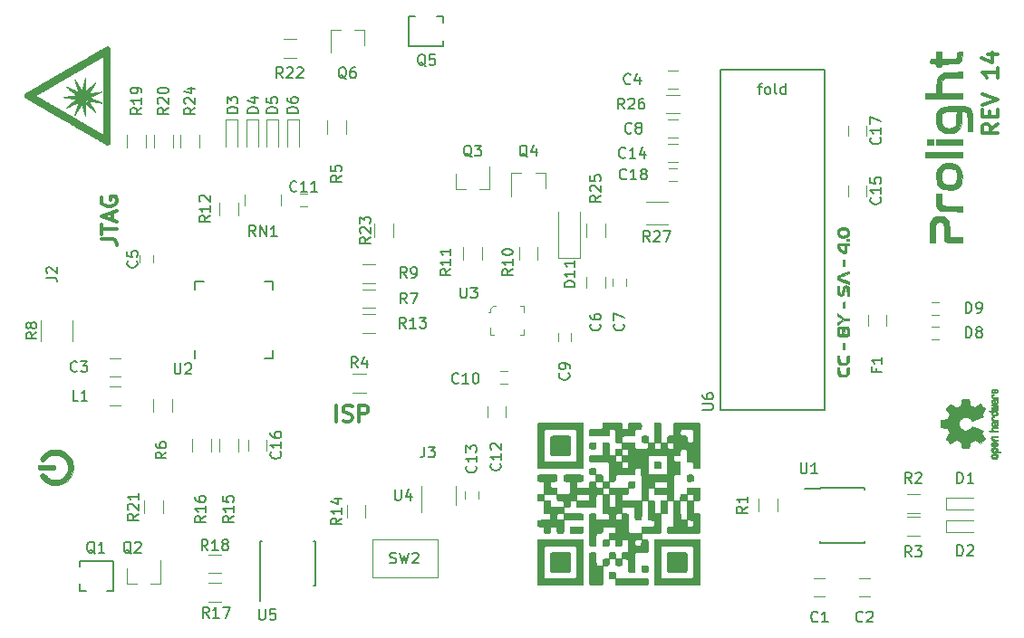
<source format=gbr>
G04 #@! TF.FileFunction,Legend,Top*
%FSLAX46Y46*%
G04 Gerber Fmt 4.6, Leading zero omitted, Abs format (unit mm)*
G04 Created by KiCad (PCBNEW 4.0.7) date Wed May  2 17:40:28 2018*
%MOMM*%
%LPD*%
G01*
G04 APERTURE LIST*
%ADD10C,0.100000*%
%ADD11C,0.300000*%
%ADD12C,0.120000*%
%ADD13C,0.150000*%
%ADD14C,0.010000*%
G04 APERTURE END LIST*
D10*
D11*
X267778571Y-55457142D02*
X267064286Y-55957142D01*
X267778571Y-56314285D02*
X266278571Y-56314285D01*
X266278571Y-55742857D01*
X266350000Y-55599999D01*
X266421429Y-55528571D01*
X266564286Y-55457142D01*
X266778571Y-55457142D01*
X266921429Y-55528571D01*
X266992857Y-55599999D01*
X267064286Y-55742857D01*
X267064286Y-56314285D01*
X266992857Y-54814285D02*
X266992857Y-54314285D01*
X267778571Y-54099999D02*
X267778571Y-54814285D01*
X266278571Y-54814285D01*
X266278571Y-54099999D01*
X266278571Y-53671428D02*
X267778571Y-53171428D01*
X266278571Y-52671428D01*
X267778571Y-50242857D02*
X267778571Y-51100000D01*
X267778571Y-50671428D02*
X266278571Y-50671428D01*
X266492857Y-50814285D01*
X266635714Y-50957143D01*
X266707143Y-51100000D01*
X266778571Y-48957143D02*
X267778571Y-48957143D01*
X266207143Y-49314286D02*
X267278571Y-49671429D01*
X267278571Y-48742857D01*
X205935715Y-83278571D02*
X205935715Y-81778571D01*
X206578572Y-83207143D02*
X206792858Y-83278571D01*
X207150001Y-83278571D01*
X207292858Y-83207143D01*
X207364287Y-83135714D01*
X207435715Y-82992857D01*
X207435715Y-82850000D01*
X207364287Y-82707143D01*
X207292858Y-82635714D01*
X207150001Y-82564286D01*
X206864287Y-82492857D01*
X206721429Y-82421429D01*
X206650001Y-82350000D01*
X206578572Y-82207143D01*
X206578572Y-82064286D01*
X206650001Y-81921429D01*
X206721429Y-81850000D01*
X206864287Y-81778571D01*
X207221429Y-81778571D01*
X207435715Y-81850000D01*
X208078572Y-83278571D02*
X208078572Y-81778571D01*
X208650000Y-81778571D01*
X208792858Y-81850000D01*
X208864286Y-81921429D01*
X208935715Y-82064286D01*
X208935715Y-82278571D01*
X208864286Y-82421429D01*
X208792858Y-82492857D01*
X208650000Y-82564286D01*
X208078572Y-82564286D01*
X183978571Y-66250000D02*
X185050000Y-66250000D01*
X185264286Y-66321428D01*
X185407143Y-66464285D01*
X185478571Y-66678571D01*
X185478571Y-66821428D01*
X183978571Y-65750000D02*
X183978571Y-64892857D01*
X185478571Y-65321428D02*
X183978571Y-65321428D01*
X185050000Y-64464286D02*
X185050000Y-63750000D01*
X185478571Y-64607143D02*
X183978571Y-64107143D01*
X185478571Y-63607143D01*
X184050000Y-62321429D02*
X183978571Y-62464286D01*
X183978571Y-62678572D01*
X184050000Y-62892857D01*
X184192857Y-63035715D01*
X184335714Y-63107143D01*
X184621429Y-63178572D01*
X184835714Y-63178572D01*
X185121429Y-63107143D01*
X185264286Y-63035715D01*
X185407143Y-62892857D01*
X185478571Y-62678572D01*
X185478571Y-62535715D01*
X185407143Y-62321429D01*
X185335714Y-62250000D01*
X184835714Y-62250000D01*
X184835714Y-62535715D01*
D12*
X237750000Y-60800000D02*
X237050000Y-60800000D01*
X237050000Y-59600000D02*
X237750000Y-59600000D01*
X253750000Y-55600000D02*
X253750000Y-56600000D01*
X255450000Y-56600000D02*
X255450000Y-55600000D01*
X189780000Y-90700000D02*
X189780000Y-91900000D01*
X188020000Y-91900000D02*
X188020000Y-90700000D01*
X209340000Y-94290000D02*
X215460000Y-94290000D01*
X215460000Y-94290000D02*
X215460000Y-97910000D01*
X215460000Y-97910000D02*
X209340000Y-97910000D01*
X209340000Y-97910000D02*
X209340000Y-94290000D01*
X217120000Y-61560000D02*
X218050000Y-61560000D01*
X220280000Y-61560000D02*
X219350000Y-61560000D01*
X220280000Y-61560000D02*
X220280000Y-59400000D01*
X217120000Y-61560000D02*
X217120000Y-60100000D01*
X225480000Y-60040000D02*
X224550000Y-60040000D01*
X222320000Y-60040000D02*
X223250000Y-60040000D01*
X222320000Y-60040000D02*
X222320000Y-62200000D01*
X225480000Y-60040000D02*
X225480000Y-61500000D01*
X200780000Y-62100000D02*
X200780000Y-63100000D01*
X197420000Y-62100000D02*
X197420000Y-63100000D01*
D13*
X251125000Y-89525000D02*
X251125000Y-89575000D01*
X255275000Y-89525000D02*
X255275000Y-89670000D01*
X255275000Y-94675000D02*
X255275000Y-94530000D01*
X251125000Y-94675000D02*
X251125000Y-94530000D01*
X251125000Y-89525000D02*
X255275000Y-89525000D01*
X251125000Y-94675000D02*
X255275000Y-94675000D01*
X251125000Y-89575000D02*
X249725000Y-89575000D01*
X192775000Y-70175000D02*
X193550000Y-70175000D01*
X200025000Y-77425000D02*
X199250000Y-77425000D01*
X200025000Y-70175000D02*
X199250000Y-70175000D01*
X192775000Y-77425000D02*
X192775000Y-76650000D01*
X200025000Y-77425000D02*
X200025000Y-76650000D01*
X200025000Y-70175000D02*
X200025000Y-70950000D01*
X192775000Y-70175000D02*
X192775000Y-70950000D01*
D12*
X217160000Y-91100000D02*
X217160000Y-89300000D01*
X213940000Y-89300000D02*
X213940000Y-91750000D01*
D13*
X198820000Y-98675000D02*
X198870000Y-98675000D01*
X198820000Y-94525000D02*
X198965000Y-94525000D01*
X203970000Y-94525000D02*
X203825000Y-94525000D01*
X203970000Y-98675000D02*
X203825000Y-98675000D01*
X198820000Y-98675000D02*
X198820000Y-94525000D01*
X203970000Y-98675000D02*
X203970000Y-94525000D01*
X198870000Y-98675000D02*
X198870000Y-100075000D01*
D12*
X255650000Y-73300000D02*
X255650000Y-74300000D01*
X257350000Y-74300000D02*
X257350000Y-73300000D01*
D10*
X220700000Y-75150000D02*
X220300000Y-75150000D01*
X220300000Y-75150000D02*
X220300000Y-74500000D01*
X223100000Y-75150000D02*
X223500000Y-75150000D01*
X223500000Y-75150000D02*
X223500000Y-74700000D01*
X223100000Y-72450000D02*
X223500000Y-72450000D01*
X223500000Y-72450000D02*
X223500000Y-73100000D01*
X220850000Y-72450000D02*
X220550000Y-72450000D01*
X220550000Y-72450000D02*
X220300000Y-72700000D01*
X220300000Y-72700000D02*
X220300000Y-73050000D01*
X220300000Y-73050000D02*
X220150000Y-73050000D01*
D12*
X185800000Y-80050000D02*
X184800000Y-80050000D01*
X184800000Y-81750000D02*
X185800000Y-81750000D01*
X262900000Y-90450000D02*
X262900000Y-91550000D01*
X262900000Y-91550000D02*
X265500000Y-91550000D01*
X262900000Y-90450000D02*
X265500000Y-90450000D01*
X262900000Y-92550000D02*
X262900000Y-93650000D01*
X262900000Y-93650000D02*
X265500000Y-93650000D01*
X262900000Y-92550000D02*
X265500000Y-92550000D01*
X196750000Y-55000000D02*
X195650000Y-55000000D01*
X195650000Y-55000000D02*
X195650000Y-57600000D01*
X196750000Y-55000000D02*
X196750000Y-57600000D01*
X198650000Y-55000000D02*
X197550000Y-55000000D01*
X197550000Y-55000000D02*
X197550000Y-57600000D01*
X198650000Y-55000000D02*
X198650000Y-57600000D01*
X200550000Y-55000000D02*
X199450000Y-55000000D01*
X199450000Y-55000000D02*
X199450000Y-57600000D01*
X200550000Y-55000000D02*
X200550000Y-57600000D01*
X202450000Y-55000000D02*
X201350000Y-55000000D01*
X201350000Y-55000000D02*
X201350000Y-57600000D01*
X202450000Y-55000000D02*
X202450000Y-57600000D01*
X245420000Y-91700000D02*
X245420000Y-90500000D01*
X247180000Y-90500000D02*
X247180000Y-91700000D01*
X208700000Y-80580000D02*
X207500000Y-80580000D01*
X207500000Y-78820000D02*
X208700000Y-78820000D01*
X206880000Y-55150000D02*
X206880000Y-56350000D01*
X205120000Y-56350000D02*
X205120000Y-55150000D01*
X190580000Y-81200000D02*
X190580000Y-82400000D01*
X188820000Y-82400000D02*
X188820000Y-81200000D01*
X208400000Y-70920000D02*
X209600000Y-70920000D01*
X209600000Y-72680000D02*
X208400000Y-72680000D01*
X209600000Y-70380000D02*
X208400000Y-70380000D01*
X208400000Y-68620000D02*
X209600000Y-68620000D01*
X223020000Y-68200000D02*
X223020000Y-67000000D01*
X224780000Y-67000000D02*
X224780000Y-68200000D01*
X217820000Y-68200000D02*
X217820000Y-67000000D01*
X219580000Y-67000000D02*
X219580000Y-68200000D01*
X196780000Y-62800000D02*
X196780000Y-64000000D01*
X195020000Y-64000000D02*
X195020000Y-62800000D01*
X208400000Y-73220000D02*
X209600000Y-73220000D01*
X209600000Y-74980000D02*
X208400000Y-74980000D01*
X195020000Y-86100000D02*
X195020000Y-84900000D01*
X196780000Y-84900000D02*
X196780000Y-86100000D01*
X192520000Y-86100000D02*
X192520000Y-84900000D01*
X194280000Y-84900000D02*
X194280000Y-86100000D01*
X195200000Y-100180000D02*
X194000000Y-100180000D01*
X194000000Y-98420000D02*
X195200000Y-98420000D01*
X195200000Y-97480000D02*
X194000000Y-97480000D01*
X194000000Y-95720000D02*
X195200000Y-95720000D01*
X186420000Y-57650000D02*
X186420000Y-56450000D01*
X188180000Y-56450000D02*
X188180000Y-57650000D01*
X188920000Y-57650000D02*
X188920000Y-56450000D01*
X190680000Y-56450000D02*
X190680000Y-57650000D01*
X186370000Y-98460000D02*
X187300000Y-98460000D01*
X189530000Y-98460000D02*
X188600000Y-98460000D01*
X189530000Y-98460000D02*
X189530000Y-96300000D01*
X186370000Y-98460000D02*
X186370000Y-97000000D01*
X208580000Y-46640000D02*
X207650000Y-46640000D01*
X205420000Y-46640000D02*
X206350000Y-46640000D01*
X205420000Y-46640000D02*
X205420000Y-48800000D01*
X208580000Y-46640000D02*
X208580000Y-48100000D01*
X208680000Y-91100000D02*
X208680000Y-92300000D01*
X206920000Y-92300000D02*
X206920000Y-91100000D01*
X201000000Y-47520000D02*
X202200000Y-47520000D01*
X202200000Y-49280000D02*
X201000000Y-49280000D01*
D13*
X181950000Y-96350000D02*
X181950000Y-96850000D01*
X185150000Y-96350000D02*
X181950000Y-96350000D01*
X185150000Y-99150000D02*
X185150000Y-96350000D01*
X184550000Y-99150000D02*
X185150000Y-99150000D01*
X181950000Y-99150000D02*
X182550000Y-99150000D01*
X181950000Y-98500000D02*
X181950000Y-99150000D01*
X215950000Y-48150000D02*
X215950000Y-47650000D01*
X212750000Y-48150000D02*
X215950000Y-48150000D01*
X212750000Y-45350000D02*
X212750000Y-48150000D01*
X213350000Y-45350000D02*
X212750000Y-45350000D01*
X215950000Y-45350000D02*
X215350000Y-45350000D01*
X215950000Y-46000000D02*
X215950000Y-45350000D01*
D12*
X251600000Y-97950000D02*
X250600000Y-97950000D01*
X250600000Y-99650000D02*
X251600000Y-99650000D01*
X254800000Y-99650000D02*
X255800000Y-99650000D01*
X255800000Y-97950000D02*
X254800000Y-97950000D01*
X184800000Y-79050000D02*
X185800000Y-79050000D01*
X185800000Y-77350000D02*
X184800000Y-77350000D01*
X237900000Y-50450000D02*
X236900000Y-50450000D01*
X236900000Y-52150000D02*
X237900000Y-52150000D01*
X187600000Y-68450000D02*
X187600000Y-67750000D01*
X188800000Y-67750000D02*
X188800000Y-68450000D01*
X231050000Y-70800000D02*
X231050000Y-69800000D01*
X229350000Y-69800000D02*
X229350000Y-70800000D01*
X233000000Y-69950000D02*
X233000000Y-70650000D01*
X231800000Y-70650000D02*
X231800000Y-69950000D01*
X237900000Y-55050000D02*
X236900000Y-55050000D01*
X236900000Y-56750000D02*
X237900000Y-56750000D01*
X227900000Y-75050000D02*
X227900000Y-75750000D01*
X226700000Y-75750000D02*
X226700000Y-75050000D01*
X221250000Y-78600000D02*
X221950000Y-78600000D01*
X221950000Y-79800000D02*
X221250000Y-79800000D01*
X202550000Y-62000000D02*
X203250000Y-62000000D01*
X203250000Y-63200000D02*
X202550000Y-63200000D01*
X221750000Y-82900000D02*
X221750000Y-81900000D01*
X220050000Y-81900000D02*
X220050000Y-82900000D01*
X219200000Y-89800000D02*
X219200000Y-90500000D01*
X218000000Y-90500000D02*
X218000000Y-89800000D01*
X236900000Y-59050000D02*
X237900000Y-59050000D01*
X237900000Y-57350000D02*
X236900000Y-57350000D01*
X255450000Y-62200000D02*
X255450000Y-61200000D01*
X253750000Y-61200000D02*
X253750000Y-62200000D01*
X199450000Y-86000000D02*
X199450000Y-85000000D01*
X197750000Y-85000000D02*
X197750000Y-86000000D01*
X261550000Y-74400000D02*
X262250000Y-74400000D01*
X262250000Y-75600000D02*
X261550000Y-75600000D01*
X261550000Y-72100000D02*
X262250000Y-72100000D01*
X262250000Y-73300000D02*
X261550000Y-73300000D01*
X259250000Y-90120000D02*
X260450000Y-90120000D01*
X260450000Y-91880000D02*
X259250000Y-91880000D01*
X259250000Y-92220000D02*
X260450000Y-92220000D01*
X260450000Y-93980000D02*
X259250000Y-93980000D01*
X181280000Y-73800000D02*
X181280000Y-75800000D01*
X178320000Y-75800000D02*
X178320000Y-73800000D01*
X211280000Y-64800000D02*
X211280000Y-66000000D01*
X209520000Y-66000000D02*
X209520000Y-64800000D01*
X193180000Y-56450000D02*
X193180000Y-57650000D01*
X191420000Y-57650000D02*
X191420000Y-56450000D01*
X229320000Y-66000000D02*
X229320000Y-64800000D01*
X231080000Y-64800000D02*
X231080000Y-66000000D01*
X236800000Y-52720000D02*
X238000000Y-52720000D01*
X238000000Y-54480000D02*
X236800000Y-54480000D01*
D13*
X241800000Y-82200000D02*
X251600000Y-82200000D01*
X241800000Y-50400000D02*
X241800000Y-82200000D01*
X251600000Y-50400000D02*
X241800000Y-50400000D01*
X251600000Y-82200000D02*
X251600000Y-50400000D01*
D12*
X226700000Y-63650000D02*
X226700000Y-67950000D01*
X226700000Y-67950000D02*
X228700000Y-67950000D01*
X228700000Y-67950000D02*
X228700000Y-63650000D01*
X236900000Y-64870000D02*
X234900000Y-64870000D01*
X234900000Y-62730000D02*
X236900000Y-62730000D01*
D14*
G36*
X267119918Y-85900256D02*
X267147568Y-85844799D01*
X267198480Y-85795852D01*
X267217338Y-85782371D01*
X267242015Y-85767686D01*
X267268816Y-85758158D01*
X267304587Y-85752707D01*
X267356169Y-85750253D01*
X267424267Y-85749714D01*
X267517588Y-85752148D01*
X267587657Y-85760606D01*
X267639931Y-85776826D01*
X267679869Y-85802546D01*
X267712929Y-85839503D01*
X267714886Y-85842218D01*
X267734908Y-85878640D01*
X267744815Y-85922498D01*
X267747257Y-85978276D01*
X267747257Y-86068952D01*
X267835283Y-86068990D01*
X267884308Y-86069834D01*
X267913065Y-86074976D01*
X267930311Y-86088413D01*
X267944808Y-86114142D01*
X267947769Y-86120321D01*
X267961648Y-86149236D01*
X267970414Y-86171624D01*
X267971171Y-86188271D01*
X267961023Y-86199964D01*
X267937073Y-86207490D01*
X267896426Y-86211634D01*
X267836186Y-86213185D01*
X267753455Y-86212929D01*
X267645339Y-86211651D01*
X267613000Y-86211252D01*
X267501524Y-86209815D01*
X267428603Y-86208528D01*
X267428603Y-86069029D01*
X267490499Y-86068245D01*
X267530997Y-86064760D01*
X267557708Y-86056876D01*
X267578244Y-86042895D01*
X267588260Y-86033403D01*
X267617567Y-85994596D01*
X267619952Y-85960237D01*
X267595750Y-85924784D01*
X267594857Y-85923886D01*
X267576153Y-85909461D01*
X267550732Y-85900687D01*
X267511584Y-85896261D01*
X267451697Y-85894882D01*
X267438430Y-85894857D01*
X267355901Y-85898188D01*
X267298691Y-85909031D01*
X267263766Y-85928660D01*
X267248094Y-85958350D01*
X267246514Y-85975509D01*
X267253926Y-86016234D01*
X267278330Y-86044168D01*
X267322980Y-86060983D01*
X267391130Y-86068350D01*
X267428603Y-86069029D01*
X267428603Y-86208528D01*
X267415245Y-86208292D01*
X267350333Y-86206323D01*
X267302958Y-86203550D01*
X267269290Y-86199612D01*
X267245498Y-86194151D01*
X267227753Y-86186808D01*
X267212224Y-86177223D01*
X267206381Y-86173113D01*
X267151185Y-86118595D01*
X267119890Y-86049664D01*
X267111165Y-85969928D01*
X267119918Y-85900256D01*
X267119918Y-85900256D01*
G37*
X267119918Y-85900256D02*
X267147568Y-85844799D01*
X267198480Y-85795852D01*
X267217338Y-85782371D01*
X267242015Y-85767686D01*
X267268816Y-85758158D01*
X267304587Y-85752707D01*
X267356169Y-85750253D01*
X267424267Y-85749714D01*
X267517588Y-85752148D01*
X267587657Y-85760606D01*
X267639931Y-85776826D01*
X267679869Y-85802546D01*
X267712929Y-85839503D01*
X267714886Y-85842218D01*
X267734908Y-85878640D01*
X267744815Y-85922498D01*
X267747257Y-85978276D01*
X267747257Y-86068952D01*
X267835283Y-86068990D01*
X267884308Y-86069834D01*
X267913065Y-86074976D01*
X267930311Y-86088413D01*
X267944808Y-86114142D01*
X267947769Y-86120321D01*
X267961648Y-86149236D01*
X267970414Y-86171624D01*
X267971171Y-86188271D01*
X267961023Y-86199964D01*
X267937073Y-86207490D01*
X267896426Y-86211634D01*
X267836186Y-86213185D01*
X267753455Y-86212929D01*
X267645339Y-86211651D01*
X267613000Y-86211252D01*
X267501524Y-86209815D01*
X267428603Y-86208528D01*
X267428603Y-86069029D01*
X267490499Y-86068245D01*
X267530997Y-86064760D01*
X267557708Y-86056876D01*
X267578244Y-86042895D01*
X267588260Y-86033403D01*
X267617567Y-85994596D01*
X267619952Y-85960237D01*
X267595750Y-85924784D01*
X267594857Y-85923886D01*
X267576153Y-85909461D01*
X267550732Y-85900687D01*
X267511584Y-85896261D01*
X267451697Y-85894882D01*
X267438430Y-85894857D01*
X267355901Y-85898188D01*
X267298691Y-85909031D01*
X267263766Y-85928660D01*
X267248094Y-85958350D01*
X267246514Y-85975509D01*
X267253926Y-86016234D01*
X267278330Y-86044168D01*
X267322980Y-86060983D01*
X267391130Y-86068350D01*
X267428603Y-86069029D01*
X267428603Y-86208528D01*
X267415245Y-86208292D01*
X267350333Y-86206323D01*
X267302958Y-86203550D01*
X267269290Y-86199612D01*
X267245498Y-86194151D01*
X267227753Y-86186808D01*
X267212224Y-86177223D01*
X267206381Y-86173113D01*
X267151185Y-86118595D01*
X267119890Y-86049664D01*
X267111165Y-85969928D01*
X267119918Y-85900256D01*
G36*
X267127780Y-84783907D02*
X267154723Y-84737328D01*
X267181466Y-84704943D01*
X267209484Y-84681258D01*
X267243748Y-84664941D01*
X267289227Y-84654661D01*
X267350892Y-84649086D01*
X267433711Y-84646884D01*
X267493246Y-84646629D01*
X267712391Y-84646629D01*
X267740044Y-84708314D01*
X267767697Y-84770000D01*
X267527670Y-84777257D01*
X267438028Y-84780256D01*
X267372962Y-84783402D01*
X267328026Y-84787299D01*
X267298770Y-84792553D01*
X267280748Y-84799769D01*
X267269511Y-84809550D01*
X267267079Y-84812688D01*
X267248083Y-84860239D01*
X267255600Y-84908303D01*
X267275543Y-84936914D01*
X267289675Y-84948553D01*
X267308220Y-84956609D01*
X267336334Y-84961729D01*
X267379173Y-84964559D01*
X267441895Y-84965744D01*
X267507261Y-84965943D01*
X267589268Y-84965982D01*
X267647316Y-84967386D01*
X267686465Y-84972086D01*
X267711780Y-84982013D01*
X267728323Y-84999097D01*
X267741156Y-85025268D01*
X267754491Y-85060225D01*
X267769007Y-85098404D01*
X267511389Y-85093859D01*
X267418519Y-85092029D01*
X267349889Y-85089888D01*
X267300711Y-85086819D01*
X267266198Y-85082206D01*
X267241562Y-85075432D01*
X267222016Y-85065881D01*
X267204770Y-85054366D01*
X267149680Y-84998810D01*
X267117822Y-84931020D01*
X267110191Y-84857287D01*
X267127780Y-84783907D01*
X267127780Y-84783907D01*
G37*
X267127780Y-84783907D02*
X267154723Y-84737328D01*
X267181466Y-84704943D01*
X267209484Y-84681258D01*
X267243748Y-84664941D01*
X267289227Y-84654661D01*
X267350892Y-84649086D01*
X267433711Y-84646884D01*
X267493246Y-84646629D01*
X267712391Y-84646629D01*
X267740044Y-84708314D01*
X267767697Y-84770000D01*
X267527670Y-84777257D01*
X267438028Y-84780256D01*
X267372962Y-84783402D01*
X267328026Y-84787299D01*
X267298770Y-84792553D01*
X267280748Y-84799769D01*
X267269511Y-84809550D01*
X267267079Y-84812688D01*
X267248083Y-84860239D01*
X267255600Y-84908303D01*
X267275543Y-84936914D01*
X267289675Y-84948553D01*
X267308220Y-84956609D01*
X267336334Y-84961729D01*
X267379173Y-84964559D01*
X267441895Y-84965744D01*
X267507261Y-84965943D01*
X267589268Y-84965982D01*
X267647316Y-84967386D01*
X267686465Y-84972086D01*
X267711780Y-84982013D01*
X267728323Y-84999097D01*
X267741156Y-85025268D01*
X267754491Y-85060225D01*
X267769007Y-85098404D01*
X267511389Y-85093859D01*
X267418519Y-85092029D01*
X267349889Y-85089888D01*
X267300711Y-85086819D01*
X267266198Y-85082206D01*
X267241562Y-85075432D01*
X267222016Y-85065881D01*
X267204770Y-85054366D01*
X267149680Y-84998810D01*
X267117822Y-84931020D01*
X267110191Y-84857287D01*
X267127780Y-84783907D01*
G36*
X267121962Y-86458885D02*
X267157733Y-86390855D01*
X267215301Y-86340649D01*
X267252312Y-86322815D01*
X267307882Y-86308937D01*
X267378096Y-86301833D01*
X267454727Y-86301160D01*
X267529552Y-86306573D01*
X267594342Y-86317730D01*
X267640873Y-86334286D01*
X267648887Y-86339374D01*
X267708707Y-86399645D01*
X267744535Y-86471231D01*
X267755020Y-86548908D01*
X267738810Y-86627452D01*
X267729092Y-86649311D01*
X267699143Y-86691878D01*
X267659433Y-86729237D01*
X267654397Y-86732768D01*
X267630124Y-86747119D01*
X267604178Y-86756606D01*
X267570022Y-86762210D01*
X267521119Y-86764914D01*
X267450935Y-86765701D01*
X267435200Y-86765714D01*
X267430192Y-86765678D01*
X267430192Y-86620571D01*
X267496430Y-86619727D01*
X267540386Y-86616404D01*
X267568779Y-86609417D01*
X267588325Y-86597584D01*
X267594857Y-86591543D01*
X267619680Y-86556814D01*
X267618548Y-86523097D01*
X267597016Y-86489005D01*
X267574029Y-86468671D01*
X267540478Y-86456629D01*
X267487569Y-86449866D01*
X267481399Y-86449402D01*
X267385513Y-86448248D01*
X267314299Y-86460312D01*
X267268194Y-86485430D01*
X267247635Y-86523440D01*
X267246514Y-86537008D01*
X267252152Y-86572636D01*
X267271686Y-86597006D01*
X267309042Y-86611907D01*
X267368150Y-86619125D01*
X267430192Y-86620571D01*
X267430192Y-86765678D01*
X267360413Y-86765174D01*
X267308159Y-86762904D01*
X267271949Y-86757932D01*
X267245299Y-86749287D01*
X267221722Y-86735995D01*
X267217338Y-86733057D01*
X267158249Y-86683687D01*
X267123947Y-86629891D01*
X267110331Y-86564398D01*
X267109665Y-86542158D01*
X267121962Y-86458885D01*
X267121962Y-86458885D01*
G37*
X267121962Y-86458885D02*
X267157733Y-86390855D01*
X267215301Y-86340649D01*
X267252312Y-86322815D01*
X267307882Y-86308937D01*
X267378096Y-86301833D01*
X267454727Y-86301160D01*
X267529552Y-86306573D01*
X267594342Y-86317730D01*
X267640873Y-86334286D01*
X267648887Y-86339374D01*
X267708707Y-86399645D01*
X267744535Y-86471231D01*
X267755020Y-86548908D01*
X267738810Y-86627452D01*
X267729092Y-86649311D01*
X267699143Y-86691878D01*
X267659433Y-86729237D01*
X267654397Y-86732768D01*
X267630124Y-86747119D01*
X267604178Y-86756606D01*
X267570022Y-86762210D01*
X267521119Y-86764914D01*
X267450935Y-86765701D01*
X267435200Y-86765714D01*
X267430192Y-86765678D01*
X267430192Y-86620571D01*
X267496430Y-86619727D01*
X267540386Y-86616404D01*
X267568779Y-86609417D01*
X267588325Y-86597584D01*
X267594857Y-86591543D01*
X267619680Y-86556814D01*
X267618548Y-86523097D01*
X267597016Y-86489005D01*
X267574029Y-86468671D01*
X267540478Y-86456629D01*
X267487569Y-86449866D01*
X267481399Y-86449402D01*
X267385513Y-86448248D01*
X267314299Y-86460312D01*
X267268194Y-86485430D01*
X267247635Y-86523440D01*
X267246514Y-86537008D01*
X267252152Y-86572636D01*
X267271686Y-86597006D01*
X267309042Y-86611907D01*
X267368150Y-86619125D01*
X267430192Y-86620571D01*
X267430192Y-86765678D01*
X267360413Y-86765174D01*
X267308159Y-86762904D01*
X267271949Y-86757932D01*
X267245299Y-86749287D01*
X267221722Y-86735995D01*
X267217338Y-86733057D01*
X267158249Y-86683687D01*
X267123947Y-86629891D01*
X267110331Y-86564398D01*
X267109665Y-86542158D01*
X267121962Y-86458885D01*
G36*
X267131239Y-85331697D02*
X267169735Y-85274473D01*
X267225335Y-85230251D01*
X267296086Y-85203833D01*
X267348162Y-85198490D01*
X267369893Y-85199097D01*
X267386531Y-85204178D01*
X267401437Y-85218145D01*
X267417973Y-85245411D01*
X267439498Y-85290388D01*
X267469374Y-85357489D01*
X267469524Y-85357829D01*
X267497813Y-85419593D01*
X267522933Y-85470241D01*
X267542179Y-85504596D01*
X267552848Y-85517482D01*
X267552934Y-85517486D01*
X267576166Y-85506128D01*
X267601774Y-85479569D01*
X267620221Y-85449077D01*
X267623886Y-85433630D01*
X267611212Y-85391485D01*
X267579471Y-85355192D01*
X267544572Y-85337483D01*
X267518845Y-85320448D01*
X267489546Y-85287078D01*
X267464235Y-85247851D01*
X267450471Y-85213244D01*
X267449714Y-85206007D01*
X267462160Y-85197861D01*
X267493972Y-85197370D01*
X267536866Y-85203357D01*
X267582558Y-85214643D01*
X267622761Y-85230050D01*
X267624322Y-85230829D01*
X267689062Y-85277196D01*
X267733097Y-85337289D01*
X267754711Y-85405535D01*
X267752185Y-85476362D01*
X267723804Y-85544196D01*
X267721808Y-85547212D01*
X267673448Y-85600573D01*
X267610352Y-85635660D01*
X267527387Y-85655078D01*
X267504078Y-85657684D01*
X267394055Y-85662299D01*
X267342748Y-85656767D01*
X267342748Y-85517486D01*
X267374753Y-85515676D01*
X267384093Y-85505778D01*
X267377105Y-85481102D01*
X267360587Y-85442205D01*
X267339881Y-85398725D01*
X267339333Y-85397644D01*
X267319949Y-85360791D01*
X267307013Y-85346000D01*
X267293451Y-85349647D01*
X267275632Y-85365005D01*
X267249845Y-85404077D01*
X267247950Y-85446154D01*
X267266717Y-85483897D01*
X267302915Y-85509966D01*
X267342748Y-85517486D01*
X267342748Y-85656767D01*
X267306027Y-85652806D01*
X267236212Y-85628450D01*
X267187302Y-85594544D01*
X267137878Y-85533347D01*
X267113359Y-85465937D01*
X267111797Y-85397120D01*
X267131239Y-85331697D01*
X267131239Y-85331697D01*
G37*
X267131239Y-85331697D02*
X267169735Y-85274473D01*
X267225335Y-85230251D01*
X267296086Y-85203833D01*
X267348162Y-85198490D01*
X267369893Y-85199097D01*
X267386531Y-85204178D01*
X267401437Y-85218145D01*
X267417973Y-85245411D01*
X267439498Y-85290388D01*
X267469374Y-85357489D01*
X267469524Y-85357829D01*
X267497813Y-85419593D01*
X267522933Y-85470241D01*
X267542179Y-85504596D01*
X267552848Y-85517482D01*
X267552934Y-85517486D01*
X267576166Y-85506128D01*
X267601774Y-85479569D01*
X267620221Y-85449077D01*
X267623886Y-85433630D01*
X267611212Y-85391485D01*
X267579471Y-85355192D01*
X267544572Y-85337483D01*
X267518845Y-85320448D01*
X267489546Y-85287078D01*
X267464235Y-85247851D01*
X267450471Y-85213244D01*
X267449714Y-85206007D01*
X267462160Y-85197861D01*
X267493972Y-85197370D01*
X267536866Y-85203357D01*
X267582558Y-85214643D01*
X267622761Y-85230050D01*
X267624322Y-85230829D01*
X267689062Y-85277196D01*
X267733097Y-85337289D01*
X267754711Y-85405535D01*
X267752185Y-85476362D01*
X267723804Y-85544196D01*
X267721808Y-85547212D01*
X267673448Y-85600573D01*
X267610352Y-85635660D01*
X267527387Y-85655078D01*
X267504078Y-85657684D01*
X267394055Y-85662299D01*
X267342748Y-85656767D01*
X267342748Y-85517486D01*
X267374753Y-85515676D01*
X267384093Y-85505778D01*
X267377105Y-85481102D01*
X267360587Y-85442205D01*
X267339881Y-85398725D01*
X267339333Y-85397644D01*
X267319949Y-85360791D01*
X267307013Y-85346000D01*
X267293451Y-85349647D01*
X267275632Y-85365005D01*
X267249845Y-85404077D01*
X267247950Y-85446154D01*
X267266717Y-85483897D01*
X267302915Y-85509966D01*
X267342748Y-85517486D01*
X267342748Y-85656767D01*
X267306027Y-85652806D01*
X267236212Y-85628450D01*
X267187302Y-85594544D01*
X267137878Y-85533347D01*
X267113359Y-85465937D01*
X267111797Y-85397120D01*
X267131239Y-85331697D01*
G36*
X267051289Y-84124114D02*
X267110613Y-84119861D01*
X267145572Y-84114975D01*
X267160820Y-84108205D01*
X267161015Y-84098298D01*
X267159195Y-84095086D01*
X267146015Y-84052356D01*
X267146785Y-83996773D01*
X267160333Y-83940263D01*
X267177861Y-83904918D01*
X267205861Y-83868679D01*
X267237549Y-83842187D01*
X267277813Y-83824001D01*
X267331543Y-83812678D01*
X267403626Y-83806778D01*
X267498951Y-83804857D01*
X267517237Y-83804823D01*
X267722646Y-83804800D01*
X267738580Y-83850509D01*
X267749420Y-83882973D01*
X267754468Y-83900785D01*
X267754514Y-83901309D01*
X267740828Y-83903063D01*
X267703076Y-83904556D01*
X267646224Y-83905674D01*
X267575234Y-83906303D01*
X267532073Y-83906400D01*
X267446973Y-83906602D01*
X267385981Y-83907642D01*
X267344177Y-83910169D01*
X267316642Y-83914836D01*
X267298456Y-83922293D01*
X267284698Y-83933189D01*
X267278073Y-83939993D01*
X267251375Y-83986728D01*
X267249375Y-84037728D01*
X267271955Y-84083999D01*
X267280107Y-84092556D01*
X267295436Y-84105107D01*
X267313618Y-84113812D01*
X267339909Y-84119369D01*
X267379562Y-84122474D01*
X267437832Y-84123824D01*
X267518173Y-84124114D01*
X267722646Y-84124114D01*
X267738580Y-84169823D01*
X267749420Y-84202287D01*
X267754468Y-84220099D01*
X267754514Y-84220623D01*
X267740623Y-84221963D01*
X267701439Y-84223172D01*
X267640700Y-84224199D01*
X267562141Y-84224998D01*
X267469498Y-84225519D01*
X267366509Y-84225714D01*
X266969342Y-84225714D01*
X266949444Y-84178543D01*
X266929547Y-84131371D01*
X267051289Y-84124114D01*
X267051289Y-84124114D01*
G37*
X267051289Y-84124114D02*
X267110613Y-84119861D01*
X267145572Y-84114975D01*
X267160820Y-84108205D01*
X267161015Y-84098298D01*
X267159195Y-84095086D01*
X267146015Y-84052356D01*
X267146785Y-83996773D01*
X267160333Y-83940263D01*
X267177861Y-83904918D01*
X267205861Y-83868679D01*
X267237549Y-83842187D01*
X267277813Y-83824001D01*
X267331543Y-83812678D01*
X267403626Y-83806778D01*
X267498951Y-83804857D01*
X267517237Y-83804823D01*
X267722646Y-83804800D01*
X267738580Y-83850509D01*
X267749420Y-83882973D01*
X267754468Y-83900785D01*
X267754514Y-83901309D01*
X267740828Y-83903063D01*
X267703076Y-83904556D01*
X267646224Y-83905674D01*
X267575234Y-83906303D01*
X267532073Y-83906400D01*
X267446973Y-83906602D01*
X267385981Y-83907642D01*
X267344177Y-83910169D01*
X267316642Y-83914836D01*
X267298456Y-83922293D01*
X267284698Y-83933189D01*
X267278073Y-83939993D01*
X267251375Y-83986728D01*
X267249375Y-84037728D01*
X267271955Y-84083999D01*
X267280107Y-84092556D01*
X267295436Y-84105107D01*
X267313618Y-84113812D01*
X267339909Y-84119369D01*
X267379562Y-84122474D01*
X267437832Y-84123824D01*
X267518173Y-84124114D01*
X267722646Y-84124114D01*
X267738580Y-84169823D01*
X267749420Y-84202287D01*
X267754468Y-84220099D01*
X267754514Y-84220623D01*
X267740623Y-84221963D01*
X267701439Y-84223172D01*
X267640700Y-84224199D01*
X267562141Y-84224998D01*
X267469498Y-84225519D01*
X267366509Y-84225714D01*
X266969342Y-84225714D01*
X266949444Y-84178543D01*
X266929547Y-84131371D01*
X267051289Y-84124114D01*
G36*
X267150968Y-83460256D02*
X267172087Y-83403384D01*
X267172493Y-83402733D01*
X267198380Y-83367560D01*
X267228633Y-83341593D01*
X267268058Y-83323330D01*
X267321462Y-83311268D01*
X267393651Y-83303904D01*
X267489432Y-83299736D01*
X267503078Y-83299371D01*
X267708842Y-83294124D01*
X267731678Y-83338284D01*
X267747110Y-83370237D01*
X267754423Y-83389530D01*
X267754514Y-83390422D01*
X267741022Y-83393761D01*
X267704626Y-83396413D01*
X267651452Y-83398044D01*
X267608393Y-83398400D01*
X267538641Y-83398408D01*
X267494837Y-83401597D01*
X267473944Y-83412712D01*
X267472925Y-83436499D01*
X267488741Y-83477704D01*
X267517815Y-83539914D01*
X267541963Y-83585659D01*
X267562913Y-83609187D01*
X267585747Y-83616104D01*
X267586877Y-83616114D01*
X267626212Y-83604701D01*
X267647462Y-83570908D01*
X267650539Y-83519191D01*
X267650006Y-83481939D01*
X267660735Y-83462297D01*
X267686505Y-83450048D01*
X267719337Y-83442998D01*
X267737966Y-83453158D01*
X267740632Y-83456983D01*
X267751340Y-83492999D01*
X267752856Y-83543434D01*
X267745759Y-83595374D01*
X267732788Y-83632178D01*
X267689585Y-83683062D01*
X267629446Y-83711986D01*
X267582462Y-83717714D01*
X267540082Y-83713343D01*
X267505488Y-83697525D01*
X267474763Y-83666203D01*
X267443990Y-83615322D01*
X267409252Y-83540824D01*
X267407288Y-83536286D01*
X267376287Y-83469179D01*
X267350862Y-83427768D01*
X267328014Y-83410019D01*
X267304745Y-83413893D01*
X267278056Y-83437357D01*
X267271914Y-83444373D01*
X267248100Y-83491370D01*
X267249103Y-83540067D01*
X267272451Y-83582478D01*
X267315675Y-83610616D01*
X267324160Y-83613231D01*
X267365308Y-83638692D01*
X267385128Y-83670999D01*
X267404770Y-83717714D01*
X267353950Y-83717714D01*
X267280082Y-83703504D01*
X267212327Y-83661325D01*
X267189661Y-83639376D01*
X267160569Y-83589483D01*
X267147400Y-83526033D01*
X267150968Y-83460256D01*
X267150968Y-83460256D01*
G37*
X267150968Y-83460256D02*
X267172087Y-83403384D01*
X267172493Y-83402733D01*
X267198380Y-83367560D01*
X267228633Y-83341593D01*
X267268058Y-83323330D01*
X267321462Y-83311268D01*
X267393651Y-83303904D01*
X267489432Y-83299736D01*
X267503078Y-83299371D01*
X267708842Y-83294124D01*
X267731678Y-83338284D01*
X267747110Y-83370237D01*
X267754423Y-83389530D01*
X267754514Y-83390422D01*
X267741022Y-83393761D01*
X267704626Y-83396413D01*
X267651452Y-83398044D01*
X267608393Y-83398400D01*
X267538641Y-83398408D01*
X267494837Y-83401597D01*
X267473944Y-83412712D01*
X267472925Y-83436499D01*
X267488741Y-83477704D01*
X267517815Y-83539914D01*
X267541963Y-83585659D01*
X267562913Y-83609187D01*
X267585747Y-83616104D01*
X267586877Y-83616114D01*
X267626212Y-83604701D01*
X267647462Y-83570908D01*
X267650539Y-83519191D01*
X267650006Y-83481939D01*
X267660735Y-83462297D01*
X267686505Y-83450048D01*
X267719337Y-83442998D01*
X267737966Y-83453158D01*
X267740632Y-83456983D01*
X267751340Y-83492999D01*
X267752856Y-83543434D01*
X267745759Y-83595374D01*
X267732788Y-83632178D01*
X267689585Y-83683062D01*
X267629446Y-83711986D01*
X267582462Y-83717714D01*
X267540082Y-83713343D01*
X267505488Y-83697525D01*
X267474763Y-83666203D01*
X267443990Y-83615322D01*
X267409252Y-83540824D01*
X267407288Y-83536286D01*
X267376287Y-83469179D01*
X267350862Y-83427768D01*
X267328014Y-83410019D01*
X267304745Y-83413893D01*
X267278056Y-83437357D01*
X267271914Y-83444373D01*
X267248100Y-83491370D01*
X267249103Y-83540067D01*
X267272451Y-83582478D01*
X267315675Y-83610616D01*
X267324160Y-83613231D01*
X267365308Y-83638692D01*
X267385128Y-83670999D01*
X267404770Y-83717714D01*
X267353950Y-83717714D01*
X267280082Y-83703504D01*
X267212327Y-83661325D01*
X267189661Y-83639376D01*
X267160569Y-83589483D01*
X267147400Y-83526033D01*
X267150968Y-83460256D01*
G36*
X267149755Y-82970074D02*
X267174084Y-82904142D01*
X267217117Y-82850727D01*
X267247409Y-82829836D01*
X267302994Y-82807061D01*
X267343186Y-82807534D01*
X267370217Y-82831438D01*
X267374813Y-82840283D01*
X267389144Y-82878470D01*
X267385472Y-82897972D01*
X267361407Y-82904578D01*
X267348114Y-82904914D01*
X267299210Y-82917008D01*
X267264999Y-82948529D01*
X267248476Y-82992341D01*
X267252634Y-83041305D01*
X267274227Y-83081106D01*
X267286544Y-83094550D01*
X267301487Y-83104079D01*
X267324075Y-83110515D01*
X267359328Y-83114683D01*
X267412266Y-83117403D01*
X267487907Y-83119498D01*
X267511857Y-83120040D01*
X267593790Y-83122019D01*
X267651455Y-83124269D01*
X267689608Y-83127643D01*
X267713004Y-83132994D01*
X267726398Y-83141176D01*
X267734545Y-83153041D01*
X267738144Y-83160638D01*
X267750452Y-83192898D01*
X267754514Y-83211889D01*
X267740948Y-83218164D01*
X267699934Y-83221994D01*
X267630999Y-83223400D01*
X267533669Y-83222402D01*
X267518657Y-83222092D01*
X267429859Y-83219899D01*
X267365019Y-83217307D01*
X267319067Y-83213618D01*
X267286935Y-83208136D01*
X267263553Y-83200165D01*
X267243852Y-83189007D01*
X267235410Y-83183170D01*
X267198057Y-83149704D01*
X267169003Y-83112273D01*
X267166467Y-83107691D01*
X267146443Y-83040574D01*
X267149755Y-82970074D01*
X267149755Y-82970074D01*
G37*
X267149755Y-82970074D02*
X267174084Y-82904142D01*
X267217117Y-82850727D01*
X267247409Y-82829836D01*
X267302994Y-82807061D01*
X267343186Y-82807534D01*
X267370217Y-82831438D01*
X267374813Y-82840283D01*
X267389144Y-82878470D01*
X267385472Y-82897972D01*
X267361407Y-82904578D01*
X267348114Y-82904914D01*
X267299210Y-82917008D01*
X267264999Y-82948529D01*
X267248476Y-82992341D01*
X267252634Y-83041305D01*
X267274227Y-83081106D01*
X267286544Y-83094550D01*
X267301487Y-83104079D01*
X267324075Y-83110515D01*
X267359328Y-83114683D01*
X267412266Y-83117403D01*
X267487907Y-83119498D01*
X267511857Y-83120040D01*
X267593790Y-83122019D01*
X267651455Y-83124269D01*
X267689608Y-83127643D01*
X267713004Y-83132994D01*
X267726398Y-83141176D01*
X267734545Y-83153041D01*
X267738144Y-83160638D01*
X267750452Y-83192898D01*
X267754514Y-83211889D01*
X267740948Y-83218164D01*
X267699934Y-83221994D01*
X267630999Y-83223400D01*
X267533669Y-83222402D01*
X267518657Y-83222092D01*
X267429859Y-83219899D01*
X267365019Y-83217307D01*
X267319067Y-83213618D01*
X267286935Y-83208136D01*
X267263553Y-83200165D01*
X267243852Y-83189007D01*
X267235410Y-83183170D01*
X267198057Y-83149704D01*
X267169003Y-83112273D01*
X267166467Y-83107691D01*
X267146443Y-83040574D01*
X267149755Y-82970074D01*
G36*
X267265358Y-82309883D02*
X267373837Y-82310067D01*
X267457287Y-82310781D01*
X267519704Y-82312325D01*
X267565085Y-82314999D01*
X267597429Y-82319106D01*
X267620733Y-82324945D01*
X267638995Y-82332818D01*
X267649418Y-82338779D01*
X267705945Y-82388145D01*
X267741377Y-82450736D01*
X267754090Y-82519987D01*
X267742463Y-82589332D01*
X267721568Y-82630625D01*
X267685422Y-82673975D01*
X267641276Y-82703519D01*
X267583462Y-82721345D01*
X267506313Y-82729537D01*
X267449714Y-82730698D01*
X267445647Y-82730542D01*
X267445647Y-82629143D01*
X267510550Y-82628524D01*
X267553514Y-82625686D01*
X267581622Y-82619160D01*
X267601953Y-82607477D01*
X267617288Y-82593517D01*
X267646890Y-82546635D01*
X267649419Y-82496299D01*
X267624705Y-82448724D01*
X267621356Y-82445021D01*
X267603935Y-82429217D01*
X267583209Y-82419307D01*
X267552362Y-82413942D01*
X267504577Y-82411772D01*
X267451748Y-82411429D01*
X267385381Y-82412173D01*
X267341106Y-82415252D01*
X267312009Y-82421939D01*
X267291173Y-82433504D01*
X267280107Y-82442987D01*
X267252198Y-82487040D01*
X267248843Y-82537776D01*
X267270159Y-82586204D01*
X267278073Y-82595550D01*
X267295647Y-82611460D01*
X267316587Y-82621390D01*
X267347782Y-82626722D01*
X267396122Y-82628837D01*
X267445647Y-82629143D01*
X267445647Y-82730542D01*
X267358568Y-82727190D01*
X267290086Y-82715274D01*
X267238600Y-82692865D01*
X267198443Y-82657876D01*
X267177861Y-82630625D01*
X267155625Y-82581093D01*
X267145304Y-82523684D01*
X267148067Y-82470318D01*
X267159212Y-82440457D01*
X267162383Y-82428739D01*
X267150557Y-82420963D01*
X267118866Y-82415535D01*
X267070593Y-82411429D01*
X267016829Y-82406933D01*
X266984482Y-82400687D01*
X266965985Y-82389324D01*
X266953770Y-82369472D01*
X266948362Y-82357000D01*
X266928601Y-82309829D01*
X267265358Y-82309883D01*
X267265358Y-82309883D01*
G37*
X267265358Y-82309883D02*
X267373837Y-82310067D01*
X267457287Y-82310781D01*
X267519704Y-82312325D01*
X267565085Y-82314999D01*
X267597429Y-82319106D01*
X267620733Y-82324945D01*
X267638995Y-82332818D01*
X267649418Y-82338779D01*
X267705945Y-82388145D01*
X267741377Y-82450736D01*
X267754090Y-82519987D01*
X267742463Y-82589332D01*
X267721568Y-82630625D01*
X267685422Y-82673975D01*
X267641276Y-82703519D01*
X267583462Y-82721345D01*
X267506313Y-82729537D01*
X267449714Y-82730698D01*
X267445647Y-82730542D01*
X267445647Y-82629143D01*
X267510550Y-82628524D01*
X267553514Y-82625686D01*
X267581622Y-82619160D01*
X267601953Y-82607477D01*
X267617288Y-82593517D01*
X267646890Y-82546635D01*
X267649419Y-82496299D01*
X267624705Y-82448724D01*
X267621356Y-82445021D01*
X267603935Y-82429217D01*
X267583209Y-82419307D01*
X267552362Y-82413942D01*
X267504577Y-82411772D01*
X267451748Y-82411429D01*
X267385381Y-82412173D01*
X267341106Y-82415252D01*
X267312009Y-82421939D01*
X267291173Y-82433504D01*
X267280107Y-82442987D01*
X267252198Y-82487040D01*
X267248843Y-82537776D01*
X267270159Y-82586204D01*
X267278073Y-82595550D01*
X267295647Y-82611460D01*
X267316587Y-82621390D01*
X267347782Y-82626722D01*
X267396122Y-82628837D01*
X267445647Y-82629143D01*
X267445647Y-82730542D01*
X267358568Y-82727190D01*
X267290086Y-82715274D01*
X267238600Y-82692865D01*
X267198443Y-82657876D01*
X267177861Y-82630625D01*
X267155625Y-82581093D01*
X267145304Y-82523684D01*
X267148067Y-82470318D01*
X267159212Y-82440457D01*
X267162383Y-82428739D01*
X267150557Y-82420963D01*
X267118866Y-82415535D01*
X267070593Y-82411429D01*
X267016829Y-82406933D01*
X266984482Y-82400687D01*
X266965985Y-82389324D01*
X266953770Y-82369472D01*
X266948362Y-82357000D01*
X266928601Y-82309829D01*
X267265358Y-82309883D01*
G36*
X267158663Y-81720167D02*
X267196850Y-81717952D01*
X267254886Y-81716216D01*
X267328180Y-81715101D01*
X267405055Y-81714743D01*
X267665196Y-81714743D01*
X267711127Y-81760674D01*
X267739429Y-81792325D01*
X267750893Y-81820110D01*
X267750168Y-81858085D01*
X267748321Y-81873160D01*
X267742948Y-81920274D01*
X267739869Y-81959244D01*
X267739585Y-81968743D01*
X267741445Y-82000767D01*
X267746114Y-82046568D01*
X267748321Y-82064326D01*
X267751735Y-82107943D01*
X267744320Y-82137255D01*
X267721427Y-82166320D01*
X267711127Y-82176812D01*
X267665196Y-82222743D01*
X267178602Y-82222743D01*
X267161758Y-82185774D01*
X267149282Y-82153941D01*
X267144914Y-82135317D01*
X267158718Y-82130542D01*
X267197286Y-82126079D01*
X267256356Y-82122225D01*
X267331663Y-82119278D01*
X267395286Y-82117857D01*
X267645657Y-82113886D01*
X267650556Y-82079241D01*
X267647131Y-82047732D01*
X267636041Y-82032292D01*
X267615308Y-82027977D01*
X267571145Y-82024292D01*
X267509146Y-82021531D01*
X267434909Y-82019988D01*
X267396706Y-82019765D01*
X267176783Y-82019543D01*
X267160849Y-81973834D01*
X267150015Y-81941482D01*
X267144962Y-81923885D01*
X267144914Y-81923377D01*
X267158648Y-81921612D01*
X267196730Y-81919671D01*
X267254482Y-81917718D01*
X267327227Y-81915916D01*
X267395286Y-81914657D01*
X267645657Y-81910686D01*
X267645657Y-81823600D01*
X267417240Y-81819604D01*
X267188822Y-81815608D01*
X267166868Y-81773153D01*
X267151793Y-81741808D01*
X267144951Y-81723256D01*
X267144914Y-81722721D01*
X267158663Y-81720167D01*
X267158663Y-81720167D01*
G37*
X267158663Y-81720167D02*
X267196850Y-81717952D01*
X267254886Y-81716216D01*
X267328180Y-81715101D01*
X267405055Y-81714743D01*
X267665196Y-81714743D01*
X267711127Y-81760674D01*
X267739429Y-81792325D01*
X267750893Y-81820110D01*
X267750168Y-81858085D01*
X267748321Y-81873160D01*
X267742948Y-81920274D01*
X267739869Y-81959244D01*
X267739585Y-81968743D01*
X267741445Y-82000767D01*
X267746114Y-82046568D01*
X267748321Y-82064326D01*
X267751735Y-82107943D01*
X267744320Y-82137255D01*
X267721427Y-82166320D01*
X267711127Y-82176812D01*
X267665196Y-82222743D01*
X267178602Y-82222743D01*
X267161758Y-82185774D01*
X267149282Y-82153941D01*
X267144914Y-82135317D01*
X267158718Y-82130542D01*
X267197286Y-82126079D01*
X267256356Y-82122225D01*
X267331663Y-82119278D01*
X267395286Y-82117857D01*
X267645657Y-82113886D01*
X267650556Y-82079241D01*
X267647131Y-82047732D01*
X267636041Y-82032292D01*
X267615308Y-82027977D01*
X267571145Y-82024292D01*
X267509146Y-82021531D01*
X267434909Y-82019988D01*
X267396706Y-82019765D01*
X267176783Y-82019543D01*
X267160849Y-81973834D01*
X267150015Y-81941482D01*
X267144962Y-81923885D01*
X267144914Y-81923377D01*
X267158648Y-81921612D01*
X267196730Y-81919671D01*
X267254482Y-81917718D01*
X267327227Y-81915916D01*
X267395286Y-81914657D01*
X267645657Y-81910686D01*
X267645657Y-81823600D01*
X267417240Y-81819604D01*
X267188822Y-81815608D01*
X267166868Y-81773153D01*
X267151793Y-81741808D01*
X267144951Y-81723256D01*
X267144914Y-81722721D01*
X267158663Y-81720167D01*
G36*
X267156335Y-81355124D02*
X267175344Y-81313333D01*
X267198378Y-81280531D01*
X267224133Y-81256497D01*
X267257358Y-81239903D01*
X267302800Y-81229423D01*
X267365207Y-81223729D01*
X267449327Y-81221493D01*
X267504721Y-81221257D01*
X267720826Y-81221257D01*
X267737670Y-81258226D01*
X267749981Y-81287344D01*
X267754514Y-81301769D01*
X267741025Y-81304528D01*
X267704653Y-81306718D01*
X267651542Y-81308058D01*
X267609372Y-81308343D01*
X267548447Y-81309566D01*
X267500115Y-81312864D01*
X267470518Y-81317679D01*
X267464229Y-81321504D01*
X267470652Y-81347217D01*
X267487125Y-81387582D01*
X267509458Y-81434321D01*
X267533457Y-81479155D01*
X267554930Y-81513807D01*
X267569685Y-81529998D01*
X267569845Y-81530062D01*
X267597152Y-81528670D01*
X267623219Y-81516182D01*
X267644392Y-81494257D01*
X267651474Y-81462257D01*
X267650649Y-81434908D01*
X267650042Y-81396174D01*
X267659116Y-81375842D01*
X267683092Y-81363631D01*
X267687613Y-81362091D01*
X267721806Y-81356797D01*
X267742568Y-81370953D01*
X267752462Y-81407852D01*
X267754292Y-81447711D01*
X267740727Y-81519438D01*
X267721355Y-81556568D01*
X267675845Y-81602424D01*
X267619983Y-81626744D01*
X267560957Y-81628927D01*
X267505953Y-81608371D01*
X267471486Y-81577451D01*
X267452189Y-81546580D01*
X267427759Y-81498058D01*
X267402985Y-81441515D01*
X267399199Y-81432090D01*
X267371791Y-81369981D01*
X267347634Y-81334178D01*
X267323619Y-81322663D01*
X267296635Y-81333420D01*
X267275543Y-81351886D01*
X267249572Y-81395531D01*
X267247624Y-81443554D01*
X267267637Y-81487594D01*
X267307551Y-81519291D01*
X267317848Y-81523451D01*
X267355724Y-81547673D01*
X267383842Y-81583035D01*
X267406917Y-81627657D01*
X267341485Y-81627657D01*
X267301506Y-81625031D01*
X267269997Y-81613770D01*
X267236378Y-81588801D01*
X267210484Y-81564831D01*
X267173817Y-81527559D01*
X267154121Y-81498599D01*
X267146220Y-81467495D01*
X267144914Y-81432287D01*
X267156335Y-81355124D01*
X267156335Y-81355124D01*
G37*
X267156335Y-81355124D02*
X267175344Y-81313333D01*
X267198378Y-81280531D01*
X267224133Y-81256497D01*
X267257358Y-81239903D01*
X267302800Y-81229423D01*
X267365207Y-81223729D01*
X267449327Y-81221493D01*
X267504721Y-81221257D01*
X267720826Y-81221257D01*
X267737670Y-81258226D01*
X267749981Y-81287344D01*
X267754514Y-81301769D01*
X267741025Y-81304528D01*
X267704653Y-81306718D01*
X267651542Y-81308058D01*
X267609372Y-81308343D01*
X267548447Y-81309566D01*
X267500115Y-81312864D01*
X267470518Y-81317679D01*
X267464229Y-81321504D01*
X267470652Y-81347217D01*
X267487125Y-81387582D01*
X267509458Y-81434321D01*
X267533457Y-81479155D01*
X267554930Y-81513807D01*
X267569685Y-81529998D01*
X267569845Y-81530062D01*
X267597152Y-81528670D01*
X267623219Y-81516182D01*
X267644392Y-81494257D01*
X267651474Y-81462257D01*
X267650649Y-81434908D01*
X267650042Y-81396174D01*
X267659116Y-81375842D01*
X267683092Y-81363631D01*
X267687613Y-81362091D01*
X267721806Y-81356797D01*
X267742568Y-81370953D01*
X267752462Y-81407852D01*
X267754292Y-81447711D01*
X267740727Y-81519438D01*
X267721355Y-81556568D01*
X267675845Y-81602424D01*
X267619983Y-81626744D01*
X267560957Y-81628927D01*
X267505953Y-81608371D01*
X267471486Y-81577451D01*
X267452189Y-81546580D01*
X267427759Y-81498058D01*
X267402985Y-81441515D01*
X267399199Y-81432090D01*
X267371791Y-81369981D01*
X267347634Y-81334178D01*
X267323619Y-81322663D01*
X267296635Y-81333420D01*
X267275543Y-81351886D01*
X267249572Y-81395531D01*
X267247624Y-81443554D01*
X267267637Y-81487594D01*
X267307551Y-81519291D01*
X267317848Y-81523451D01*
X267355724Y-81547673D01*
X267383842Y-81583035D01*
X267406917Y-81627657D01*
X267341485Y-81627657D01*
X267301506Y-81625031D01*
X267269997Y-81613770D01*
X267236378Y-81588801D01*
X267210484Y-81564831D01*
X267173817Y-81527559D01*
X267154121Y-81498599D01*
X267146220Y-81467495D01*
X267144914Y-81432287D01*
X267156335Y-81355124D01*
G36*
X267158752Y-80847400D02*
X267166334Y-80830052D01*
X267199128Y-80788644D01*
X267246547Y-80753235D01*
X267297151Y-80731336D01*
X267322098Y-80727771D01*
X267356927Y-80739721D01*
X267375357Y-80765933D01*
X267386516Y-80794036D01*
X267388572Y-80806905D01*
X267373649Y-80813171D01*
X267341175Y-80825544D01*
X267326502Y-80830972D01*
X267275744Y-80861410D01*
X267250427Y-80905480D01*
X267251206Y-80961990D01*
X267252203Y-80966175D01*
X267266507Y-80996345D01*
X267294393Y-81018524D01*
X267339287Y-81033673D01*
X267404615Y-81042750D01*
X267493804Y-81046714D01*
X267541261Y-81047086D01*
X267616071Y-81047270D01*
X267667069Y-81048478D01*
X267699471Y-81051691D01*
X267718495Y-81057891D01*
X267729356Y-81068060D01*
X267737272Y-81083181D01*
X267737670Y-81084054D01*
X267749981Y-81113172D01*
X267754514Y-81127597D01*
X267740809Y-81129814D01*
X267702925Y-81131711D01*
X267645715Y-81133153D01*
X267574027Y-81134002D01*
X267521565Y-81134171D01*
X267420047Y-81133308D01*
X267343032Y-81129930D01*
X267286023Y-81122858D01*
X267244526Y-81110912D01*
X267214043Y-81092910D01*
X267190080Y-81067673D01*
X267173355Y-81042753D01*
X267151097Y-80982829D01*
X267146076Y-80913089D01*
X267158752Y-80847400D01*
X267158752Y-80847400D01*
G37*
X267158752Y-80847400D02*
X267166334Y-80830052D01*
X267199128Y-80788644D01*
X267246547Y-80753235D01*
X267297151Y-80731336D01*
X267322098Y-80727771D01*
X267356927Y-80739721D01*
X267375357Y-80765933D01*
X267386516Y-80794036D01*
X267388572Y-80806905D01*
X267373649Y-80813171D01*
X267341175Y-80825544D01*
X267326502Y-80830972D01*
X267275744Y-80861410D01*
X267250427Y-80905480D01*
X267251206Y-80961990D01*
X267252203Y-80966175D01*
X267266507Y-80996345D01*
X267294393Y-81018524D01*
X267339287Y-81033673D01*
X267404615Y-81042750D01*
X267493804Y-81046714D01*
X267541261Y-81047086D01*
X267616071Y-81047270D01*
X267667069Y-81048478D01*
X267699471Y-81051691D01*
X267718495Y-81057891D01*
X267729356Y-81068060D01*
X267737272Y-81083181D01*
X267737670Y-81084054D01*
X267749981Y-81113172D01*
X267754514Y-81127597D01*
X267740809Y-81129814D01*
X267702925Y-81131711D01*
X267645715Y-81133153D01*
X267574027Y-81134002D01*
X267521565Y-81134171D01*
X267420047Y-81133308D01*
X267343032Y-81129930D01*
X267286023Y-81122858D01*
X267244526Y-81110912D01*
X267214043Y-81092910D01*
X267190080Y-81067673D01*
X267173355Y-81042753D01*
X267151097Y-80982829D01*
X267146076Y-80913089D01*
X267158752Y-80847400D01*
G36*
X267166966Y-80346405D02*
X267204497Y-80288979D01*
X267238096Y-80261281D01*
X267299064Y-80239338D01*
X267347308Y-80237595D01*
X267411816Y-80241543D01*
X267476934Y-80390314D01*
X267510202Y-80462651D01*
X267536964Y-80509916D01*
X267560144Y-80534493D01*
X267582667Y-80538763D01*
X267607455Y-80525111D01*
X267623886Y-80510057D01*
X267650235Y-80466254D01*
X267652081Y-80418611D01*
X267631546Y-80374855D01*
X267590752Y-80342711D01*
X267576347Y-80336962D01*
X267531356Y-80309424D01*
X267512182Y-80277742D01*
X267495779Y-80234286D01*
X267557966Y-80234286D01*
X267600283Y-80238128D01*
X267635969Y-80253177D01*
X267676943Y-80284720D01*
X267682267Y-80289408D01*
X267718720Y-80324494D01*
X267738283Y-80354653D01*
X267747283Y-80392385D01*
X267750230Y-80423665D01*
X267750965Y-80479615D01*
X267741660Y-80519445D01*
X267727846Y-80544292D01*
X267697467Y-80583344D01*
X267664613Y-80610375D01*
X267623294Y-80627483D01*
X267567521Y-80636762D01*
X267491305Y-80640307D01*
X267452622Y-80640590D01*
X267406247Y-80639628D01*
X267406247Y-80551993D01*
X267431126Y-80550977D01*
X267435200Y-80548444D01*
X267429665Y-80531726D01*
X267415017Y-80495751D01*
X267394190Y-80447669D01*
X267389714Y-80437614D01*
X267358814Y-80376848D01*
X267331657Y-80343368D01*
X267306220Y-80336010D01*
X267280481Y-80353609D01*
X267269109Y-80368144D01*
X267246364Y-80420590D01*
X267250122Y-80469678D01*
X267277884Y-80510773D01*
X267327152Y-80539242D01*
X267366257Y-80548369D01*
X267406247Y-80551993D01*
X267406247Y-80639628D01*
X267362249Y-80638715D01*
X267295384Y-80631804D01*
X267246695Y-80618116D01*
X267210849Y-80595904D01*
X267182513Y-80563426D01*
X267173355Y-80549267D01*
X267149507Y-80484947D01*
X267148006Y-80414527D01*
X267166966Y-80346405D01*
X267166966Y-80346405D01*
G37*
X267166966Y-80346405D02*
X267204497Y-80288979D01*
X267238096Y-80261281D01*
X267299064Y-80239338D01*
X267347308Y-80237595D01*
X267411816Y-80241543D01*
X267476934Y-80390314D01*
X267510202Y-80462651D01*
X267536964Y-80509916D01*
X267560144Y-80534493D01*
X267582667Y-80538763D01*
X267607455Y-80525111D01*
X267623886Y-80510057D01*
X267650235Y-80466254D01*
X267652081Y-80418611D01*
X267631546Y-80374855D01*
X267590752Y-80342711D01*
X267576347Y-80336962D01*
X267531356Y-80309424D01*
X267512182Y-80277742D01*
X267495779Y-80234286D01*
X267557966Y-80234286D01*
X267600283Y-80238128D01*
X267635969Y-80253177D01*
X267676943Y-80284720D01*
X267682267Y-80289408D01*
X267718720Y-80324494D01*
X267738283Y-80354653D01*
X267747283Y-80392385D01*
X267750230Y-80423665D01*
X267750965Y-80479615D01*
X267741660Y-80519445D01*
X267727846Y-80544292D01*
X267697467Y-80583344D01*
X267664613Y-80610375D01*
X267623294Y-80627483D01*
X267567521Y-80636762D01*
X267491305Y-80640307D01*
X267452622Y-80640590D01*
X267406247Y-80639628D01*
X267406247Y-80551993D01*
X267431126Y-80550977D01*
X267435200Y-80548444D01*
X267429665Y-80531726D01*
X267415017Y-80495751D01*
X267394190Y-80447669D01*
X267389714Y-80437614D01*
X267358814Y-80376848D01*
X267331657Y-80343368D01*
X267306220Y-80336010D01*
X267280481Y-80353609D01*
X267269109Y-80368144D01*
X267246364Y-80420590D01*
X267250122Y-80469678D01*
X267277884Y-80510773D01*
X267327152Y-80539242D01*
X267366257Y-80548369D01*
X267406247Y-80551993D01*
X267406247Y-80639628D01*
X267362249Y-80638715D01*
X267295384Y-80631804D01*
X267246695Y-80618116D01*
X267210849Y-80595904D01*
X267182513Y-80563426D01*
X267173355Y-80549267D01*
X267149507Y-80484947D01*
X267148006Y-80414527D01*
X267166966Y-80346405D01*
G36*
X262442348Y-83396090D02*
X262442778Y-83317546D01*
X262443942Y-83260702D01*
X262446207Y-83221895D01*
X262449940Y-83197462D01*
X262455506Y-83183738D01*
X262463273Y-83177060D01*
X262473605Y-83173764D01*
X262474943Y-83173444D01*
X262499079Y-83168438D01*
X262546701Y-83159171D01*
X262612741Y-83146608D01*
X262692128Y-83131713D01*
X262779796Y-83115449D01*
X262782875Y-83114881D01*
X262868789Y-83098590D01*
X262944696Y-83083348D01*
X263006045Y-83070139D01*
X263048282Y-83059946D01*
X263066855Y-83053752D01*
X263067184Y-83053457D01*
X263076253Y-83035212D01*
X263091367Y-82997595D01*
X263109262Y-82948729D01*
X263109358Y-82948457D01*
X263132493Y-82886907D01*
X263161965Y-82814343D01*
X263191597Y-82745943D01*
X263193062Y-82742706D01*
X263243626Y-82631298D01*
X263075160Y-82384601D01*
X263023803Y-82308923D01*
X262977889Y-82240369D01*
X262940030Y-82182912D01*
X262912837Y-82140524D01*
X262898921Y-82117175D01*
X262897889Y-82114958D01*
X262902484Y-82097990D01*
X262924655Y-82066299D01*
X262965447Y-82018648D01*
X263025905Y-81953802D01*
X263090227Y-81887603D01*
X263153612Y-81823786D01*
X263211451Y-81766671D01*
X263260175Y-81719695D01*
X263296210Y-81686297D01*
X263315984Y-81669915D01*
X263317002Y-81669306D01*
X263330572Y-81667495D01*
X263352733Y-81674317D01*
X263386478Y-81691460D01*
X263434800Y-81720607D01*
X263500692Y-81763445D01*
X263585517Y-81820552D01*
X263660177Y-81871234D01*
X263727140Y-81916539D01*
X263782516Y-81953850D01*
X263822420Y-81980548D01*
X263842962Y-81994015D01*
X263844356Y-81994863D01*
X263864038Y-81993219D01*
X263902293Y-81980755D01*
X263951889Y-81959952D01*
X263967728Y-81952538D01*
X264038290Y-81920186D01*
X264118353Y-81885672D01*
X264187629Y-81857635D01*
X264239045Y-81837432D01*
X264278119Y-81821385D01*
X264298541Y-81812112D01*
X264300114Y-81810959D01*
X264302721Y-81793904D01*
X264309863Y-81753702D01*
X264320523Y-81695698D01*
X264333685Y-81625237D01*
X264348333Y-81547665D01*
X264363449Y-81468328D01*
X264378018Y-81392569D01*
X264391022Y-81325736D01*
X264401445Y-81273172D01*
X264408270Y-81240224D01*
X264410199Y-81232143D01*
X264414962Y-81223795D01*
X264425718Y-81217494D01*
X264446098Y-81212955D01*
X264479734Y-81209896D01*
X264530255Y-81208033D01*
X264601292Y-81207082D01*
X264696476Y-81206760D01*
X264735492Y-81206743D01*
X265052799Y-81206743D01*
X265067839Y-81282943D01*
X265075995Y-81325337D01*
X265087899Y-81388600D01*
X265102116Y-81465038D01*
X265117210Y-81546957D01*
X265121355Y-81569600D01*
X265136053Y-81645194D01*
X265150505Y-81711047D01*
X265163375Y-81761634D01*
X265173322Y-81791426D01*
X265176287Y-81796388D01*
X265197283Y-81808574D01*
X265237967Y-81826047D01*
X265290322Y-81845423D01*
X265301600Y-81849266D01*
X265371523Y-81874661D01*
X265450418Y-81906183D01*
X265521266Y-81937031D01*
X265521595Y-81937183D01*
X265632733Y-81988553D01*
X265881253Y-81819601D01*
X266129772Y-81650648D01*
X266347058Y-81867571D01*
X266411726Y-81933181D01*
X266468733Y-81993021D01*
X266515033Y-82043733D01*
X266547584Y-82081954D01*
X266563343Y-82104325D01*
X266564343Y-82107534D01*
X266556469Y-82126374D01*
X266534578Y-82164820D01*
X266501267Y-82218670D01*
X266459131Y-82283724D01*
X266411943Y-82354060D01*
X266363810Y-82425445D01*
X266321928Y-82489092D01*
X266288871Y-82540959D01*
X266267218Y-82577005D01*
X266259543Y-82593133D01*
X266266037Y-82612811D01*
X266283150Y-82650125D01*
X266307326Y-82697379D01*
X266310013Y-82702388D01*
X266341927Y-82766023D01*
X266357579Y-82809659D01*
X266357745Y-82836798D01*
X266343204Y-82850943D01*
X266343000Y-82851025D01*
X266325779Y-82858095D01*
X266284899Y-82874958D01*
X266223525Y-82900305D01*
X266144819Y-82932829D01*
X266051947Y-82971222D01*
X265948072Y-83014178D01*
X265847502Y-83055778D01*
X265736516Y-83101496D01*
X265633703Y-83143474D01*
X265542215Y-83180452D01*
X265465201Y-83211173D01*
X265405815Y-83234378D01*
X265367209Y-83248810D01*
X265352800Y-83253257D01*
X265336272Y-83242104D01*
X265309930Y-83212931D01*
X265280887Y-83174029D01*
X265189039Y-83063243D01*
X265083759Y-82976649D01*
X264967266Y-82915284D01*
X264841776Y-82880185D01*
X264709507Y-82872392D01*
X264648457Y-82878057D01*
X264521795Y-82908922D01*
X264409941Y-82962080D01*
X264314001Y-83034233D01*
X264235076Y-83122083D01*
X264174270Y-83222335D01*
X264132687Y-83331690D01*
X264111428Y-83446853D01*
X264111599Y-83564525D01*
X264134301Y-83681410D01*
X264180638Y-83794211D01*
X264251713Y-83899631D01*
X264291911Y-83943632D01*
X264395129Y-84028021D01*
X264507925Y-84086778D01*
X264627010Y-84120296D01*
X264749095Y-84128965D01*
X264870893Y-84113177D01*
X264989116Y-84073322D01*
X265100475Y-84009793D01*
X265201684Y-83922979D01*
X265280887Y-83825971D01*
X265311162Y-83785563D01*
X265337219Y-83757018D01*
X265352825Y-83746743D01*
X265369843Y-83752123D01*
X265410500Y-83767425D01*
X265471642Y-83791388D01*
X265550119Y-83822756D01*
X265642780Y-83860268D01*
X265746472Y-83902667D01*
X265847526Y-83944337D01*
X265958607Y-83990310D01*
X266061541Y-84032893D01*
X266153165Y-84070779D01*
X266230316Y-84102660D01*
X266289831Y-84127229D01*
X266328544Y-84143180D01*
X266343000Y-84149090D01*
X266357685Y-84163052D01*
X266357642Y-84190060D01*
X266342099Y-84233587D01*
X266310284Y-84297110D01*
X266310013Y-84297612D01*
X266285323Y-84345440D01*
X266267338Y-84384103D01*
X266259614Y-84405905D01*
X266259543Y-84406867D01*
X266267378Y-84423279D01*
X266289165Y-84459513D01*
X266322328Y-84511526D01*
X266364291Y-84575275D01*
X266411943Y-84645940D01*
X266460191Y-84717884D01*
X266502151Y-84782726D01*
X266535227Y-84836265D01*
X266556821Y-84874303D01*
X266564343Y-84892467D01*
X266554457Y-84909192D01*
X266526826Y-84942820D01*
X266484495Y-84989990D01*
X266430505Y-85047342D01*
X266367899Y-85111516D01*
X266346983Y-85132503D01*
X266129623Y-85349501D01*
X265887220Y-85184332D01*
X265812781Y-85134136D01*
X265745972Y-85090081D01*
X265690665Y-85054638D01*
X265650729Y-85030281D01*
X265630036Y-85019478D01*
X265628563Y-85019162D01*
X265609058Y-85024857D01*
X265569822Y-85040174D01*
X265517430Y-85062463D01*
X265482355Y-85078107D01*
X265415201Y-85107359D01*
X265347358Y-85134906D01*
X265290034Y-85156263D01*
X265272572Y-85162065D01*
X265225938Y-85178548D01*
X265189905Y-85194660D01*
X265176287Y-85203510D01*
X265167952Y-85223040D01*
X265156137Y-85265666D01*
X265142181Y-85325855D01*
X265127422Y-85398078D01*
X265121355Y-85430400D01*
X265106273Y-85512478D01*
X265091669Y-85591205D01*
X265078980Y-85658891D01*
X265069642Y-85707840D01*
X265067839Y-85717057D01*
X265052799Y-85793257D01*
X264735492Y-85793257D01*
X264631154Y-85793086D01*
X264552213Y-85792384D01*
X264495038Y-85790866D01*
X264455999Y-85788251D01*
X264431465Y-85784254D01*
X264417805Y-85778591D01*
X264411389Y-85770980D01*
X264410199Y-85767857D01*
X264405980Y-85749022D01*
X264397562Y-85707412D01*
X264385961Y-85648370D01*
X264372195Y-85577243D01*
X264357280Y-85499375D01*
X264342232Y-85420113D01*
X264328069Y-85344802D01*
X264315806Y-85278787D01*
X264306461Y-85227413D01*
X264301050Y-85196025D01*
X264300114Y-85189041D01*
X264287596Y-85182715D01*
X264254246Y-85168710D01*
X264206377Y-85149645D01*
X264187629Y-85142366D01*
X264115195Y-85113004D01*
X264035170Y-85078429D01*
X263967728Y-85047463D01*
X263916159Y-85024677D01*
X263873785Y-85009518D01*
X263847834Y-85004458D01*
X263844356Y-85005264D01*
X263827936Y-85015959D01*
X263791417Y-85040380D01*
X263738687Y-85075905D01*
X263673635Y-85119913D01*
X263600151Y-85169783D01*
X263585645Y-85179644D01*
X263499704Y-85237508D01*
X263434261Y-85280044D01*
X263386304Y-85308946D01*
X263352820Y-85325910D01*
X263330795Y-85332633D01*
X263317217Y-85330810D01*
X263317131Y-85330764D01*
X263299297Y-85316414D01*
X263264817Y-85284677D01*
X263217268Y-85238990D01*
X263160222Y-85182796D01*
X263097255Y-85119532D01*
X263090227Y-85112398D01*
X263013020Y-85032670D01*
X262956330Y-84971143D01*
X262919110Y-84926579D01*
X262900315Y-84897743D01*
X262897889Y-84885042D01*
X262908471Y-84866506D01*
X262932916Y-84828039D01*
X262968612Y-84773614D01*
X263012947Y-84707202D01*
X263063311Y-84632775D01*
X263075160Y-84615399D01*
X263243626Y-84368703D01*
X263193062Y-84257294D01*
X263163595Y-84189543D01*
X263133959Y-84116817D01*
X263110330Y-84054297D01*
X263109358Y-84051543D01*
X263091457Y-84002640D01*
X263076320Y-83964943D01*
X263067210Y-83946575D01*
X263067184Y-83946544D01*
X263050717Y-83940715D01*
X263010219Y-83930808D01*
X262950242Y-83917805D01*
X262875340Y-83902691D01*
X262790064Y-83886448D01*
X262782875Y-83885119D01*
X262695014Y-83868825D01*
X262615260Y-83853867D01*
X262548681Y-83841209D01*
X262500347Y-83831814D01*
X262475325Y-83826646D01*
X262474943Y-83826556D01*
X262464299Y-83823411D01*
X262456262Y-83817296D01*
X262450467Y-83804547D01*
X262446547Y-83781500D01*
X262444135Y-83744491D01*
X262442865Y-83689856D01*
X262442371Y-83613933D01*
X262442286Y-83513056D01*
X262442286Y-83500000D01*
X262442348Y-83396090D01*
X262442348Y-83396090D01*
G37*
X262442348Y-83396090D02*
X262442778Y-83317546D01*
X262443942Y-83260702D01*
X262446207Y-83221895D01*
X262449940Y-83197462D01*
X262455506Y-83183738D01*
X262463273Y-83177060D01*
X262473605Y-83173764D01*
X262474943Y-83173444D01*
X262499079Y-83168438D01*
X262546701Y-83159171D01*
X262612741Y-83146608D01*
X262692128Y-83131713D01*
X262779796Y-83115449D01*
X262782875Y-83114881D01*
X262868789Y-83098590D01*
X262944696Y-83083348D01*
X263006045Y-83070139D01*
X263048282Y-83059946D01*
X263066855Y-83053752D01*
X263067184Y-83053457D01*
X263076253Y-83035212D01*
X263091367Y-82997595D01*
X263109262Y-82948729D01*
X263109358Y-82948457D01*
X263132493Y-82886907D01*
X263161965Y-82814343D01*
X263191597Y-82745943D01*
X263193062Y-82742706D01*
X263243626Y-82631298D01*
X263075160Y-82384601D01*
X263023803Y-82308923D01*
X262977889Y-82240369D01*
X262940030Y-82182912D01*
X262912837Y-82140524D01*
X262898921Y-82117175D01*
X262897889Y-82114958D01*
X262902484Y-82097990D01*
X262924655Y-82066299D01*
X262965447Y-82018648D01*
X263025905Y-81953802D01*
X263090227Y-81887603D01*
X263153612Y-81823786D01*
X263211451Y-81766671D01*
X263260175Y-81719695D01*
X263296210Y-81686297D01*
X263315984Y-81669915D01*
X263317002Y-81669306D01*
X263330572Y-81667495D01*
X263352733Y-81674317D01*
X263386478Y-81691460D01*
X263434800Y-81720607D01*
X263500692Y-81763445D01*
X263585517Y-81820552D01*
X263660177Y-81871234D01*
X263727140Y-81916539D01*
X263782516Y-81953850D01*
X263822420Y-81980548D01*
X263842962Y-81994015D01*
X263844356Y-81994863D01*
X263864038Y-81993219D01*
X263902293Y-81980755D01*
X263951889Y-81959952D01*
X263967728Y-81952538D01*
X264038290Y-81920186D01*
X264118353Y-81885672D01*
X264187629Y-81857635D01*
X264239045Y-81837432D01*
X264278119Y-81821385D01*
X264298541Y-81812112D01*
X264300114Y-81810959D01*
X264302721Y-81793904D01*
X264309863Y-81753702D01*
X264320523Y-81695698D01*
X264333685Y-81625237D01*
X264348333Y-81547665D01*
X264363449Y-81468328D01*
X264378018Y-81392569D01*
X264391022Y-81325736D01*
X264401445Y-81273172D01*
X264408270Y-81240224D01*
X264410199Y-81232143D01*
X264414962Y-81223795D01*
X264425718Y-81217494D01*
X264446098Y-81212955D01*
X264479734Y-81209896D01*
X264530255Y-81208033D01*
X264601292Y-81207082D01*
X264696476Y-81206760D01*
X264735492Y-81206743D01*
X265052799Y-81206743D01*
X265067839Y-81282943D01*
X265075995Y-81325337D01*
X265087899Y-81388600D01*
X265102116Y-81465038D01*
X265117210Y-81546957D01*
X265121355Y-81569600D01*
X265136053Y-81645194D01*
X265150505Y-81711047D01*
X265163375Y-81761634D01*
X265173322Y-81791426D01*
X265176287Y-81796388D01*
X265197283Y-81808574D01*
X265237967Y-81826047D01*
X265290322Y-81845423D01*
X265301600Y-81849266D01*
X265371523Y-81874661D01*
X265450418Y-81906183D01*
X265521266Y-81937031D01*
X265521595Y-81937183D01*
X265632733Y-81988553D01*
X265881253Y-81819601D01*
X266129772Y-81650648D01*
X266347058Y-81867571D01*
X266411726Y-81933181D01*
X266468733Y-81993021D01*
X266515033Y-82043733D01*
X266547584Y-82081954D01*
X266563343Y-82104325D01*
X266564343Y-82107534D01*
X266556469Y-82126374D01*
X266534578Y-82164820D01*
X266501267Y-82218670D01*
X266459131Y-82283724D01*
X266411943Y-82354060D01*
X266363810Y-82425445D01*
X266321928Y-82489092D01*
X266288871Y-82540959D01*
X266267218Y-82577005D01*
X266259543Y-82593133D01*
X266266037Y-82612811D01*
X266283150Y-82650125D01*
X266307326Y-82697379D01*
X266310013Y-82702388D01*
X266341927Y-82766023D01*
X266357579Y-82809659D01*
X266357745Y-82836798D01*
X266343204Y-82850943D01*
X266343000Y-82851025D01*
X266325779Y-82858095D01*
X266284899Y-82874958D01*
X266223525Y-82900305D01*
X266144819Y-82932829D01*
X266051947Y-82971222D01*
X265948072Y-83014178D01*
X265847502Y-83055778D01*
X265736516Y-83101496D01*
X265633703Y-83143474D01*
X265542215Y-83180452D01*
X265465201Y-83211173D01*
X265405815Y-83234378D01*
X265367209Y-83248810D01*
X265352800Y-83253257D01*
X265336272Y-83242104D01*
X265309930Y-83212931D01*
X265280887Y-83174029D01*
X265189039Y-83063243D01*
X265083759Y-82976649D01*
X264967266Y-82915284D01*
X264841776Y-82880185D01*
X264709507Y-82872392D01*
X264648457Y-82878057D01*
X264521795Y-82908922D01*
X264409941Y-82962080D01*
X264314001Y-83034233D01*
X264235076Y-83122083D01*
X264174270Y-83222335D01*
X264132687Y-83331690D01*
X264111428Y-83446853D01*
X264111599Y-83564525D01*
X264134301Y-83681410D01*
X264180638Y-83794211D01*
X264251713Y-83899631D01*
X264291911Y-83943632D01*
X264395129Y-84028021D01*
X264507925Y-84086778D01*
X264627010Y-84120296D01*
X264749095Y-84128965D01*
X264870893Y-84113177D01*
X264989116Y-84073322D01*
X265100475Y-84009793D01*
X265201684Y-83922979D01*
X265280887Y-83825971D01*
X265311162Y-83785563D01*
X265337219Y-83757018D01*
X265352825Y-83746743D01*
X265369843Y-83752123D01*
X265410500Y-83767425D01*
X265471642Y-83791388D01*
X265550119Y-83822756D01*
X265642780Y-83860268D01*
X265746472Y-83902667D01*
X265847526Y-83944337D01*
X265958607Y-83990310D01*
X266061541Y-84032893D01*
X266153165Y-84070779D01*
X266230316Y-84102660D01*
X266289831Y-84127229D01*
X266328544Y-84143180D01*
X266343000Y-84149090D01*
X266357685Y-84163052D01*
X266357642Y-84190060D01*
X266342099Y-84233587D01*
X266310284Y-84297110D01*
X266310013Y-84297612D01*
X266285323Y-84345440D01*
X266267338Y-84384103D01*
X266259614Y-84405905D01*
X266259543Y-84406867D01*
X266267378Y-84423279D01*
X266289165Y-84459513D01*
X266322328Y-84511526D01*
X266364291Y-84575275D01*
X266411943Y-84645940D01*
X266460191Y-84717884D01*
X266502151Y-84782726D01*
X266535227Y-84836265D01*
X266556821Y-84874303D01*
X266564343Y-84892467D01*
X266554457Y-84909192D01*
X266526826Y-84942820D01*
X266484495Y-84989990D01*
X266430505Y-85047342D01*
X266367899Y-85111516D01*
X266346983Y-85132503D01*
X266129623Y-85349501D01*
X265887220Y-85184332D01*
X265812781Y-85134136D01*
X265745972Y-85090081D01*
X265690665Y-85054638D01*
X265650729Y-85030281D01*
X265630036Y-85019478D01*
X265628563Y-85019162D01*
X265609058Y-85024857D01*
X265569822Y-85040174D01*
X265517430Y-85062463D01*
X265482355Y-85078107D01*
X265415201Y-85107359D01*
X265347358Y-85134906D01*
X265290034Y-85156263D01*
X265272572Y-85162065D01*
X265225938Y-85178548D01*
X265189905Y-85194660D01*
X265176287Y-85203510D01*
X265167952Y-85223040D01*
X265156137Y-85265666D01*
X265142181Y-85325855D01*
X265127422Y-85398078D01*
X265121355Y-85430400D01*
X265106273Y-85512478D01*
X265091669Y-85591205D01*
X265078980Y-85658891D01*
X265069642Y-85707840D01*
X265067839Y-85717057D01*
X265052799Y-85793257D01*
X264735492Y-85793257D01*
X264631154Y-85793086D01*
X264552213Y-85792384D01*
X264495038Y-85790866D01*
X264455999Y-85788251D01*
X264431465Y-85784254D01*
X264417805Y-85778591D01*
X264411389Y-85770980D01*
X264410199Y-85767857D01*
X264405980Y-85749022D01*
X264397562Y-85707412D01*
X264385961Y-85648370D01*
X264372195Y-85577243D01*
X264357280Y-85499375D01*
X264342232Y-85420113D01*
X264328069Y-85344802D01*
X264315806Y-85278787D01*
X264306461Y-85227413D01*
X264301050Y-85196025D01*
X264300114Y-85189041D01*
X264287596Y-85182715D01*
X264254246Y-85168710D01*
X264206377Y-85149645D01*
X264187629Y-85142366D01*
X264115195Y-85113004D01*
X264035170Y-85078429D01*
X263967728Y-85047463D01*
X263916159Y-85024677D01*
X263873785Y-85009518D01*
X263847834Y-85004458D01*
X263844356Y-85005264D01*
X263827936Y-85015959D01*
X263791417Y-85040380D01*
X263738687Y-85075905D01*
X263673635Y-85119913D01*
X263600151Y-85169783D01*
X263585645Y-85179644D01*
X263499704Y-85237508D01*
X263434261Y-85280044D01*
X263386304Y-85308946D01*
X263352820Y-85325910D01*
X263330795Y-85332633D01*
X263317217Y-85330810D01*
X263317131Y-85330764D01*
X263299297Y-85316414D01*
X263264817Y-85284677D01*
X263217268Y-85238990D01*
X263160222Y-85182796D01*
X263097255Y-85119532D01*
X263090227Y-85112398D01*
X263013020Y-85032670D01*
X262956330Y-84971143D01*
X262919110Y-84926579D01*
X262900315Y-84897743D01*
X262897889Y-84885042D01*
X262908471Y-84866506D01*
X262932916Y-84828039D01*
X262968612Y-84773614D01*
X263012947Y-84707202D01*
X263063311Y-84632775D01*
X263075160Y-84615399D01*
X263243626Y-84368703D01*
X263193062Y-84257294D01*
X263163595Y-84189543D01*
X263133959Y-84116817D01*
X263110330Y-84054297D01*
X263109358Y-84051543D01*
X263091457Y-84002640D01*
X263076320Y-83964943D01*
X263067210Y-83946575D01*
X263067184Y-83946544D01*
X263050717Y-83940715D01*
X263010219Y-83930808D01*
X262950242Y-83917805D01*
X262875340Y-83902691D01*
X262790064Y-83886448D01*
X262782875Y-83885119D01*
X262695014Y-83868825D01*
X262615260Y-83853867D01*
X262548681Y-83841209D01*
X262500347Y-83831814D01*
X262475325Y-83826646D01*
X262474943Y-83826556D01*
X262464299Y-83823411D01*
X262456262Y-83817296D01*
X262450467Y-83804547D01*
X262446547Y-83781500D01*
X262444135Y-83744491D01*
X262442865Y-83689856D01*
X262442371Y-83613933D01*
X262442286Y-83513056D01*
X262442286Y-83500000D01*
X262442348Y-83396090D01*
G36*
X176816748Y-52777079D02*
X176830381Y-52731787D01*
X176850599Y-52688513D01*
X176879573Y-52637617D01*
X176911762Y-52596488D01*
X176952726Y-52559860D01*
X177008023Y-52522465D01*
X177055000Y-52494848D01*
X177111579Y-52462540D01*
X177171520Y-52428030D01*
X177222637Y-52398335D01*
X177226450Y-52396103D01*
X177263261Y-52374768D01*
X177316939Y-52343965D01*
X177382218Y-52306688D01*
X177453830Y-52265931D01*
X177526509Y-52224686D01*
X177594988Y-52185948D01*
X177654002Y-52152710D01*
X177692886Y-52130964D01*
X177721674Y-52114044D01*
X177739408Y-52101935D01*
X177740800Y-52100614D01*
X177754500Y-52091107D01*
X177783823Y-52073588D01*
X177817000Y-52054865D01*
X177859360Y-52031052D01*
X177914489Y-51999435D01*
X177973339Y-51965218D01*
X178001150Y-51948871D01*
X178055425Y-51917064D01*
X178107488Y-51886962D01*
X178149706Y-51862958D01*
X178166423Y-51853699D01*
X178201093Y-51834338D01*
X178248986Y-51806917D01*
X178301504Y-51776374D01*
X178318823Y-51766192D01*
X178366721Y-51738005D01*
X178408724Y-51713395D01*
X178438284Y-51696193D01*
X178445650Y-51691966D01*
X178467253Y-51679628D01*
X178504737Y-51658142D01*
X178551967Y-51631027D01*
X178582810Y-51613302D01*
X178636267Y-51582570D01*
X178686926Y-51553447D01*
X178727172Y-51530312D01*
X178741560Y-51522041D01*
X178764498Y-51508804D01*
X178806151Y-51484714D01*
X178863260Y-51451657D01*
X178932567Y-51411522D01*
X179010813Y-51366194D01*
X179094739Y-51317560D01*
X179112400Y-51307324D01*
X179196521Y-51258604D01*
X179275135Y-51213145D01*
X179345090Y-51172764D01*
X179403238Y-51139276D01*
X179446429Y-51114497D01*
X179471513Y-51100242D01*
X179474350Y-51098665D01*
X179505672Y-51080930D01*
X179548521Y-51056041D01*
X179585876Y-51033982D01*
X179635022Y-51005051D01*
X179685467Y-50975882D01*
X179716127Y-50958500D01*
X179771460Y-50927401D01*
X179837704Y-50889877D01*
X179911425Y-50847902D01*
X179989189Y-50803452D01*
X180067562Y-50758502D01*
X180143110Y-50715026D01*
X180212400Y-50674999D01*
X180271995Y-50640397D01*
X180318464Y-50613193D01*
X180348371Y-50595364D01*
X180357000Y-50589945D01*
X180384790Y-50572575D01*
X180425566Y-50548782D01*
X180464950Y-50526779D01*
X180514768Y-50498527D01*
X180564932Y-50468429D01*
X180595761Y-50448781D01*
X180628636Y-50428061D01*
X180652946Y-50414886D01*
X180660259Y-50412400D01*
X180675728Y-50406010D01*
X180704641Y-50389634D01*
X180726297Y-50376097D01*
X180753515Y-50359337D01*
X180798840Y-50332377D01*
X180858286Y-50297547D01*
X180927866Y-50257178D01*
X181003593Y-50213597D01*
X181042800Y-50191169D01*
X181203829Y-50099200D01*
X181343799Y-50019167D01*
X181463743Y-49950472D01*
X181564696Y-49892519D01*
X181647692Y-49844712D01*
X181713766Y-49806455D01*
X181763951Y-49777153D01*
X181799283Y-49756209D01*
X181820795Y-49743026D01*
X181823850Y-49741060D01*
X181851892Y-49723855D01*
X181894898Y-49698745D01*
X181945531Y-49669986D01*
X181969900Y-49656404D01*
X182043192Y-49615802D01*
X182099352Y-49584577D01*
X182143482Y-49559831D01*
X182180687Y-49538664D01*
X182216068Y-49518177D01*
X182254730Y-49495470D01*
X182293750Y-49472396D01*
X182340318Y-49445006D01*
X182402100Y-49408939D01*
X182474924Y-49366602D01*
X182554621Y-49320406D01*
X182637020Y-49272758D01*
X182717951Y-49226069D01*
X182793243Y-49182746D01*
X182858726Y-49145199D01*
X182910231Y-49115837D01*
X182941450Y-49098254D01*
X182960345Y-49087701D01*
X182980158Y-49076477D01*
X183004095Y-49062717D01*
X183035363Y-49044554D01*
X183077170Y-49020120D01*
X183132721Y-48987550D01*
X183205225Y-48944976D01*
X183252600Y-48917143D01*
X183313450Y-48881562D01*
X183384563Y-48840241D01*
X183454142Y-48800027D01*
X183481200Y-48784465D01*
X183644117Y-48690882D01*
X183785391Y-48609577D01*
X183904904Y-48540617D01*
X184002543Y-48484068D01*
X184069017Y-48445362D01*
X184182558Y-48379234D01*
X184276714Y-48325216D01*
X184353906Y-48282394D01*
X184416557Y-48249858D01*
X184467091Y-48226695D01*
X184507929Y-48211995D01*
X184541496Y-48204845D01*
X184570213Y-48204334D01*
X184596504Y-48209550D01*
X184622792Y-48219581D01*
X184643184Y-48229328D01*
X184705981Y-48270027D01*
X184753281Y-48319843D01*
X184780686Y-48373853D01*
X184783763Y-48386619D01*
X184792245Y-48418272D01*
X184802058Y-48437313D01*
X184803439Y-48438440D01*
X184804360Y-48451593D01*
X184805245Y-48489380D01*
X184806091Y-48551038D01*
X184806899Y-48635802D01*
X184807665Y-48742905D01*
X184808388Y-48871585D01*
X184809066Y-49021075D01*
X184809698Y-49190612D01*
X184810283Y-49379429D01*
X184810818Y-49586763D01*
X184811301Y-49811848D01*
X184811732Y-50053920D01*
X184812108Y-50312213D01*
X184812427Y-50585963D01*
X184812689Y-50874406D01*
X184812892Y-51176775D01*
X184813033Y-51492307D01*
X184813111Y-51820236D01*
X184813124Y-52159797D01*
X184813072Y-52510227D01*
X184812976Y-52810275D01*
X184811252Y-57175150D01*
X184783400Y-57230139D01*
X184741693Y-57286589D01*
X184693599Y-57325389D01*
X184658599Y-57346430D01*
X184628193Y-57358550D01*
X184592859Y-57364151D01*
X184543076Y-57365635D01*
X184534002Y-57365650D01*
X184476531Y-57363883D01*
X184438829Y-57357954D01*
X184415473Y-57346928D01*
X184412801Y-57344714D01*
X184394941Y-57332039D01*
X184359272Y-57309143D01*
X184309963Y-57278537D01*
X184251181Y-57242733D01*
X184187096Y-57204245D01*
X184167000Y-57192334D01*
X184167000Y-56455583D01*
X184167000Y-49127644D01*
X184055875Y-49188022D01*
X184004458Y-49216426D01*
X183958281Y-49242771D01*
X183924101Y-49263162D01*
X183913000Y-49270336D01*
X183893334Y-49282608D01*
X183855022Y-49305384D01*
X183801520Y-49336654D01*
X183736282Y-49374404D01*
X183662765Y-49416624D01*
X183608200Y-49447776D01*
X183493662Y-49513054D01*
X183398338Y-49567493D01*
X183319334Y-49612756D01*
X183253753Y-49650506D01*
X183198701Y-49682405D01*
X183151280Y-49710118D01*
X183144650Y-49714015D01*
X183118201Y-49729446D01*
X183075997Y-49753933D01*
X183024289Y-49783853D01*
X182979550Y-49809688D01*
X182912774Y-49848295D01*
X182838867Y-49891159D01*
X182769353Y-49931590D01*
X182738250Y-49949735D01*
X182673785Y-49987339D01*
X182601864Y-50029198D01*
X182535064Y-50067994D01*
X182516000Y-50079045D01*
X182456936Y-50113328D01*
X182394463Y-50149704D01*
X182339548Y-50181785D01*
X182325500Y-50190020D01*
X182277240Y-50218229D01*
X182230577Y-50245316D01*
X182196155Y-50265108D01*
X182160949Y-50285289D01*
X182107461Y-50316125D01*
X182039357Y-50355491D01*
X181960304Y-50401259D01*
X181873971Y-50451304D01*
X181784023Y-50503499D01*
X181694129Y-50555719D01*
X181607954Y-50605836D01*
X181529167Y-50651725D01*
X181493650Y-50672442D01*
X181419481Y-50715646D01*
X181330265Y-50767478D01*
X181232969Y-50823898D01*
X181134560Y-50880869D01*
X181042005Y-50934349D01*
X181023750Y-50944882D01*
X180939043Y-50993831D01*
X180852316Y-51044104D01*
X180769062Y-51092506D01*
X180694776Y-51135839D01*
X180634952Y-51170907D01*
X180617350Y-51181286D01*
X180558043Y-51216198D01*
X180500890Y-51249596D01*
X180452537Y-51277614D01*
X180420500Y-51295892D01*
X180381769Y-51318008D01*
X180331037Y-51347514D01*
X180278076Y-51378719D01*
X180268100Y-51384648D01*
X180216277Y-51415291D01*
X180151842Y-51453078D01*
X180084209Y-51492502D01*
X180039500Y-51518414D01*
X179978241Y-51553865D01*
X179916332Y-51589787D01*
X179861923Y-51621447D01*
X179829950Y-51640127D01*
X179781619Y-51668261D01*
X179733476Y-51695975D01*
X179702244Y-51713715D01*
X179666490Y-51734249D01*
X179618257Y-51762540D01*
X179566778Y-51793166D01*
X179556194Y-51799522D01*
X179510015Y-51827009D01*
X179448856Y-51862991D01*
X179379779Y-51903336D01*
X179309841Y-51943910D01*
X179290200Y-51955248D01*
X179234419Y-51987419D01*
X179183255Y-52016964D01*
X179134520Y-52045161D01*
X179086026Y-52073290D01*
X179035588Y-52102629D01*
X178981018Y-52134458D01*
X178920128Y-52170054D01*
X178850732Y-52210696D01*
X178770643Y-52257664D01*
X178677673Y-52312236D01*
X178569635Y-52375690D01*
X178444343Y-52449306D01*
X178299609Y-52534362D01*
X178280550Y-52545563D01*
X178171086Y-52609964D01*
X178081712Y-52662719D01*
X178010563Y-52704955D01*
X177955775Y-52737803D01*
X177915484Y-52762392D01*
X177887826Y-52779849D01*
X177870937Y-52791306D01*
X177862954Y-52797890D01*
X177862021Y-52799076D01*
X177869779Y-52809133D01*
X177895722Y-52828882D01*
X177935894Y-52855564D01*
X177986341Y-52886419D01*
X177991790Y-52889622D01*
X178058167Y-52928490D01*
X178129726Y-52970364D01*
X178196512Y-53009418D01*
X178236100Y-53032550D01*
X178288915Y-53063639D01*
X178339123Y-53093617D01*
X178378843Y-53117762D01*
X178391402Y-53125597D01*
X178421678Y-53143830D01*
X178442253Y-53154473D01*
X178445994Y-53155600D01*
X178459310Y-53161666D01*
X178489426Y-53178022D01*
X178531355Y-53201902D01*
X178563742Y-53220837D01*
X178622880Y-53255611D01*
X178685220Y-53292047D01*
X178740215Y-53323987D01*
X178756800Y-53333552D01*
X178796317Y-53356429D01*
X178851859Y-53388782D01*
X178917569Y-53427191D01*
X178987591Y-53468234D01*
X179029850Y-53493061D01*
X179116107Y-53543485D01*
X179212337Y-53599231D01*
X179312971Y-53657113D01*
X179412440Y-53713945D01*
X179505172Y-53766544D01*
X179585600Y-53811722D01*
X179632738Y-53837856D01*
X179673938Y-53861631D01*
X179711625Y-53885187D01*
X179723482Y-53893256D01*
X179754998Y-53913548D01*
X179780993Y-53927152D01*
X179803727Y-53938492D01*
X179839988Y-53958574D01*
X179878812Y-53981210D01*
X179925520Y-54008939D01*
X179971058Y-54035715D01*
X179999462Y-54052215D01*
X180023970Y-54066353D01*
X180066532Y-54090960D01*
X180123226Y-54123766D01*
X180190133Y-54162502D01*
X180263330Y-54204898D01*
X180293500Y-54222378D01*
X180368936Y-54265999D01*
X180440449Y-54307184D01*
X180503915Y-54343571D01*
X180555211Y-54372800D01*
X180590217Y-54392508D01*
X180598300Y-54396961D01*
X180633720Y-54416848D01*
X180660362Y-54432922D01*
X180668150Y-54438300D01*
X180686113Y-54449990D01*
X180717747Y-54468357D01*
X180738000Y-54479539D01*
X180774162Y-54499684D01*
X180824069Y-54528190D01*
X180879641Y-54560420D01*
X180909450Y-54577911D01*
X180963809Y-54609728D01*
X181032303Y-54649479D01*
X181106974Y-54692561D01*
X181179866Y-54734375D01*
X181195200Y-54743133D01*
X181309598Y-54808554D01*
X181421309Y-54872708D01*
X181525456Y-54932779D01*
X181617158Y-54985954D01*
X181690500Y-55028808D01*
X181735207Y-55054909D01*
X181794071Y-55089026D01*
X181862777Y-55128682D01*
X181937008Y-55171403D01*
X182012450Y-55214711D01*
X182084788Y-55256131D01*
X182149707Y-55293187D01*
X182202891Y-55323403D01*
X182240025Y-55344303D01*
X182248938Y-55349236D01*
X182289570Y-55372457D01*
X182326215Y-55394924D01*
X182337838Y-55402632D01*
X182373593Y-55425166D01*
X182408050Y-55444297D01*
X182430342Y-55456429D01*
X182471170Y-55479400D01*
X182527129Y-55511250D01*
X182594816Y-55550018D01*
X182670828Y-55593744D01*
X182751761Y-55640466D01*
X182834211Y-55688225D01*
X182914775Y-55735058D01*
X182990049Y-55779007D01*
X183043050Y-55810109D01*
X183097343Y-55841914D01*
X183149388Y-55872146D01*
X183191543Y-55896379D01*
X183208150Y-55905771D01*
X183245199Y-55926636D01*
X183293853Y-55954243D01*
X183343690Y-55982678D01*
X183344527Y-55983157D01*
X183390473Y-56009421D01*
X183450370Y-56043603D01*
X183516087Y-56081065D01*
X183573127Y-56113546D01*
X183631385Y-56146811D01*
X183704951Y-56188980D01*
X183787158Y-56236225D01*
X183871338Y-56284712D01*
X183941575Y-56325262D01*
X184167000Y-56455583D01*
X184167000Y-57192334D01*
X184121875Y-57165585D01*
X184059687Y-57129264D01*
X184004701Y-57097796D01*
X183982850Y-57085573D01*
X183939574Y-57061258D01*
X183879513Y-57027025D01*
X183807780Y-56985821D01*
X183729490Y-56940591D01*
X183649759Y-56894284D01*
X183576450Y-56851457D01*
X183475218Y-56792184D01*
X183376479Y-56734504D01*
X183285100Y-56681251D01*
X183205945Y-56635262D01*
X183144650Y-56599815D01*
X183108399Y-56578943D01*
X183075446Y-56560010D01*
X183041103Y-56540336D01*
X183000682Y-56517242D01*
X182949494Y-56488045D01*
X182882850Y-56450067D01*
X182849825Y-56431252D01*
X182783107Y-56393035D01*
X182708947Y-56350227D01*
X182639287Y-56309735D01*
X182611250Y-56293321D01*
X182556026Y-56260989D01*
X182502180Y-56229636D01*
X182457773Y-56203951D01*
X182440467Y-56194036D01*
X182395387Y-56168036D01*
X182344179Y-56138022D01*
X182319817Y-56123561D01*
X182285585Y-56103438D01*
X182235132Y-56074188D01*
X182174337Y-56039203D01*
X182109080Y-56001871D01*
X182084200Y-55987698D01*
X182016683Y-55949179D01*
X181949343Y-55910573D01*
X181888773Y-55875673D01*
X181841566Y-55848270D01*
X181830200Y-55841610D01*
X181783806Y-55814596D01*
X181740729Y-55789969D01*
X181710108Y-55772953D01*
X181709550Y-55772653D01*
X181679591Y-55755782D01*
X181637025Y-55730819D01*
X181590840Y-55703039D01*
X181588900Y-55701855D01*
X181543283Y-55674332D01*
X181501416Y-55649619D01*
X181471991Y-55632844D01*
X181470917Y-55632260D01*
X181437273Y-55613564D01*
X181385981Y-55584488D01*
X181321304Y-55547493D01*
X181247509Y-55505043D01*
X181168861Y-55459601D01*
X181089623Y-55413628D01*
X181014062Y-55369587D01*
X180946441Y-55329941D01*
X180907622Y-55307016D01*
X180849673Y-55273163D01*
X180797638Y-55243702D01*
X180756325Y-55221287D01*
X180730544Y-55208575D01*
X180726647Y-55207078D01*
X180705420Y-55195682D01*
X180699900Y-55186745D01*
X180691120Y-55175115D01*
X180689067Y-55174900D01*
X180674105Y-55168816D01*
X180642691Y-55152453D01*
X180600127Y-55128647D01*
X180571592Y-55112059D01*
X180510940Y-55076645D01*
X180440039Y-55035737D01*
X180370826Y-54996209D01*
X180345507Y-54981884D01*
X180292628Y-54951994D01*
X180244813Y-54924821D01*
X180208393Y-54903973D01*
X180193107Y-54895094D01*
X180169501Y-54881351D01*
X180129399Y-54858202D01*
X180078359Y-54828849D01*
X180021937Y-54796491D01*
X180020450Y-54795639D01*
X179959954Y-54760795D01*
X179900844Y-54726398D01*
X179850211Y-54696594D01*
X179817250Y-54676820D01*
X179788700Y-54659437D01*
X179762194Y-54643535D01*
X179733571Y-54626708D01*
X179698672Y-54606550D01*
X179653336Y-54580655D01*
X179593405Y-54546615D01*
X179531500Y-54511532D01*
X179462639Y-54472367D01*
X179383338Y-54427021D01*
X179305110Y-54382086D01*
X179258450Y-54355157D01*
X179192609Y-54317089D01*
X179122813Y-54276785D01*
X179058346Y-54239603D01*
X179017150Y-54215880D01*
X178961372Y-54183554D01*
X178894120Y-54144218D01*
X178825705Y-54103917D01*
X178788550Y-54081883D01*
X178721402Y-54042352D01*
X178646344Y-53998818D01*
X178575077Y-53958045D01*
X178542614Y-53939738D01*
X178487813Y-53908840D01*
X178436199Y-53879358D01*
X178394989Y-53855434D01*
X178377514Y-53845016D01*
X178335020Y-53820185D01*
X178291808Y-53796461D01*
X178286900Y-53793900D01*
X178247100Y-53771875D01*
X178202891Y-53745411D01*
X178191650Y-53738312D01*
X178152507Y-53714285D01*
X178103150Y-53685449D01*
X178064650Y-53663804D01*
X178020290Y-53638821D01*
X177980543Y-53615427D01*
X177956700Y-53600436D01*
X177936923Y-53588217D01*
X177899191Y-53565886D01*
X177847658Y-53535832D01*
X177786478Y-53500449D01*
X177719804Y-53462126D01*
X177651789Y-53423257D01*
X177586589Y-53386231D01*
X177528356Y-53353440D01*
X177505850Y-53340880D01*
X177470257Y-53320510D01*
X177428403Y-53295792D01*
X177416950Y-53288888D01*
X177374121Y-53263869D01*
X177331042Y-53240111D01*
X177321700Y-53235221D01*
X177286488Y-53215685D01*
X177241453Y-53188832D01*
X177207400Y-53167513D01*
X177159350Y-53137889D01*
X177109415Y-53108988D01*
X177080400Y-53093323D01*
X176997017Y-53044423D01*
X176925832Y-52990580D01*
X176870570Y-52935168D01*
X176834955Y-52881562D01*
X176828128Y-52864780D01*
X176816387Y-52818351D01*
X176816748Y-52777079D01*
X176816748Y-52777079D01*
G37*
X176816748Y-52777079D02*
X176830381Y-52731787D01*
X176850599Y-52688513D01*
X176879573Y-52637617D01*
X176911762Y-52596488D01*
X176952726Y-52559860D01*
X177008023Y-52522465D01*
X177055000Y-52494848D01*
X177111579Y-52462540D01*
X177171520Y-52428030D01*
X177222637Y-52398335D01*
X177226450Y-52396103D01*
X177263261Y-52374768D01*
X177316939Y-52343965D01*
X177382218Y-52306688D01*
X177453830Y-52265931D01*
X177526509Y-52224686D01*
X177594988Y-52185948D01*
X177654002Y-52152710D01*
X177692886Y-52130964D01*
X177721674Y-52114044D01*
X177739408Y-52101935D01*
X177740800Y-52100614D01*
X177754500Y-52091107D01*
X177783823Y-52073588D01*
X177817000Y-52054865D01*
X177859360Y-52031052D01*
X177914489Y-51999435D01*
X177973339Y-51965218D01*
X178001150Y-51948871D01*
X178055425Y-51917064D01*
X178107488Y-51886962D01*
X178149706Y-51862958D01*
X178166423Y-51853699D01*
X178201093Y-51834338D01*
X178248986Y-51806917D01*
X178301504Y-51776374D01*
X178318823Y-51766192D01*
X178366721Y-51738005D01*
X178408724Y-51713395D01*
X178438284Y-51696193D01*
X178445650Y-51691966D01*
X178467253Y-51679628D01*
X178504737Y-51658142D01*
X178551967Y-51631027D01*
X178582810Y-51613302D01*
X178636267Y-51582570D01*
X178686926Y-51553447D01*
X178727172Y-51530312D01*
X178741560Y-51522041D01*
X178764498Y-51508804D01*
X178806151Y-51484714D01*
X178863260Y-51451657D01*
X178932567Y-51411522D01*
X179010813Y-51366194D01*
X179094739Y-51317560D01*
X179112400Y-51307324D01*
X179196521Y-51258604D01*
X179275135Y-51213145D01*
X179345090Y-51172764D01*
X179403238Y-51139276D01*
X179446429Y-51114497D01*
X179471513Y-51100242D01*
X179474350Y-51098665D01*
X179505672Y-51080930D01*
X179548521Y-51056041D01*
X179585876Y-51033982D01*
X179635022Y-51005051D01*
X179685467Y-50975882D01*
X179716127Y-50958500D01*
X179771460Y-50927401D01*
X179837704Y-50889877D01*
X179911425Y-50847902D01*
X179989189Y-50803452D01*
X180067562Y-50758502D01*
X180143110Y-50715026D01*
X180212400Y-50674999D01*
X180271995Y-50640397D01*
X180318464Y-50613193D01*
X180348371Y-50595364D01*
X180357000Y-50589945D01*
X180384790Y-50572575D01*
X180425566Y-50548782D01*
X180464950Y-50526779D01*
X180514768Y-50498527D01*
X180564932Y-50468429D01*
X180595761Y-50448781D01*
X180628636Y-50428061D01*
X180652946Y-50414886D01*
X180660259Y-50412400D01*
X180675728Y-50406010D01*
X180704641Y-50389634D01*
X180726297Y-50376097D01*
X180753515Y-50359337D01*
X180798840Y-50332377D01*
X180858286Y-50297547D01*
X180927866Y-50257178D01*
X181003593Y-50213597D01*
X181042800Y-50191169D01*
X181203829Y-50099200D01*
X181343799Y-50019167D01*
X181463743Y-49950472D01*
X181564696Y-49892519D01*
X181647692Y-49844712D01*
X181713766Y-49806455D01*
X181763951Y-49777153D01*
X181799283Y-49756209D01*
X181820795Y-49743026D01*
X181823850Y-49741060D01*
X181851892Y-49723855D01*
X181894898Y-49698745D01*
X181945531Y-49669986D01*
X181969900Y-49656404D01*
X182043192Y-49615802D01*
X182099352Y-49584577D01*
X182143482Y-49559831D01*
X182180687Y-49538664D01*
X182216068Y-49518177D01*
X182254730Y-49495470D01*
X182293750Y-49472396D01*
X182340318Y-49445006D01*
X182402100Y-49408939D01*
X182474924Y-49366602D01*
X182554621Y-49320406D01*
X182637020Y-49272758D01*
X182717951Y-49226069D01*
X182793243Y-49182746D01*
X182858726Y-49145199D01*
X182910231Y-49115837D01*
X182941450Y-49098254D01*
X182960345Y-49087701D01*
X182980158Y-49076477D01*
X183004095Y-49062717D01*
X183035363Y-49044554D01*
X183077170Y-49020120D01*
X183132721Y-48987550D01*
X183205225Y-48944976D01*
X183252600Y-48917143D01*
X183313450Y-48881562D01*
X183384563Y-48840241D01*
X183454142Y-48800027D01*
X183481200Y-48784465D01*
X183644117Y-48690882D01*
X183785391Y-48609577D01*
X183904904Y-48540617D01*
X184002543Y-48484068D01*
X184069017Y-48445362D01*
X184182558Y-48379234D01*
X184276714Y-48325216D01*
X184353906Y-48282394D01*
X184416557Y-48249858D01*
X184467091Y-48226695D01*
X184507929Y-48211995D01*
X184541496Y-48204845D01*
X184570213Y-48204334D01*
X184596504Y-48209550D01*
X184622792Y-48219581D01*
X184643184Y-48229328D01*
X184705981Y-48270027D01*
X184753281Y-48319843D01*
X184780686Y-48373853D01*
X184783763Y-48386619D01*
X184792245Y-48418272D01*
X184802058Y-48437313D01*
X184803439Y-48438440D01*
X184804360Y-48451593D01*
X184805245Y-48489380D01*
X184806091Y-48551038D01*
X184806899Y-48635802D01*
X184807665Y-48742905D01*
X184808388Y-48871585D01*
X184809066Y-49021075D01*
X184809698Y-49190612D01*
X184810283Y-49379429D01*
X184810818Y-49586763D01*
X184811301Y-49811848D01*
X184811732Y-50053920D01*
X184812108Y-50312213D01*
X184812427Y-50585963D01*
X184812689Y-50874406D01*
X184812892Y-51176775D01*
X184813033Y-51492307D01*
X184813111Y-51820236D01*
X184813124Y-52159797D01*
X184813072Y-52510227D01*
X184812976Y-52810275D01*
X184811252Y-57175150D01*
X184783400Y-57230139D01*
X184741693Y-57286589D01*
X184693599Y-57325389D01*
X184658599Y-57346430D01*
X184628193Y-57358550D01*
X184592859Y-57364151D01*
X184543076Y-57365635D01*
X184534002Y-57365650D01*
X184476531Y-57363883D01*
X184438829Y-57357954D01*
X184415473Y-57346928D01*
X184412801Y-57344714D01*
X184394941Y-57332039D01*
X184359272Y-57309143D01*
X184309963Y-57278537D01*
X184251181Y-57242733D01*
X184187096Y-57204245D01*
X184167000Y-57192334D01*
X184167000Y-56455583D01*
X184167000Y-49127644D01*
X184055875Y-49188022D01*
X184004458Y-49216426D01*
X183958281Y-49242771D01*
X183924101Y-49263162D01*
X183913000Y-49270336D01*
X183893334Y-49282608D01*
X183855022Y-49305384D01*
X183801520Y-49336654D01*
X183736282Y-49374404D01*
X183662765Y-49416624D01*
X183608200Y-49447776D01*
X183493662Y-49513054D01*
X183398338Y-49567493D01*
X183319334Y-49612756D01*
X183253753Y-49650506D01*
X183198701Y-49682405D01*
X183151280Y-49710118D01*
X183144650Y-49714015D01*
X183118201Y-49729446D01*
X183075997Y-49753933D01*
X183024289Y-49783853D01*
X182979550Y-49809688D01*
X182912774Y-49848295D01*
X182838867Y-49891159D01*
X182769353Y-49931590D01*
X182738250Y-49949735D01*
X182673785Y-49987339D01*
X182601864Y-50029198D01*
X182535064Y-50067994D01*
X182516000Y-50079045D01*
X182456936Y-50113328D01*
X182394463Y-50149704D01*
X182339548Y-50181785D01*
X182325500Y-50190020D01*
X182277240Y-50218229D01*
X182230577Y-50245316D01*
X182196155Y-50265108D01*
X182160949Y-50285289D01*
X182107461Y-50316125D01*
X182039357Y-50355491D01*
X181960304Y-50401259D01*
X181873971Y-50451304D01*
X181784023Y-50503499D01*
X181694129Y-50555719D01*
X181607954Y-50605836D01*
X181529167Y-50651725D01*
X181493650Y-50672442D01*
X181419481Y-50715646D01*
X181330265Y-50767478D01*
X181232969Y-50823898D01*
X181134560Y-50880869D01*
X181042005Y-50934349D01*
X181023750Y-50944882D01*
X180939043Y-50993831D01*
X180852316Y-51044104D01*
X180769062Y-51092506D01*
X180694776Y-51135839D01*
X180634952Y-51170907D01*
X180617350Y-51181286D01*
X180558043Y-51216198D01*
X180500890Y-51249596D01*
X180452537Y-51277614D01*
X180420500Y-51295892D01*
X180381769Y-51318008D01*
X180331037Y-51347514D01*
X180278076Y-51378719D01*
X180268100Y-51384648D01*
X180216277Y-51415291D01*
X180151842Y-51453078D01*
X180084209Y-51492502D01*
X180039500Y-51518414D01*
X179978241Y-51553865D01*
X179916332Y-51589787D01*
X179861923Y-51621447D01*
X179829950Y-51640127D01*
X179781619Y-51668261D01*
X179733476Y-51695975D01*
X179702244Y-51713715D01*
X179666490Y-51734249D01*
X179618257Y-51762540D01*
X179566778Y-51793166D01*
X179556194Y-51799522D01*
X179510015Y-51827009D01*
X179448856Y-51862991D01*
X179379779Y-51903336D01*
X179309841Y-51943910D01*
X179290200Y-51955248D01*
X179234419Y-51987419D01*
X179183255Y-52016964D01*
X179134520Y-52045161D01*
X179086026Y-52073290D01*
X179035588Y-52102629D01*
X178981018Y-52134458D01*
X178920128Y-52170054D01*
X178850732Y-52210696D01*
X178770643Y-52257664D01*
X178677673Y-52312236D01*
X178569635Y-52375690D01*
X178444343Y-52449306D01*
X178299609Y-52534362D01*
X178280550Y-52545563D01*
X178171086Y-52609964D01*
X178081712Y-52662719D01*
X178010563Y-52704955D01*
X177955775Y-52737803D01*
X177915484Y-52762392D01*
X177887826Y-52779849D01*
X177870937Y-52791306D01*
X177862954Y-52797890D01*
X177862021Y-52799076D01*
X177869779Y-52809133D01*
X177895722Y-52828882D01*
X177935894Y-52855564D01*
X177986341Y-52886419D01*
X177991790Y-52889622D01*
X178058167Y-52928490D01*
X178129726Y-52970364D01*
X178196512Y-53009418D01*
X178236100Y-53032550D01*
X178288915Y-53063639D01*
X178339123Y-53093617D01*
X178378843Y-53117762D01*
X178391402Y-53125597D01*
X178421678Y-53143830D01*
X178442253Y-53154473D01*
X178445994Y-53155600D01*
X178459310Y-53161666D01*
X178489426Y-53178022D01*
X178531355Y-53201902D01*
X178563742Y-53220837D01*
X178622880Y-53255611D01*
X178685220Y-53292047D01*
X178740215Y-53323987D01*
X178756800Y-53333552D01*
X178796317Y-53356429D01*
X178851859Y-53388782D01*
X178917569Y-53427191D01*
X178987591Y-53468234D01*
X179029850Y-53493061D01*
X179116107Y-53543485D01*
X179212337Y-53599231D01*
X179312971Y-53657113D01*
X179412440Y-53713945D01*
X179505172Y-53766544D01*
X179585600Y-53811722D01*
X179632738Y-53837856D01*
X179673938Y-53861631D01*
X179711625Y-53885187D01*
X179723482Y-53893256D01*
X179754998Y-53913548D01*
X179780993Y-53927152D01*
X179803727Y-53938492D01*
X179839988Y-53958574D01*
X179878812Y-53981210D01*
X179925520Y-54008939D01*
X179971058Y-54035715D01*
X179999462Y-54052215D01*
X180023970Y-54066353D01*
X180066532Y-54090960D01*
X180123226Y-54123766D01*
X180190133Y-54162502D01*
X180263330Y-54204898D01*
X180293500Y-54222378D01*
X180368936Y-54265999D01*
X180440449Y-54307184D01*
X180503915Y-54343571D01*
X180555211Y-54372800D01*
X180590217Y-54392508D01*
X180598300Y-54396961D01*
X180633720Y-54416848D01*
X180660362Y-54432922D01*
X180668150Y-54438300D01*
X180686113Y-54449990D01*
X180717747Y-54468357D01*
X180738000Y-54479539D01*
X180774162Y-54499684D01*
X180824069Y-54528190D01*
X180879641Y-54560420D01*
X180909450Y-54577911D01*
X180963809Y-54609728D01*
X181032303Y-54649479D01*
X181106974Y-54692561D01*
X181179866Y-54734375D01*
X181195200Y-54743133D01*
X181309598Y-54808554D01*
X181421309Y-54872708D01*
X181525456Y-54932779D01*
X181617158Y-54985954D01*
X181690500Y-55028808D01*
X181735207Y-55054909D01*
X181794071Y-55089026D01*
X181862777Y-55128682D01*
X181937008Y-55171403D01*
X182012450Y-55214711D01*
X182084788Y-55256131D01*
X182149707Y-55293187D01*
X182202891Y-55323403D01*
X182240025Y-55344303D01*
X182248938Y-55349236D01*
X182289570Y-55372457D01*
X182326215Y-55394924D01*
X182337838Y-55402632D01*
X182373593Y-55425166D01*
X182408050Y-55444297D01*
X182430342Y-55456429D01*
X182471170Y-55479400D01*
X182527129Y-55511250D01*
X182594816Y-55550018D01*
X182670828Y-55593744D01*
X182751761Y-55640466D01*
X182834211Y-55688225D01*
X182914775Y-55735058D01*
X182990049Y-55779007D01*
X183043050Y-55810109D01*
X183097343Y-55841914D01*
X183149388Y-55872146D01*
X183191543Y-55896379D01*
X183208150Y-55905771D01*
X183245199Y-55926636D01*
X183293853Y-55954243D01*
X183343690Y-55982678D01*
X183344527Y-55983157D01*
X183390473Y-56009421D01*
X183450370Y-56043603D01*
X183516087Y-56081065D01*
X183573127Y-56113546D01*
X183631385Y-56146811D01*
X183704951Y-56188980D01*
X183787158Y-56236225D01*
X183871338Y-56284712D01*
X183941575Y-56325262D01*
X184167000Y-56455583D01*
X184167000Y-57192334D01*
X184121875Y-57165585D01*
X184059687Y-57129264D01*
X184004701Y-57097796D01*
X183982850Y-57085573D01*
X183939574Y-57061258D01*
X183879513Y-57027025D01*
X183807780Y-56985821D01*
X183729490Y-56940591D01*
X183649759Y-56894284D01*
X183576450Y-56851457D01*
X183475218Y-56792184D01*
X183376479Y-56734504D01*
X183285100Y-56681251D01*
X183205945Y-56635262D01*
X183144650Y-56599815D01*
X183108399Y-56578943D01*
X183075446Y-56560010D01*
X183041103Y-56540336D01*
X183000682Y-56517242D01*
X182949494Y-56488045D01*
X182882850Y-56450067D01*
X182849825Y-56431252D01*
X182783107Y-56393035D01*
X182708947Y-56350227D01*
X182639287Y-56309735D01*
X182611250Y-56293321D01*
X182556026Y-56260989D01*
X182502180Y-56229636D01*
X182457773Y-56203951D01*
X182440467Y-56194036D01*
X182395387Y-56168036D01*
X182344179Y-56138022D01*
X182319817Y-56123561D01*
X182285585Y-56103438D01*
X182235132Y-56074188D01*
X182174337Y-56039203D01*
X182109080Y-56001871D01*
X182084200Y-55987698D01*
X182016683Y-55949179D01*
X181949343Y-55910573D01*
X181888773Y-55875673D01*
X181841566Y-55848270D01*
X181830200Y-55841610D01*
X181783806Y-55814596D01*
X181740729Y-55789969D01*
X181710108Y-55772953D01*
X181709550Y-55772653D01*
X181679591Y-55755782D01*
X181637025Y-55730819D01*
X181590840Y-55703039D01*
X181588900Y-55701855D01*
X181543283Y-55674332D01*
X181501416Y-55649619D01*
X181471991Y-55632844D01*
X181470917Y-55632260D01*
X181437273Y-55613564D01*
X181385981Y-55584488D01*
X181321304Y-55547493D01*
X181247509Y-55505043D01*
X181168861Y-55459601D01*
X181089623Y-55413628D01*
X181014062Y-55369587D01*
X180946441Y-55329941D01*
X180907622Y-55307016D01*
X180849673Y-55273163D01*
X180797638Y-55243702D01*
X180756325Y-55221287D01*
X180730544Y-55208575D01*
X180726647Y-55207078D01*
X180705420Y-55195682D01*
X180699900Y-55186745D01*
X180691120Y-55175115D01*
X180689067Y-55174900D01*
X180674105Y-55168816D01*
X180642691Y-55152453D01*
X180600127Y-55128647D01*
X180571592Y-55112059D01*
X180510940Y-55076645D01*
X180440039Y-55035737D01*
X180370826Y-54996209D01*
X180345507Y-54981884D01*
X180292628Y-54951994D01*
X180244813Y-54924821D01*
X180208393Y-54903973D01*
X180193107Y-54895094D01*
X180169501Y-54881351D01*
X180129399Y-54858202D01*
X180078359Y-54828849D01*
X180021937Y-54796491D01*
X180020450Y-54795639D01*
X179959954Y-54760795D01*
X179900844Y-54726398D01*
X179850211Y-54696594D01*
X179817250Y-54676820D01*
X179788700Y-54659437D01*
X179762194Y-54643535D01*
X179733571Y-54626708D01*
X179698672Y-54606550D01*
X179653336Y-54580655D01*
X179593405Y-54546615D01*
X179531500Y-54511532D01*
X179462639Y-54472367D01*
X179383338Y-54427021D01*
X179305110Y-54382086D01*
X179258450Y-54355157D01*
X179192609Y-54317089D01*
X179122813Y-54276785D01*
X179058346Y-54239603D01*
X179017150Y-54215880D01*
X178961372Y-54183554D01*
X178894120Y-54144218D01*
X178825705Y-54103917D01*
X178788550Y-54081883D01*
X178721402Y-54042352D01*
X178646344Y-53998818D01*
X178575077Y-53958045D01*
X178542614Y-53939738D01*
X178487813Y-53908840D01*
X178436199Y-53879358D01*
X178394989Y-53855434D01*
X178377514Y-53845016D01*
X178335020Y-53820185D01*
X178291808Y-53796461D01*
X178286900Y-53793900D01*
X178247100Y-53771875D01*
X178202891Y-53745411D01*
X178191650Y-53738312D01*
X178152507Y-53714285D01*
X178103150Y-53685449D01*
X178064650Y-53663804D01*
X178020290Y-53638821D01*
X177980543Y-53615427D01*
X177956700Y-53600436D01*
X177936923Y-53588217D01*
X177899191Y-53565886D01*
X177847658Y-53535832D01*
X177786478Y-53500449D01*
X177719804Y-53462126D01*
X177651789Y-53423257D01*
X177586589Y-53386231D01*
X177528356Y-53353440D01*
X177505850Y-53340880D01*
X177470257Y-53320510D01*
X177428403Y-53295792D01*
X177416950Y-53288888D01*
X177374121Y-53263869D01*
X177331042Y-53240111D01*
X177321700Y-53235221D01*
X177286488Y-53215685D01*
X177241453Y-53188832D01*
X177207400Y-53167513D01*
X177159350Y-53137889D01*
X177109415Y-53108988D01*
X177080400Y-53093323D01*
X176997017Y-53044423D01*
X176925832Y-52990580D01*
X176870570Y-52935168D01*
X176834955Y-52881562D01*
X176828128Y-52864780D01*
X176816387Y-52818351D01*
X176816748Y-52777079D01*
G36*
X180470989Y-52938246D02*
X180490350Y-52934673D01*
X180539055Y-52925358D01*
X180588696Y-52914863D01*
X180591950Y-52914127D01*
X180622152Y-52908840D01*
X180671892Y-52901900D01*
X180735418Y-52894036D01*
X180806980Y-52885978D01*
X180845950Y-52881903D01*
X180918777Y-52874092D01*
X180985967Y-52866135D01*
X181041972Y-52858746D01*
X181081248Y-52852635D01*
X181093600Y-52850105D01*
X181122828Y-52844513D01*
X181171000Y-52837179D01*
X181231800Y-52828995D01*
X181298907Y-52820852D01*
X181309500Y-52819647D01*
X181381284Y-52811151D01*
X181451887Y-52802081D01*
X181513431Y-52793493D01*
X181558033Y-52786442D01*
X181559869Y-52786114D01*
X181638788Y-52771896D01*
X181572569Y-52711728D01*
X181515404Y-52660414D01*
X181444803Y-52598003D01*
X181366247Y-52529251D01*
X181285216Y-52458918D01*
X181207188Y-52391761D01*
X181137644Y-52332539D01*
X181086838Y-52289957D01*
X181036187Y-52247307D01*
X180981360Y-52199959D01*
X180925680Y-52150921D01*
X180872468Y-52103203D01*
X180825045Y-52059814D01*
X180786734Y-52023762D01*
X180760856Y-51998056D01*
X180750733Y-51985707D01*
X180750700Y-51985458D01*
X180752278Y-51978050D01*
X180759707Y-51976326D01*
X180777030Y-51981601D01*
X180808287Y-51995191D01*
X180857521Y-52018412D01*
X180869415Y-52024105D01*
X180939730Y-52057538D01*
X181015784Y-52093162D01*
X181101209Y-52132649D01*
X181199639Y-52177669D01*
X181314704Y-52229895D01*
X181423800Y-52279169D01*
X181535098Y-52329566D01*
X181632940Y-52374297D01*
X181714078Y-52411870D01*
X181775262Y-52440788D01*
X181776300Y-52441288D01*
X181805640Y-52452239D01*
X181824643Y-52453590D01*
X181826251Y-52452583D01*
X181825472Y-52438636D01*
X181818919Y-52404934D01*
X181807809Y-52356141D01*
X181793359Y-52296921D01*
X181776787Y-52231937D01*
X181759312Y-52165853D01*
X181742151Y-52103333D01*
X181726521Y-52049041D01*
X181713641Y-52007639D01*
X181704727Y-51983792D01*
X181703076Y-51980850D01*
X181695871Y-51963017D01*
X181685189Y-51927545D01*
X181673150Y-51881573D01*
X181671266Y-51873829D01*
X181657859Y-51823112D01*
X181643893Y-51778204D01*
X181632233Y-51748259D01*
X181631509Y-51746829D01*
X181618807Y-51715680D01*
X181614378Y-51693547D01*
X181610556Y-51672284D01*
X181600485Y-51634283D01*
X181586140Y-51586836D01*
X181582125Y-51574378D01*
X181557088Y-51495464D01*
X181536362Y-51425754D01*
X181520812Y-51368531D01*
X181511303Y-51327083D01*
X181508700Y-51304693D01*
X181510334Y-51301672D01*
X181521635Y-51311216D01*
X181540910Y-51334307D01*
X181562379Y-51363139D01*
X181580262Y-51389903D01*
X181588781Y-51406793D01*
X181588900Y-51407809D01*
X181590837Y-51413265D01*
X181597570Y-51425635D01*
X181610478Y-51447114D01*
X181630940Y-51479899D01*
X181660336Y-51526187D01*
X181700045Y-51588175D01*
X181751446Y-51668060D01*
X181785252Y-51720500D01*
X181819448Y-51773718D01*
X181851028Y-51823216D01*
X181875938Y-51862619D01*
X181887907Y-51881880D01*
X181903619Y-51907164D01*
X181929790Y-51948766D01*
X181963209Y-52001599D01*
X182000662Y-52060576D01*
X182014350Y-52082075D01*
X182052877Y-52142743D01*
X182088886Y-52199804D01*
X182119026Y-52247925D01*
X182139949Y-52281773D01*
X182144316Y-52288995D01*
X182162276Y-52315035D01*
X182171742Y-52319527D01*
X182172891Y-52314053D01*
X182179220Y-52283676D01*
X182185414Y-52269603D01*
X182193742Y-52248407D01*
X182206308Y-52208972D01*
X182221148Y-52157691D01*
X182231210Y-52120550D01*
X182249578Y-52051301D01*
X182268804Y-51979742D01*
X182289836Y-51902432D01*
X182313624Y-51815926D01*
X182341116Y-51716780D01*
X182373262Y-51601550D01*
X182411010Y-51466793D01*
X182428915Y-51403000D01*
X182446067Y-51340864D01*
X182462107Y-51280900D01*
X182474806Y-51231528D01*
X182480164Y-51209325D01*
X182490202Y-51174400D01*
X182500404Y-51152621D01*
X182504982Y-51149000D01*
X182507201Y-51161290D01*
X182509270Y-51196518D01*
X182511143Y-51252222D01*
X182512776Y-51325941D01*
X182514123Y-51415214D01*
X182515139Y-51517578D01*
X182515780Y-51630571D01*
X182516000Y-51750134D01*
X182516161Y-51871312D01*
X182516622Y-51984648D01*
X182517352Y-52087626D01*
X182518318Y-52177733D01*
X182519487Y-52252454D01*
X182520827Y-52309274D01*
X182522305Y-52345678D01*
X182523860Y-52359127D01*
X182535223Y-52353394D01*
X182562828Y-52333038D01*
X182603914Y-52300290D01*
X182655719Y-52257381D01*
X182715482Y-52206541D01*
X182753139Y-52173919D01*
X182859919Y-52081082D01*
X182963016Y-51991970D01*
X183060730Y-51908013D01*
X183151364Y-51830644D01*
X183233219Y-51761294D01*
X183304596Y-51701396D01*
X183363797Y-51652381D01*
X183409125Y-51615682D01*
X183438880Y-51592730D01*
X183451365Y-51584958D01*
X183451573Y-51585041D01*
X183446294Y-51596607D01*
X183428682Y-51626437D01*
X183400529Y-51671688D01*
X183363630Y-51729515D01*
X183319776Y-51797073D01*
X183275371Y-51864560D01*
X183219144Y-51949687D01*
X183161129Y-52037865D01*
X183104824Y-52123751D01*
X183053729Y-52202001D01*
X183011344Y-52267272D01*
X182993621Y-52294755D01*
X182952762Y-52358019D01*
X182911879Y-52420751D01*
X182875254Y-52476414D01*
X182847169Y-52518474D01*
X182843046Y-52524543D01*
X182819079Y-52561746D01*
X182803312Y-52590312D01*
X182798917Y-52604451D01*
X182799135Y-52604770D01*
X182814235Y-52606021D01*
X182849537Y-52603360D01*
X182900244Y-52597362D01*
X182961557Y-52588603D01*
X183028679Y-52577660D01*
X183036700Y-52576261D01*
X183070505Y-52570780D01*
X183123441Y-52562762D01*
X183192008Y-52552694D01*
X183272707Y-52541062D01*
X183362037Y-52528354D01*
X183456499Y-52515056D01*
X183552594Y-52501654D01*
X183646823Y-52488635D01*
X183735685Y-52476486D01*
X183815680Y-52465694D01*
X183883311Y-52456744D01*
X183935076Y-52450123D01*
X183967477Y-52446319D01*
X183976500Y-52445586D01*
X183976165Y-52450379D01*
X183953997Y-52464139D01*
X183911600Y-52486039D01*
X183850575Y-52515250D01*
X183773300Y-52550596D01*
X183737830Y-52566530D01*
X183685264Y-52590131D01*
X183620614Y-52619149D01*
X183548892Y-52651336D01*
X183475112Y-52684443D01*
X183404285Y-52716219D01*
X183341425Y-52744417D01*
X183291542Y-52766787D01*
X183259651Y-52781079D01*
X183258950Y-52781393D01*
X183232644Y-52793147D01*
X183189173Y-52812544D01*
X183134573Y-52836894D01*
X183074881Y-52863502D01*
X183074800Y-52863538D01*
X183018348Y-52889129D01*
X182970268Y-52911737D01*
X182935396Y-52929032D01*
X182918565Y-52938682D01*
X182918132Y-52939066D01*
X182920876Y-52946013D01*
X182938494Y-52958791D01*
X182972165Y-52977987D01*
X183023068Y-53004185D01*
X183092383Y-53037973D01*
X183181289Y-53079936D01*
X183290966Y-53130659D01*
X183422593Y-53190729D01*
X183447704Y-53202124D01*
X183524743Y-53237129D01*
X183594811Y-53269100D01*
X183654323Y-53296390D01*
X183699692Y-53317353D01*
X183727333Y-53330342D01*
X183733454Y-53333368D01*
X183753633Y-53343177D01*
X183790791Y-53360431D01*
X183838697Y-53382254D01*
X183868396Y-53395622D01*
X183925387Y-53422730D01*
X183966031Y-53445322D01*
X183988326Y-53462018D01*
X183990270Y-53471440D01*
X183980733Y-53473027D01*
X183963381Y-53471027D01*
X183929104Y-53465913D01*
X183893950Y-53460216D01*
X183858237Y-53454584D01*
X183802455Y-53446202D01*
X183731695Y-53435816D01*
X183651044Y-53424170D01*
X183565593Y-53412011D01*
X183544700Y-53409066D01*
X183453866Y-53396230D01*
X183361913Y-53383131D01*
X183275232Y-53370688D01*
X183200213Y-53359820D01*
X183143247Y-53351443D01*
X183138300Y-53350704D01*
X183071985Y-53340782D01*
X183004843Y-53330734D01*
X182947161Y-53322100D01*
X182924242Y-53318669D01*
X182865453Y-53310623D01*
X182829452Y-53309361D01*
X182814000Y-53317329D01*
X182816857Y-53336976D01*
X182835784Y-53370749D01*
X182852670Y-53396900D01*
X182878093Y-53435709D01*
X182913765Y-53490160D01*
X182956017Y-53554650D01*
X183001178Y-53623575D01*
X183031564Y-53669950D01*
X183072814Y-53733121D01*
X183109935Y-53790374D01*
X183140373Y-53837738D01*
X183161571Y-53871239D01*
X183170419Y-53885850D01*
X183189362Y-53917832D01*
X183214378Y-53957096D01*
X183241431Y-53997690D01*
X183266486Y-54033664D01*
X183285505Y-54059066D01*
X183293875Y-54067884D01*
X183303302Y-54082406D01*
X183303400Y-54084167D01*
X183310224Y-54099271D01*
X183328532Y-54129799D01*
X183355075Y-54170484D01*
X183371281Y-54194233D01*
X183401998Y-54238872D01*
X183427617Y-54276625D01*
X183444365Y-54301910D01*
X183448230Y-54308125D01*
X183452462Y-54322756D01*
X183440703Y-54321518D01*
X183415678Y-54305708D01*
X183380116Y-54276626D01*
X183377864Y-54274628D01*
X183349869Y-54249906D01*
X183308174Y-54213369D01*
X183256090Y-54167895D01*
X183196933Y-54116360D01*
X183134017Y-54061643D01*
X183070654Y-54006621D01*
X183010158Y-53954172D01*
X182955844Y-53907174D01*
X182911025Y-53868505D01*
X182879015Y-53841042D01*
X182863814Y-53828218D01*
X182846113Y-53813330D01*
X182813190Y-53785226D01*
X182769026Y-53747320D01*
X182717601Y-53703023D01*
X182689771Y-53678993D01*
X182637556Y-53634495D01*
X182591688Y-53596581D01*
X182555733Y-53568106D01*
X182533256Y-53551926D01*
X182527846Y-53549300D01*
X182525095Y-53561730D01*
X182522645Y-53597943D01*
X182520529Y-53656322D01*
X182518778Y-53735252D01*
X182517426Y-53833117D01*
X182516504Y-53948300D01*
X182516046Y-54079186D01*
X182516000Y-54139850D01*
X182515769Y-54291773D01*
X182515039Y-54419300D01*
X182513752Y-54523431D01*
X182511848Y-54605169D01*
X182509272Y-54665513D01*
X182505963Y-54705464D01*
X182501865Y-54726023D01*
X182496920Y-54728191D01*
X182491068Y-54712967D01*
X182484518Y-54682775D01*
X182475222Y-54642801D01*
X182461292Y-54593164D01*
X182452531Y-54565300D01*
X182442093Y-54531683D01*
X182426395Y-54478510D01*
X182406859Y-54410731D01*
X182384910Y-54333295D01*
X182361971Y-54251150D01*
X182357530Y-54235100D01*
X182322010Y-54107107D01*
X182291172Y-53997406D01*
X182283823Y-53971731D01*
X182283823Y-53520941D01*
X182394008Y-53505378D01*
X182499332Y-53468320D01*
X182512865Y-53461676D01*
X182599092Y-53404322D01*
X182675267Y-53327161D01*
X182738109Y-53234863D01*
X182784340Y-53132102D01*
X182807906Y-53041300D01*
X182815038Y-52996250D01*
X182817839Y-52960742D01*
X182815795Y-52926281D01*
X182808392Y-52884368D01*
X182795117Y-52826507D01*
X182794853Y-52825400D01*
X182754999Y-52709511D01*
X182694595Y-52608432D01*
X182614269Y-52522962D01*
X182514649Y-52453898D01*
X182492904Y-52442347D01*
X182450680Y-52422288D01*
X182413966Y-52409411D01*
X182374074Y-52401763D01*
X182322316Y-52397391D01*
X182285091Y-52395655D01*
X182194847Y-52395240D01*
X182121670Y-52403230D01*
X182058137Y-52421277D01*
X181996828Y-52451035D01*
X181973798Y-52464980D01*
X181887371Y-52526147D01*
X181821546Y-52589365D01*
X181771802Y-52660449D01*
X181733621Y-52745212D01*
X181717312Y-52795020D01*
X181694790Y-52912832D01*
X181697150Y-53028479D01*
X181723879Y-53140145D01*
X181774462Y-53246014D01*
X181848385Y-53344272D01*
X181883034Y-53379759D01*
X181968381Y-53444417D01*
X182066580Y-53489884D01*
X182173204Y-53515584D01*
X182283823Y-53520941D01*
X182283823Y-53971731D01*
X182263215Y-53899732D01*
X182236338Y-53807820D01*
X182208739Y-53715404D01*
X182196143Y-53673758D01*
X182170321Y-53588666D01*
X182122508Y-53661058D01*
X182092847Y-53706154D01*
X182055332Y-53763472D01*
X182012548Y-53829032D01*
X181967083Y-53898855D01*
X181921520Y-53968960D01*
X181878445Y-54035368D01*
X181840445Y-54094098D01*
X181810105Y-54141172D01*
X181790011Y-54172608D01*
X181785310Y-54180092D01*
X181750686Y-54235365D01*
X181711572Y-54296917D01*
X181670362Y-54361077D01*
X181629454Y-54424177D01*
X181591244Y-54482548D01*
X181558128Y-54532520D01*
X181532503Y-54570424D01*
X181516764Y-54592592D01*
X181513175Y-54596757D01*
X181510822Y-54589092D01*
X181514011Y-54563537D01*
X181521318Y-54526631D01*
X181531321Y-54484909D01*
X181542600Y-54444910D01*
X181552390Y-54416479D01*
X181562694Y-54386973D01*
X181578359Y-54337778D01*
X181597946Y-54273679D01*
X181620013Y-54199460D01*
X181643120Y-54119904D01*
X181665827Y-54039797D01*
X181666259Y-54038250D01*
X181680252Y-53990396D01*
X181693303Y-53949536D01*
X181702642Y-53924327D01*
X181702814Y-53923950D01*
X181712003Y-53899270D01*
X181724953Y-53858704D01*
X181738903Y-53810915D01*
X181739255Y-53809650D01*
X181753649Y-53758589D01*
X181772345Y-53693229D01*
X181792457Y-53623632D01*
X181804308Y-53582978D01*
X181819925Y-53527738D01*
X181831780Y-53482103D01*
X181838626Y-53451150D01*
X181839481Y-53440049D01*
X181827103Y-53443884D01*
X181794527Y-53457241D01*
X181744553Y-53478856D01*
X181679979Y-53507463D01*
X181603605Y-53541801D01*
X181518228Y-53580603D01*
X181426649Y-53622607D01*
X181331667Y-53666548D01*
X181236079Y-53711162D01*
X181163450Y-53745356D01*
X181078717Y-53785372D01*
X181014170Y-53815731D01*
X180967057Y-53837695D01*
X180934628Y-53852522D01*
X180914133Y-53861472D01*
X180902822Y-53865806D01*
X180898311Y-53866800D01*
X180883870Y-53871944D01*
X180853382Y-53885403D01*
X180815093Y-53903475D01*
X180775900Y-53921230D01*
X180746489Y-53932252D01*
X180733408Y-53934175D01*
X180739697Y-53923944D01*
X180761586Y-53901666D01*
X180794998Y-53871358D01*
X180812091Y-53856688D01*
X180853102Y-53821665D01*
X180911457Y-53771262D01*
X180985484Y-53706937D01*
X181073511Y-53630150D01*
X181173865Y-53542358D01*
X181284875Y-53445020D01*
X181404868Y-53339596D01*
X181410813Y-53334368D01*
X181460788Y-53290045D01*
X181512129Y-53243902D01*
X181556196Y-53203722D01*
X181569116Y-53191749D01*
X181632455Y-53132648D01*
X181582102Y-53119400D01*
X181551565Y-53112910D01*
X181501848Y-53104075D01*
X181438950Y-53093889D01*
X181368870Y-53083350D01*
X181341250Y-53079410D01*
X181191279Y-53058237D01*
X181049653Y-53038004D01*
X180918953Y-53019094D01*
X180801764Y-53001886D01*
X180700668Y-52986763D01*
X180618249Y-52974105D01*
X180557090Y-52964292D01*
X180534800Y-52960485D01*
X180487345Y-52951900D01*
X180462502Y-52946266D01*
X180457854Y-52942182D01*
X180470989Y-52938246D01*
X180470989Y-52938246D01*
G37*
X180470989Y-52938246D02*
X180490350Y-52934673D01*
X180539055Y-52925358D01*
X180588696Y-52914863D01*
X180591950Y-52914127D01*
X180622152Y-52908840D01*
X180671892Y-52901900D01*
X180735418Y-52894036D01*
X180806980Y-52885978D01*
X180845950Y-52881903D01*
X180918777Y-52874092D01*
X180985967Y-52866135D01*
X181041972Y-52858746D01*
X181081248Y-52852635D01*
X181093600Y-52850105D01*
X181122828Y-52844513D01*
X181171000Y-52837179D01*
X181231800Y-52828995D01*
X181298907Y-52820852D01*
X181309500Y-52819647D01*
X181381284Y-52811151D01*
X181451887Y-52802081D01*
X181513431Y-52793493D01*
X181558033Y-52786442D01*
X181559869Y-52786114D01*
X181638788Y-52771896D01*
X181572569Y-52711728D01*
X181515404Y-52660414D01*
X181444803Y-52598003D01*
X181366247Y-52529251D01*
X181285216Y-52458918D01*
X181207188Y-52391761D01*
X181137644Y-52332539D01*
X181086838Y-52289957D01*
X181036187Y-52247307D01*
X180981360Y-52199959D01*
X180925680Y-52150921D01*
X180872468Y-52103203D01*
X180825045Y-52059814D01*
X180786734Y-52023762D01*
X180760856Y-51998056D01*
X180750733Y-51985707D01*
X180750700Y-51985458D01*
X180752278Y-51978050D01*
X180759707Y-51976326D01*
X180777030Y-51981601D01*
X180808287Y-51995191D01*
X180857521Y-52018412D01*
X180869415Y-52024105D01*
X180939730Y-52057538D01*
X181015784Y-52093162D01*
X181101209Y-52132649D01*
X181199639Y-52177669D01*
X181314704Y-52229895D01*
X181423800Y-52279169D01*
X181535098Y-52329566D01*
X181632940Y-52374297D01*
X181714078Y-52411870D01*
X181775262Y-52440788D01*
X181776300Y-52441288D01*
X181805640Y-52452239D01*
X181824643Y-52453590D01*
X181826251Y-52452583D01*
X181825472Y-52438636D01*
X181818919Y-52404934D01*
X181807809Y-52356141D01*
X181793359Y-52296921D01*
X181776787Y-52231937D01*
X181759312Y-52165853D01*
X181742151Y-52103333D01*
X181726521Y-52049041D01*
X181713641Y-52007639D01*
X181704727Y-51983792D01*
X181703076Y-51980850D01*
X181695871Y-51963017D01*
X181685189Y-51927545D01*
X181673150Y-51881573D01*
X181671266Y-51873829D01*
X181657859Y-51823112D01*
X181643893Y-51778204D01*
X181632233Y-51748259D01*
X181631509Y-51746829D01*
X181618807Y-51715680D01*
X181614378Y-51693547D01*
X181610556Y-51672284D01*
X181600485Y-51634283D01*
X181586140Y-51586836D01*
X181582125Y-51574378D01*
X181557088Y-51495464D01*
X181536362Y-51425754D01*
X181520812Y-51368531D01*
X181511303Y-51327083D01*
X181508700Y-51304693D01*
X181510334Y-51301672D01*
X181521635Y-51311216D01*
X181540910Y-51334307D01*
X181562379Y-51363139D01*
X181580262Y-51389903D01*
X181588781Y-51406793D01*
X181588900Y-51407809D01*
X181590837Y-51413265D01*
X181597570Y-51425635D01*
X181610478Y-51447114D01*
X181630940Y-51479899D01*
X181660336Y-51526187D01*
X181700045Y-51588175D01*
X181751446Y-51668060D01*
X181785252Y-51720500D01*
X181819448Y-51773718D01*
X181851028Y-51823216D01*
X181875938Y-51862619D01*
X181887907Y-51881880D01*
X181903619Y-51907164D01*
X181929790Y-51948766D01*
X181963209Y-52001599D01*
X182000662Y-52060576D01*
X182014350Y-52082075D01*
X182052877Y-52142743D01*
X182088886Y-52199804D01*
X182119026Y-52247925D01*
X182139949Y-52281773D01*
X182144316Y-52288995D01*
X182162276Y-52315035D01*
X182171742Y-52319527D01*
X182172891Y-52314053D01*
X182179220Y-52283676D01*
X182185414Y-52269603D01*
X182193742Y-52248407D01*
X182206308Y-52208972D01*
X182221148Y-52157691D01*
X182231210Y-52120550D01*
X182249578Y-52051301D01*
X182268804Y-51979742D01*
X182289836Y-51902432D01*
X182313624Y-51815926D01*
X182341116Y-51716780D01*
X182373262Y-51601550D01*
X182411010Y-51466793D01*
X182428915Y-51403000D01*
X182446067Y-51340864D01*
X182462107Y-51280900D01*
X182474806Y-51231528D01*
X182480164Y-51209325D01*
X182490202Y-51174400D01*
X182500404Y-51152621D01*
X182504982Y-51149000D01*
X182507201Y-51161290D01*
X182509270Y-51196518D01*
X182511143Y-51252222D01*
X182512776Y-51325941D01*
X182514123Y-51415214D01*
X182515139Y-51517578D01*
X182515780Y-51630571D01*
X182516000Y-51750134D01*
X182516161Y-51871312D01*
X182516622Y-51984648D01*
X182517352Y-52087626D01*
X182518318Y-52177733D01*
X182519487Y-52252454D01*
X182520827Y-52309274D01*
X182522305Y-52345678D01*
X182523860Y-52359127D01*
X182535223Y-52353394D01*
X182562828Y-52333038D01*
X182603914Y-52300290D01*
X182655719Y-52257381D01*
X182715482Y-52206541D01*
X182753139Y-52173919D01*
X182859919Y-52081082D01*
X182963016Y-51991970D01*
X183060730Y-51908013D01*
X183151364Y-51830644D01*
X183233219Y-51761294D01*
X183304596Y-51701396D01*
X183363797Y-51652381D01*
X183409125Y-51615682D01*
X183438880Y-51592730D01*
X183451365Y-51584958D01*
X183451573Y-51585041D01*
X183446294Y-51596607D01*
X183428682Y-51626437D01*
X183400529Y-51671688D01*
X183363630Y-51729515D01*
X183319776Y-51797073D01*
X183275371Y-51864560D01*
X183219144Y-51949687D01*
X183161129Y-52037865D01*
X183104824Y-52123751D01*
X183053729Y-52202001D01*
X183011344Y-52267272D01*
X182993621Y-52294755D01*
X182952762Y-52358019D01*
X182911879Y-52420751D01*
X182875254Y-52476414D01*
X182847169Y-52518474D01*
X182843046Y-52524543D01*
X182819079Y-52561746D01*
X182803312Y-52590312D01*
X182798917Y-52604451D01*
X182799135Y-52604770D01*
X182814235Y-52606021D01*
X182849537Y-52603360D01*
X182900244Y-52597362D01*
X182961557Y-52588603D01*
X183028679Y-52577660D01*
X183036700Y-52576261D01*
X183070505Y-52570780D01*
X183123441Y-52562762D01*
X183192008Y-52552694D01*
X183272707Y-52541062D01*
X183362037Y-52528354D01*
X183456499Y-52515056D01*
X183552594Y-52501654D01*
X183646823Y-52488635D01*
X183735685Y-52476486D01*
X183815680Y-52465694D01*
X183883311Y-52456744D01*
X183935076Y-52450123D01*
X183967477Y-52446319D01*
X183976500Y-52445586D01*
X183976165Y-52450379D01*
X183953997Y-52464139D01*
X183911600Y-52486039D01*
X183850575Y-52515250D01*
X183773300Y-52550596D01*
X183737830Y-52566530D01*
X183685264Y-52590131D01*
X183620614Y-52619149D01*
X183548892Y-52651336D01*
X183475112Y-52684443D01*
X183404285Y-52716219D01*
X183341425Y-52744417D01*
X183291542Y-52766787D01*
X183259651Y-52781079D01*
X183258950Y-52781393D01*
X183232644Y-52793147D01*
X183189173Y-52812544D01*
X183134573Y-52836894D01*
X183074881Y-52863502D01*
X183074800Y-52863538D01*
X183018348Y-52889129D01*
X182970268Y-52911737D01*
X182935396Y-52929032D01*
X182918565Y-52938682D01*
X182918132Y-52939066D01*
X182920876Y-52946013D01*
X182938494Y-52958791D01*
X182972165Y-52977987D01*
X183023068Y-53004185D01*
X183092383Y-53037973D01*
X183181289Y-53079936D01*
X183290966Y-53130659D01*
X183422593Y-53190729D01*
X183447704Y-53202124D01*
X183524743Y-53237129D01*
X183594811Y-53269100D01*
X183654323Y-53296390D01*
X183699692Y-53317353D01*
X183727333Y-53330342D01*
X183733454Y-53333368D01*
X183753633Y-53343177D01*
X183790791Y-53360431D01*
X183838697Y-53382254D01*
X183868396Y-53395622D01*
X183925387Y-53422730D01*
X183966031Y-53445322D01*
X183988326Y-53462018D01*
X183990270Y-53471440D01*
X183980733Y-53473027D01*
X183963381Y-53471027D01*
X183929104Y-53465913D01*
X183893950Y-53460216D01*
X183858237Y-53454584D01*
X183802455Y-53446202D01*
X183731695Y-53435816D01*
X183651044Y-53424170D01*
X183565593Y-53412011D01*
X183544700Y-53409066D01*
X183453866Y-53396230D01*
X183361913Y-53383131D01*
X183275232Y-53370688D01*
X183200213Y-53359820D01*
X183143247Y-53351443D01*
X183138300Y-53350704D01*
X183071985Y-53340782D01*
X183004843Y-53330734D01*
X182947161Y-53322100D01*
X182924242Y-53318669D01*
X182865453Y-53310623D01*
X182829452Y-53309361D01*
X182814000Y-53317329D01*
X182816857Y-53336976D01*
X182835784Y-53370749D01*
X182852670Y-53396900D01*
X182878093Y-53435709D01*
X182913765Y-53490160D01*
X182956017Y-53554650D01*
X183001178Y-53623575D01*
X183031564Y-53669950D01*
X183072814Y-53733121D01*
X183109935Y-53790374D01*
X183140373Y-53837738D01*
X183161571Y-53871239D01*
X183170419Y-53885850D01*
X183189362Y-53917832D01*
X183214378Y-53957096D01*
X183241431Y-53997690D01*
X183266486Y-54033664D01*
X183285505Y-54059066D01*
X183293875Y-54067884D01*
X183303302Y-54082406D01*
X183303400Y-54084167D01*
X183310224Y-54099271D01*
X183328532Y-54129799D01*
X183355075Y-54170484D01*
X183371281Y-54194233D01*
X183401998Y-54238872D01*
X183427617Y-54276625D01*
X183444365Y-54301910D01*
X183448230Y-54308125D01*
X183452462Y-54322756D01*
X183440703Y-54321518D01*
X183415678Y-54305708D01*
X183380116Y-54276626D01*
X183377864Y-54274628D01*
X183349869Y-54249906D01*
X183308174Y-54213369D01*
X183256090Y-54167895D01*
X183196933Y-54116360D01*
X183134017Y-54061643D01*
X183070654Y-54006621D01*
X183010158Y-53954172D01*
X182955844Y-53907174D01*
X182911025Y-53868505D01*
X182879015Y-53841042D01*
X182863814Y-53828218D01*
X182846113Y-53813330D01*
X182813190Y-53785226D01*
X182769026Y-53747320D01*
X182717601Y-53703023D01*
X182689771Y-53678993D01*
X182637556Y-53634495D01*
X182591688Y-53596581D01*
X182555733Y-53568106D01*
X182533256Y-53551926D01*
X182527846Y-53549300D01*
X182525095Y-53561730D01*
X182522645Y-53597943D01*
X182520529Y-53656322D01*
X182518778Y-53735252D01*
X182517426Y-53833117D01*
X182516504Y-53948300D01*
X182516046Y-54079186D01*
X182516000Y-54139850D01*
X182515769Y-54291773D01*
X182515039Y-54419300D01*
X182513752Y-54523431D01*
X182511848Y-54605169D01*
X182509272Y-54665513D01*
X182505963Y-54705464D01*
X182501865Y-54726023D01*
X182496920Y-54728191D01*
X182491068Y-54712967D01*
X182484518Y-54682775D01*
X182475222Y-54642801D01*
X182461292Y-54593164D01*
X182452531Y-54565300D01*
X182442093Y-54531683D01*
X182426395Y-54478510D01*
X182406859Y-54410731D01*
X182384910Y-54333295D01*
X182361971Y-54251150D01*
X182357530Y-54235100D01*
X182322010Y-54107107D01*
X182291172Y-53997406D01*
X182283823Y-53971731D01*
X182283823Y-53520941D01*
X182394008Y-53505378D01*
X182499332Y-53468320D01*
X182512865Y-53461676D01*
X182599092Y-53404322D01*
X182675267Y-53327161D01*
X182738109Y-53234863D01*
X182784340Y-53132102D01*
X182807906Y-53041300D01*
X182815038Y-52996250D01*
X182817839Y-52960742D01*
X182815795Y-52926281D01*
X182808392Y-52884368D01*
X182795117Y-52826507D01*
X182794853Y-52825400D01*
X182754999Y-52709511D01*
X182694595Y-52608432D01*
X182614269Y-52522962D01*
X182514649Y-52453898D01*
X182492904Y-52442347D01*
X182450680Y-52422288D01*
X182413966Y-52409411D01*
X182374074Y-52401763D01*
X182322316Y-52397391D01*
X182285091Y-52395655D01*
X182194847Y-52395240D01*
X182121670Y-52403230D01*
X182058137Y-52421277D01*
X181996828Y-52451035D01*
X181973798Y-52464980D01*
X181887371Y-52526147D01*
X181821546Y-52589365D01*
X181771802Y-52660449D01*
X181733621Y-52745212D01*
X181717312Y-52795020D01*
X181694790Y-52912832D01*
X181697150Y-53028479D01*
X181723879Y-53140145D01*
X181774462Y-53246014D01*
X181848385Y-53344272D01*
X181883034Y-53379759D01*
X181968381Y-53444417D01*
X182066580Y-53489884D01*
X182173204Y-53515584D01*
X182283823Y-53520941D01*
X182283823Y-53971731D01*
X182263215Y-53899732D01*
X182236338Y-53807820D01*
X182208739Y-53715404D01*
X182196143Y-53673758D01*
X182170321Y-53588666D01*
X182122508Y-53661058D01*
X182092847Y-53706154D01*
X182055332Y-53763472D01*
X182012548Y-53829032D01*
X181967083Y-53898855D01*
X181921520Y-53968960D01*
X181878445Y-54035368D01*
X181840445Y-54094098D01*
X181810105Y-54141172D01*
X181790011Y-54172608D01*
X181785310Y-54180092D01*
X181750686Y-54235365D01*
X181711572Y-54296917D01*
X181670362Y-54361077D01*
X181629454Y-54424177D01*
X181591244Y-54482548D01*
X181558128Y-54532520D01*
X181532503Y-54570424D01*
X181516764Y-54592592D01*
X181513175Y-54596757D01*
X181510822Y-54589092D01*
X181514011Y-54563537D01*
X181521318Y-54526631D01*
X181531321Y-54484909D01*
X181542600Y-54444910D01*
X181552390Y-54416479D01*
X181562694Y-54386973D01*
X181578359Y-54337778D01*
X181597946Y-54273679D01*
X181620013Y-54199460D01*
X181643120Y-54119904D01*
X181665827Y-54039797D01*
X181666259Y-54038250D01*
X181680252Y-53990396D01*
X181693303Y-53949536D01*
X181702642Y-53924327D01*
X181702814Y-53923950D01*
X181712003Y-53899270D01*
X181724953Y-53858704D01*
X181738903Y-53810915D01*
X181739255Y-53809650D01*
X181753649Y-53758589D01*
X181772345Y-53693229D01*
X181792457Y-53623632D01*
X181804308Y-53582978D01*
X181819925Y-53527738D01*
X181831780Y-53482103D01*
X181838626Y-53451150D01*
X181839481Y-53440049D01*
X181827103Y-53443884D01*
X181794527Y-53457241D01*
X181744553Y-53478856D01*
X181679979Y-53507463D01*
X181603605Y-53541801D01*
X181518228Y-53580603D01*
X181426649Y-53622607D01*
X181331667Y-53666548D01*
X181236079Y-53711162D01*
X181163450Y-53745356D01*
X181078717Y-53785372D01*
X181014170Y-53815731D01*
X180967057Y-53837695D01*
X180934628Y-53852522D01*
X180914133Y-53861472D01*
X180902822Y-53865806D01*
X180898311Y-53866800D01*
X180883870Y-53871944D01*
X180853382Y-53885403D01*
X180815093Y-53903475D01*
X180775900Y-53921230D01*
X180746489Y-53932252D01*
X180733408Y-53934175D01*
X180739697Y-53923944D01*
X180761586Y-53901666D01*
X180794998Y-53871358D01*
X180812091Y-53856688D01*
X180853102Y-53821665D01*
X180911457Y-53771262D01*
X180985484Y-53706937D01*
X181073511Y-53630150D01*
X181173865Y-53542358D01*
X181284875Y-53445020D01*
X181404868Y-53339596D01*
X181410813Y-53334368D01*
X181460788Y-53290045D01*
X181512129Y-53243902D01*
X181556196Y-53203722D01*
X181569116Y-53191749D01*
X181632455Y-53132648D01*
X181582102Y-53119400D01*
X181551565Y-53112910D01*
X181501848Y-53104075D01*
X181438950Y-53093889D01*
X181368870Y-53083350D01*
X181341250Y-53079410D01*
X181191279Y-53058237D01*
X181049653Y-53038004D01*
X180918953Y-53019094D01*
X180801764Y-53001886D01*
X180700668Y-52986763D01*
X180618249Y-52974105D01*
X180557090Y-52964292D01*
X180534800Y-52960485D01*
X180487345Y-52951900D01*
X180462502Y-52946266D01*
X180457854Y-52942182D01*
X180470989Y-52938246D01*
G36*
X181773324Y-52885528D02*
X181800559Y-52787400D01*
X181850346Y-52691115D01*
X181875317Y-52657975D01*
X181909429Y-52620946D01*
X181947168Y-52585065D01*
X181983018Y-52555371D01*
X182011466Y-52536903D01*
X182023055Y-52533300D01*
X182040594Y-52528386D01*
X182072368Y-52515845D01*
X182093677Y-52506476D01*
X182157271Y-52485179D01*
X182227996Y-52473544D01*
X182295350Y-52472706D01*
X182338200Y-52480099D01*
X182436728Y-52514986D01*
X182515421Y-52555934D01*
X182579655Y-52605944D01*
X182599346Y-52625746D01*
X182645413Y-52678042D01*
X182677296Y-52724101D01*
X182697688Y-52771026D01*
X182709279Y-52825918D01*
X182714763Y-52895879D01*
X182715936Y-52933350D01*
X182715783Y-53018792D01*
X182710715Y-53081458D01*
X182701397Y-53121336D01*
X182656282Y-53211166D01*
X182592985Y-53290277D01*
X182515822Y-53355206D01*
X182429109Y-53402494D01*
X182337162Y-53428678D01*
X182314684Y-53431448D01*
X182207546Y-53430311D01*
X182104985Y-53408599D01*
X182010960Y-53368270D01*
X181929432Y-53311282D01*
X181864360Y-53239592D01*
X181837495Y-53195530D01*
X181791848Y-53087377D01*
X181770439Y-52984782D01*
X181773324Y-52885528D01*
X181773324Y-52885528D01*
G37*
X181773324Y-52885528D02*
X181800559Y-52787400D01*
X181850346Y-52691115D01*
X181875317Y-52657975D01*
X181909429Y-52620946D01*
X181947168Y-52585065D01*
X181983018Y-52555371D01*
X182011466Y-52536903D01*
X182023055Y-52533300D01*
X182040594Y-52528386D01*
X182072368Y-52515845D01*
X182093677Y-52506476D01*
X182157271Y-52485179D01*
X182227996Y-52473544D01*
X182295350Y-52472706D01*
X182338200Y-52480099D01*
X182436728Y-52514986D01*
X182515421Y-52555934D01*
X182579655Y-52605944D01*
X182599346Y-52625746D01*
X182645413Y-52678042D01*
X182677296Y-52724101D01*
X182697688Y-52771026D01*
X182709279Y-52825918D01*
X182714763Y-52895879D01*
X182715936Y-52933350D01*
X182715783Y-53018792D01*
X182710715Y-53081458D01*
X182701397Y-53121336D01*
X182656282Y-53211166D01*
X182592985Y-53290277D01*
X182515822Y-53355206D01*
X182429109Y-53402494D01*
X182337162Y-53428678D01*
X182314684Y-53431448D01*
X182207546Y-53430311D01*
X182104985Y-53408599D01*
X182010960Y-53368270D01*
X181929432Y-53311282D01*
X181864360Y-53239592D01*
X181837495Y-53195530D01*
X181791848Y-53087377D01*
X181770439Y-52984782D01*
X181773324Y-52885528D01*
G36*
X262033265Y-54650794D02*
X262075269Y-54363463D01*
X262163117Y-54149211D01*
X262311361Y-53996961D01*
X262534556Y-53895636D01*
X262847253Y-53834157D01*
X263264008Y-53801448D01*
X263642347Y-53789371D01*
X264163342Y-53783440D01*
X264569345Y-53798525D01*
X264874637Y-53846558D01*
X265093500Y-53939474D01*
X265240214Y-54089205D01*
X265329061Y-54307684D01*
X265374321Y-54606846D01*
X265390277Y-54998622D01*
X265391736Y-55251148D01*
X265391836Y-56109694D01*
X264938265Y-56109694D01*
X264938265Y-55346560D01*
X264930933Y-54947301D01*
X264904753Y-54660207D01*
X264853446Y-54468462D01*
X264770734Y-54355249D01*
X264650338Y-54303755D01*
X264545815Y-54295408D01*
X264355102Y-54295408D01*
X264355001Y-54927168D01*
X264340191Y-55335479D01*
X264289804Y-55642125D01*
X264194682Y-55872312D01*
X264045666Y-56051248D01*
X263908147Y-56156999D01*
X263763803Y-56236801D01*
X263601866Y-56282031D01*
X263380037Y-56301336D01*
X263188775Y-56304082D01*
X263188775Y-55850510D01*
X263497099Y-55811132D01*
X263721730Y-55698272D01*
X263825746Y-55567736D01*
X263856886Y-55441247D01*
X263881473Y-55224849D01*
X263895493Y-54958199D01*
X263897145Y-54862373D01*
X263901530Y-54295408D01*
X263330751Y-54295408D01*
X262994733Y-54302394D01*
X262765928Y-54333986D01*
X262622250Y-54406132D01*
X262541610Y-54534781D01*
X262501919Y-54735884D01*
X262488199Y-54903790D01*
X262491085Y-55281172D01*
X262560279Y-55553636D01*
X262703788Y-55732001D01*
X262929617Y-55827085D01*
X263188775Y-55850510D01*
X263188775Y-56304082D01*
X262780852Y-56270995D01*
X262470055Y-56165440D01*
X262247792Y-55977972D01*
X262105469Y-55699148D01*
X262034496Y-55319525D01*
X262022549Y-55022281D01*
X262033265Y-54650794D01*
X262033265Y-54650794D01*
G37*
X262033265Y-54650794D02*
X262075269Y-54363463D01*
X262163117Y-54149211D01*
X262311361Y-53996961D01*
X262534556Y-53895636D01*
X262847253Y-53834157D01*
X263264008Y-53801448D01*
X263642347Y-53789371D01*
X264163342Y-53783440D01*
X264569345Y-53798525D01*
X264874637Y-53846558D01*
X265093500Y-53939474D01*
X265240214Y-54089205D01*
X265329061Y-54307684D01*
X265374321Y-54606846D01*
X265390277Y-54998622D01*
X265391736Y-55251148D01*
X265391836Y-56109694D01*
X264938265Y-56109694D01*
X264938265Y-55346560D01*
X264930933Y-54947301D01*
X264904753Y-54660207D01*
X264853446Y-54468462D01*
X264770734Y-54355249D01*
X264650338Y-54303755D01*
X264545815Y-54295408D01*
X264355102Y-54295408D01*
X264355001Y-54927168D01*
X264340191Y-55335479D01*
X264289804Y-55642125D01*
X264194682Y-55872312D01*
X264045666Y-56051248D01*
X263908147Y-56156999D01*
X263763803Y-56236801D01*
X263601866Y-56282031D01*
X263380037Y-56301336D01*
X263188775Y-56304082D01*
X263188775Y-55850510D01*
X263497099Y-55811132D01*
X263721730Y-55698272D01*
X263825746Y-55567736D01*
X263856886Y-55441247D01*
X263881473Y-55224849D01*
X263895493Y-54958199D01*
X263897145Y-54862373D01*
X263901530Y-54295408D01*
X263330751Y-54295408D01*
X262994733Y-54302394D01*
X262765928Y-54333986D01*
X262622250Y-54406132D01*
X262541610Y-54534781D01*
X262501919Y-54735884D01*
X262488199Y-54903790D01*
X262491085Y-55281172D01*
X262560279Y-55553636D01*
X262703788Y-55732001D01*
X262929617Y-55827085D01*
X263188775Y-55850510D01*
X263188775Y-56304082D01*
X262780852Y-56270995D01*
X262470055Y-56165440D01*
X262247792Y-55977972D01*
X262105469Y-55699148D01*
X262034496Y-55319525D01*
X262022549Y-55022281D01*
X262033265Y-54650794D01*
G36*
X261381273Y-65218180D02*
X261405391Y-64879936D01*
X261452490Y-64629800D01*
X261528219Y-64447294D01*
X261638226Y-64311941D01*
X261775565Y-64210845D01*
X262045606Y-64108517D01*
X262361137Y-64080517D01*
X262665859Y-64127326D01*
X262837584Y-64201776D01*
X263017271Y-64348365D01*
X263140905Y-64546079D01*
X263215925Y-64816371D01*
X263249767Y-65180689D01*
X263253571Y-65401502D01*
X263253571Y-66023469D01*
X264419898Y-66023469D01*
X264419898Y-66541837D01*
X263684787Y-66541837D01*
X263318496Y-66539292D01*
X263061074Y-66518708D01*
X262893324Y-66460660D01*
X262796049Y-66345724D01*
X262750052Y-66154474D01*
X262736136Y-65867486D01*
X262735204Y-65580995D01*
X262732660Y-65257378D01*
X262722336Y-65036696D01*
X262700192Y-64892346D01*
X262662188Y-64797724D01*
X262605612Y-64727551D01*
X262425065Y-64622664D01*
X262217450Y-64607595D01*
X262035380Y-64683309D01*
X262000093Y-64716454D01*
X261954747Y-64788134D01*
X261923831Y-64900177D01*
X261904865Y-65075065D01*
X261895368Y-65335282D01*
X261892857Y-65688393D01*
X261892857Y-66541837D01*
X261374489Y-66541837D01*
X261374489Y-65665011D01*
X261381273Y-65218180D01*
X261381273Y-65218180D01*
G37*
X261381273Y-65218180D02*
X261405391Y-64879936D01*
X261452490Y-64629800D01*
X261528219Y-64447294D01*
X261638226Y-64311941D01*
X261775565Y-64210845D01*
X262045606Y-64108517D01*
X262361137Y-64080517D01*
X262665859Y-64127326D01*
X262837584Y-64201776D01*
X263017271Y-64348365D01*
X263140905Y-64546079D01*
X263215925Y-64816371D01*
X263249767Y-65180689D01*
X263253571Y-65401502D01*
X263253571Y-66023469D01*
X264419898Y-66023469D01*
X264419898Y-66541837D01*
X263684787Y-66541837D01*
X263318496Y-66539292D01*
X263061074Y-66518708D01*
X262893324Y-66460660D01*
X262796049Y-66345724D01*
X262750052Y-66154474D01*
X262736136Y-65867486D01*
X262735204Y-65580995D01*
X262732660Y-65257378D01*
X262722336Y-65036696D01*
X262700192Y-64892346D01*
X262662188Y-64797724D01*
X262605612Y-64727551D01*
X262425065Y-64622664D01*
X262217450Y-64607595D01*
X262035380Y-64683309D01*
X262000093Y-64716454D01*
X261954747Y-64788134D01*
X261923831Y-64900177D01*
X261904865Y-65075065D01*
X261895368Y-65335282D01*
X261892857Y-65688393D01*
X261892857Y-66541837D01*
X261374489Y-66541837D01*
X261374489Y-65665011D01*
X261381273Y-65218180D01*
G36*
X262470569Y-62006123D02*
X262489493Y-62506600D01*
X262503601Y-62747389D01*
X262537233Y-62921579D01*
X262608850Y-63039968D01*
X262736914Y-63113358D01*
X262939885Y-63152546D01*
X263236227Y-63168331D01*
X263626148Y-63171494D01*
X264419898Y-63172449D01*
X264419898Y-63634938D01*
X263377401Y-63614280D01*
X262334905Y-63593623D01*
X262178677Y-63411820D01*
X262104612Y-63313471D01*
X262058398Y-63206429D01*
X262033608Y-63058049D01*
X262023818Y-62835683D01*
X262022449Y-62618070D01*
X262022449Y-62006123D01*
X262470569Y-62006123D01*
X262470569Y-62006123D01*
G37*
X262470569Y-62006123D02*
X262489493Y-62506600D01*
X262503601Y-62747389D01*
X262537233Y-62921579D01*
X262608850Y-63039968D01*
X262736914Y-63113358D01*
X262939885Y-63152546D01*
X263236227Y-63168331D01*
X263626148Y-63171494D01*
X264419898Y-63172449D01*
X264419898Y-63634938D01*
X263377401Y-63614280D01*
X262334905Y-63593623D01*
X262178677Y-63411820D01*
X262104612Y-63313471D01*
X262058398Y-63206429D01*
X262033608Y-63058049D01*
X262023818Y-62835683D01*
X262022449Y-62618070D01*
X262022449Y-62006123D01*
X262470569Y-62006123D01*
G36*
X262023421Y-60135362D02*
X262050754Y-59899283D01*
X262168551Y-59596829D01*
X262385177Y-59358398D01*
X262681971Y-59193337D01*
X263040269Y-59110988D01*
X263441410Y-59120698D01*
X263563013Y-59142051D01*
X263902887Y-59253516D01*
X264150066Y-59432867D01*
X264312865Y-59692311D01*
X264399595Y-60044058D01*
X264419797Y-60400342D01*
X264397135Y-60777347D01*
X264327589Y-61048602D01*
X264306404Y-61094374D01*
X264162609Y-61318357D01*
X263983895Y-61467701D01*
X263742346Y-61556513D01*
X263410046Y-61598906D01*
X263297465Y-61604360D01*
X263221173Y-61602790D01*
X263221173Y-61163776D01*
X263531939Y-61137214D01*
X263747253Y-61047645D01*
X263879529Y-60880246D01*
X263941182Y-60620192D01*
X263946658Y-60297433D01*
X263929856Y-60046863D01*
X263896865Y-59888530D01*
X263836630Y-59785182D01*
X263778400Y-59730469D01*
X263636396Y-59653502D01*
X263431118Y-59615903D01*
X263221173Y-59608674D01*
X262909198Y-59627855D01*
X262700979Y-59698088D01*
X262574696Y-59838406D01*
X262508529Y-60067842D01*
X262489252Y-60247146D01*
X262491310Y-60614664D01*
X262564300Y-60879287D01*
X262716751Y-61051699D01*
X262957195Y-61142585D01*
X263221173Y-61163776D01*
X263221173Y-61602790D01*
X262902952Y-61596240D01*
X262603431Y-61532663D01*
X262372803Y-61404332D01*
X262191045Y-61210301D01*
X262111085Y-61030717D01*
X262053545Y-60764138D01*
X262022849Y-60451906D01*
X262023421Y-60135362D01*
X262023421Y-60135362D01*
G37*
X262023421Y-60135362D02*
X262050754Y-59899283D01*
X262168551Y-59596829D01*
X262385177Y-59358398D01*
X262681971Y-59193337D01*
X263040269Y-59110988D01*
X263441410Y-59120698D01*
X263563013Y-59142051D01*
X263902887Y-59253516D01*
X264150066Y-59432867D01*
X264312865Y-59692311D01*
X264399595Y-60044058D01*
X264419797Y-60400342D01*
X264397135Y-60777347D01*
X264327589Y-61048602D01*
X264306404Y-61094374D01*
X264162609Y-61318357D01*
X263983895Y-61467701D01*
X263742346Y-61556513D01*
X263410046Y-61598906D01*
X263297465Y-61604360D01*
X263221173Y-61602790D01*
X263221173Y-61163776D01*
X263531939Y-61137214D01*
X263747253Y-61047645D01*
X263879529Y-60880246D01*
X263941182Y-60620192D01*
X263946658Y-60297433D01*
X263929856Y-60046863D01*
X263896865Y-59888530D01*
X263836630Y-59785182D01*
X263778400Y-59730469D01*
X263636396Y-59653502D01*
X263431118Y-59615903D01*
X263221173Y-59608674D01*
X262909198Y-59627855D01*
X262700979Y-59698088D01*
X262574696Y-59838406D01*
X262508529Y-60067842D01*
X262489252Y-60247146D01*
X262491310Y-60614664D01*
X262564300Y-60879287D01*
X262716751Y-61051699D01*
X262957195Y-61142585D01*
X263221173Y-61163776D01*
X263221173Y-61602790D01*
X262902952Y-61596240D01*
X262603431Y-61532663D01*
X262372803Y-61404332D01*
X262191045Y-61210301D01*
X262111085Y-61030717D01*
X262053545Y-60764138D01*
X262022849Y-60451906D01*
X262023421Y-60135362D01*
G36*
X264419898Y-58053571D02*
X264419898Y-58571939D01*
X260985714Y-58571939D01*
X260985714Y-58053571D01*
X264419898Y-58053571D01*
X264419898Y-58053571D01*
G37*
X264419898Y-58053571D02*
X264419898Y-58571939D01*
X260985714Y-58571939D01*
X260985714Y-58053571D01*
X264419898Y-58053571D01*
G36*
X264419898Y-56887245D02*
X264419898Y-57405612D01*
X262022449Y-57405612D01*
X262022449Y-56887245D01*
X264419898Y-56887245D01*
X264419898Y-56887245D01*
G37*
X264419898Y-56887245D02*
X264419898Y-57405612D01*
X262022449Y-57405612D01*
X262022449Y-56887245D01*
X264419898Y-56887245D01*
G36*
X262007750Y-52610714D02*
X262032836Y-51933050D01*
X262054239Y-51570195D01*
X262095399Y-51306012D01*
X262168652Y-51109793D01*
X262286334Y-50950830D01*
X262460783Y-50798417D01*
X262500868Y-50768034D01*
X262590180Y-50712369D01*
X262700543Y-50673025D01*
X262856879Y-50646293D01*
X263084106Y-50628464D01*
X263407146Y-50615826D01*
X263549798Y-50611882D01*
X264419898Y-50589326D01*
X264419898Y-51120408D01*
X263638087Y-51120408D01*
X263322746Y-51125492D01*
X263047144Y-51139322D01*
X262841551Y-51159765D01*
X262737759Y-51183836D01*
X262604924Y-51327682D01*
X262518521Y-51591614D01*
X262478827Y-51974625D01*
X262476020Y-52134414D01*
X262476020Y-52610714D01*
X264419898Y-52610714D01*
X264419898Y-53129082D01*
X260985714Y-53129082D01*
X260985714Y-52610714D01*
X262007750Y-52610714D01*
X262007750Y-52610714D01*
G37*
X262007750Y-52610714D02*
X262032836Y-51933050D01*
X262054239Y-51570195D01*
X262095399Y-51306012D01*
X262168652Y-51109793D01*
X262286334Y-50950830D01*
X262460783Y-50798417D01*
X262500868Y-50768034D01*
X262590180Y-50712369D01*
X262700543Y-50673025D01*
X262856879Y-50646293D01*
X263084106Y-50628464D01*
X263407146Y-50615826D01*
X263549798Y-50611882D01*
X264419898Y-50589326D01*
X264419898Y-51120408D01*
X263638087Y-51120408D01*
X263322746Y-51125492D01*
X263047144Y-51139322D01*
X262841551Y-51159765D01*
X262737759Y-51183836D01*
X262604924Y-51327682D01*
X262518521Y-51591614D01*
X262478827Y-51974625D01*
X262476020Y-52134414D01*
X262476020Y-52610714D01*
X264419898Y-52610714D01*
X264419898Y-53129082D01*
X260985714Y-53129082D01*
X260985714Y-52610714D01*
X262007750Y-52610714D01*
G36*
X261445510Y-49458357D02*
X261487696Y-49392372D01*
X261601112Y-49372317D01*
X261730867Y-49370918D01*
X262022449Y-49370918D01*
X262022449Y-48722959D01*
X262476020Y-48722959D01*
X262476020Y-49370918D01*
X263143418Y-49370918D01*
X263503617Y-49362734D01*
X263751993Y-49338734D01*
X263880598Y-49299748D01*
X263888571Y-49293163D01*
X263939753Y-49180730D01*
X263965575Y-49004102D01*
X263966326Y-48969184D01*
X263974282Y-48808722D01*
X264021657Y-48739501D01*
X264143713Y-48723237D01*
X264193112Y-48722959D01*
X264419898Y-48722959D01*
X264415512Y-49063138D01*
X264400030Y-49288017D01*
X264365554Y-49478720D01*
X264342501Y-49545327D01*
X264286246Y-49638553D01*
X264207503Y-49705440D01*
X264084276Y-49751756D01*
X263894567Y-49783271D01*
X263616377Y-49805755D01*
X263285969Y-49822428D01*
X262957775Y-49838195D01*
X262736965Y-49854323D01*
X262601413Y-49875808D01*
X262528994Y-49907647D01*
X262497582Y-49954835D01*
X262487712Y-50002679D01*
X262448025Y-50104381D01*
X262342353Y-50144246D01*
X262244728Y-50148469D01*
X262093317Y-50135779D01*
X262032160Y-50079082D01*
X262022449Y-49986480D01*
X262010363Y-49886519D01*
X261950959Y-49839159D01*
X261809513Y-49825109D01*
X261730867Y-49824490D01*
X261551706Y-49819649D01*
X261466868Y-49786837D01*
X261441084Y-49698625D01*
X261439285Y-49597704D01*
X261445510Y-49458357D01*
X261445510Y-49458357D01*
G37*
X261445510Y-49458357D02*
X261487696Y-49392372D01*
X261601112Y-49372317D01*
X261730867Y-49370918D01*
X262022449Y-49370918D01*
X262022449Y-48722959D01*
X262476020Y-48722959D01*
X262476020Y-49370918D01*
X263143418Y-49370918D01*
X263503617Y-49362734D01*
X263751993Y-49338734D01*
X263880598Y-49299748D01*
X263888571Y-49293163D01*
X263939753Y-49180730D01*
X263965575Y-49004102D01*
X263966326Y-48969184D01*
X263974282Y-48808722D01*
X264021657Y-48739501D01*
X264143713Y-48723237D01*
X264193112Y-48722959D01*
X264419898Y-48722959D01*
X264415512Y-49063138D01*
X264400030Y-49288017D01*
X264365554Y-49478720D01*
X264342501Y-49545327D01*
X264286246Y-49638553D01*
X264207503Y-49705440D01*
X264084276Y-49751756D01*
X263894567Y-49783271D01*
X263616377Y-49805755D01*
X263285969Y-49822428D01*
X262957775Y-49838195D01*
X262736965Y-49854323D01*
X262601413Y-49875808D01*
X262528994Y-49907647D01*
X262497582Y-49954835D01*
X262487712Y-50002679D01*
X262448025Y-50104381D01*
X262342353Y-50144246D01*
X262244728Y-50148469D01*
X262093317Y-50135779D01*
X262032160Y-50079082D01*
X262022449Y-49986480D01*
X262010363Y-49886519D01*
X261950959Y-49839159D01*
X261809513Y-49825109D01*
X261730867Y-49824490D01*
X261551706Y-49819649D01*
X261466868Y-49786837D01*
X261441084Y-49698625D01*
X261439285Y-49597704D01*
X261445510Y-49458357D01*
G36*
X261698469Y-56887245D02*
X261698469Y-57405612D01*
X261115306Y-57405612D01*
X261115306Y-56887245D01*
X261698469Y-56887245D01*
X261698469Y-56887245D01*
G37*
X261698469Y-56887245D02*
X261698469Y-57405612D01*
X261115306Y-57405612D01*
X261115306Y-56887245D01*
X261698469Y-56887245D01*
G36*
X252747281Y-65513856D02*
X252794417Y-65373866D01*
X252870165Y-65267343D01*
X252986368Y-65182582D01*
X253134117Y-65130866D01*
X253304672Y-65114211D01*
X253465714Y-65129977D01*
X253624909Y-65176133D01*
X253742510Y-65249906D01*
X253821612Y-65354654D01*
X253865310Y-65493730D01*
X253874588Y-65573240D01*
X253875478Y-65689616D01*
X253857293Y-65780840D01*
X253836879Y-65830931D01*
X253765590Y-65944376D01*
X253672121Y-66023958D01*
X253549623Y-66073109D01*
X253391245Y-66095265D01*
X253305471Y-66097340D01*
X253286733Y-66095988D01*
X253286733Y-65917605D01*
X253423073Y-65909279D01*
X253537341Y-65869946D01*
X253619789Y-65801738D01*
X253631567Y-65784876D01*
X253670415Y-65681103D01*
X253672896Y-65565645D01*
X253640802Y-65457156D01*
X253593628Y-65390079D01*
X253556272Y-65356761D01*
X253517079Y-65336622D01*
X253462362Y-65326384D01*
X253378435Y-65322772D01*
X253311011Y-65322422D01*
X253203882Y-65323693D01*
X253133898Y-65329690D01*
X253087371Y-65343690D01*
X253050618Y-65368968D01*
X253028395Y-65390079D01*
X252977350Y-65461461D01*
X252952802Y-65555350D01*
X252950125Y-65580769D01*
X252958104Y-65709357D01*
X253005258Y-65808466D01*
X253089607Y-65874809D01*
X253138067Y-65892792D01*
X253286733Y-65917605D01*
X253286733Y-66095988D01*
X253128565Y-66084571D01*
X252990711Y-66045167D01*
X252885766Y-65975803D01*
X252807589Y-65873153D01*
X252778047Y-65811748D01*
X252741088Y-65664170D01*
X252747281Y-65513856D01*
X252747281Y-65513856D01*
G37*
X252747281Y-65513856D02*
X252794417Y-65373866D01*
X252870165Y-65267343D01*
X252986368Y-65182582D01*
X253134117Y-65130866D01*
X253304672Y-65114211D01*
X253465714Y-65129977D01*
X253624909Y-65176133D01*
X253742510Y-65249906D01*
X253821612Y-65354654D01*
X253865310Y-65493730D01*
X253874588Y-65573240D01*
X253875478Y-65689616D01*
X253857293Y-65780840D01*
X253836879Y-65830931D01*
X253765590Y-65944376D01*
X253672121Y-66023958D01*
X253549623Y-66073109D01*
X253391245Y-66095265D01*
X253305471Y-66097340D01*
X253286733Y-66095988D01*
X253286733Y-65917605D01*
X253423073Y-65909279D01*
X253537341Y-65869946D01*
X253619789Y-65801738D01*
X253631567Y-65784876D01*
X253670415Y-65681103D01*
X253672896Y-65565645D01*
X253640802Y-65457156D01*
X253593628Y-65390079D01*
X253556272Y-65356761D01*
X253517079Y-65336622D01*
X253462362Y-65326384D01*
X253378435Y-65322772D01*
X253311011Y-65322422D01*
X253203882Y-65323693D01*
X253133898Y-65329690D01*
X253087371Y-65343690D01*
X253050618Y-65368968D01*
X253028395Y-65390079D01*
X252977350Y-65461461D01*
X252952802Y-65555350D01*
X252950125Y-65580769D01*
X252958104Y-65709357D01*
X253005258Y-65808466D01*
X253089607Y-65874809D01*
X253138067Y-65892792D01*
X253286733Y-65917605D01*
X253286733Y-66095988D01*
X253128565Y-66084571D01*
X252990711Y-66045167D01*
X252885766Y-65975803D01*
X252807589Y-65873153D01*
X252778047Y-65811748D01*
X252741088Y-65664170D01*
X252747281Y-65513856D01*
G36*
X252963392Y-78200400D02*
X252971936Y-78495050D01*
X252976163Y-78621922D01*
X252981647Y-78708418D01*
X252990691Y-78765000D01*
X253005599Y-78802130D01*
X253028673Y-78830273D01*
X253049924Y-78849376D01*
X253146028Y-78903548D01*
X253263919Y-78929079D01*
X253387607Y-78926433D01*
X253501101Y-78896073D01*
X253588410Y-78838462D01*
X253592908Y-78833664D01*
X253614962Y-78801616D01*
X253630157Y-78756168D01*
X253640188Y-78687142D01*
X253646748Y-78584357D01*
X253650086Y-78490201D01*
X253658630Y-78200400D01*
X253857658Y-78200400D01*
X253855472Y-78473724D01*
X253852525Y-78594718D01*
X253846312Y-78703844D01*
X253837845Y-78786629D01*
X253831183Y-78820941D01*
X253784129Y-78910660D01*
X253705705Y-78997674D01*
X253613359Y-79065042D01*
X253553681Y-79090397D01*
X253448007Y-79108225D01*
X253317033Y-79114509D01*
X253184984Y-79109250D01*
X253076082Y-79092448D01*
X253068342Y-79090397D01*
X252970751Y-79041857D01*
X252879396Y-78960280D01*
X252810887Y-78862411D01*
X252789365Y-78809130D01*
X252778620Y-78746194D01*
X252770189Y-78648337D01*
X252765215Y-78531476D01*
X252764365Y-78461179D01*
X252764365Y-78200400D01*
X252963392Y-78200400D01*
X252963392Y-78200400D01*
G37*
X252963392Y-78200400D02*
X252971936Y-78495050D01*
X252976163Y-78621922D01*
X252981647Y-78708418D01*
X252990691Y-78765000D01*
X253005599Y-78802130D01*
X253028673Y-78830273D01*
X253049924Y-78849376D01*
X253146028Y-78903548D01*
X253263919Y-78929079D01*
X253387607Y-78926433D01*
X253501101Y-78896073D01*
X253588410Y-78838462D01*
X253592908Y-78833664D01*
X253614962Y-78801616D01*
X253630157Y-78756168D01*
X253640188Y-78687142D01*
X253646748Y-78584357D01*
X253650086Y-78490201D01*
X253658630Y-78200400D01*
X253857658Y-78200400D01*
X253855472Y-78473724D01*
X253852525Y-78594718D01*
X253846312Y-78703844D01*
X253837845Y-78786629D01*
X253831183Y-78820941D01*
X253784129Y-78910660D01*
X253705705Y-78997674D01*
X253613359Y-79065042D01*
X253553681Y-79090397D01*
X253448007Y-79108225D01*
X253317033Y-79114509D01*
X253184984Y-79109250D01*
X253076082Y-79092448D01*
X253068342Y-79090397D01*
X252970751Y-79041857D01*
X252879396Y-78960280D01*
X252810887Y-78862411D01*
X252789365Y-78809130D01*
X252778620Y-78746194D01*
X252770189Y-78648337D01*
X252765215Y-78531476D01*
X252764365Y-78461179D01*
X252764365Y-78200400D01*
X252963392Y-78200400D01*
G36*
X252963392Y-77107107D02*
X252971936Y-77401756D01*
X252976163Y-77528629D01*
X252981647Y-77615125D01*
X252990691Y-77671706D01*
X253005599Y-77708837D01*
X253028673Y-77736980D01*
X253049924Y-77756083D01*
X253146028Y-77810254D01*
X253263919Y-77835786D01*
X253387607Y-77833140D01*
X253501101Y-77802780D01*
X253588410Y-77745169D01*
X253592908Y-77740370D01*
X253614962Y-77708322D01*
X253630157Y-77662875D01*
X253640188Y-77593849D01*
X253646748Y-77491064D01*
X253650086Y-77396908D01*
X253658630Y-77107107D01*
X253857658Y-77107107D01*
X253855472Y-77380430D01*
X253852525Y-77501425D01*
X253846312Y-77610551D01*
X253837845Y-77693336D01*
X253831183Y-77727647D01*
X253784129Y-77817367D01*
X253705705Y-77904381D01*
X253613359Y-77971749D01*
X253553681Y-77997104D01*
X253448007Y-78014932D01*
X253317033Y-78021216D01*
X253184984Y-78015957D01*
X253076082Y-77999155D01*
X253068342Y-77997104D01*
X252970751Y-77948564D01*
X252879396Y-77866987D01*
X252810887Y-77769118D01*
X252789365Y-77715837D01*
X252778620Y-77652901D01*
X252770189Y-77555044D01*
X252765215Y-77438183D01*
X252764365Y-77367886D01*
X252764365Y-77107107D01*
X252963392Y-77107107D01*
X252963392Y-77107107D01*
G37*
X252963392Y-77107107D02*
X252971936Y-77401756D01*
X252976163Y-77528629D01*
X252981647Y-77615125D01*
X252990691Y-77671706D01*
X253005599Y-77708837D01*
X253028673Y-77736980D01*
X253049924Y-77756083D01*
X253146028Y-77810254D01*
X253263919Y-77835786D01*
X253387607Y-77833140D01*
X253501101Y-77802780D01*
X253588410Y-77745169D01*
X253592908Y-77740370D01*
X253614962Y-77708322D01*
X253630157Y-77662875D01*
X253640188Y-77593849D01*
X253646748Y-77491064D01*
X253650086Y-77396908D01*
X253658630Y-77107107D01*
X253857658Y-77107107D01*
X253855472Y-77380430D01*
X253852525Y-77501425D01*
X253846312Y-77610551D01*
X253837845Y-77693336D01*
X253831183Y-77727647D01*
X253784129Y-77817367D01*
X253705705Y-77904381D01*
X253613359Y-77971749D01*
X253553681Y-77997104D01*
X253448007Y-78014932D01*
X253317033Y-78021216D01*
X253184984Y-78015957D01*
X253076082Y-77999155D01*
X253068342Y-77997104D01*
X252970751Y-77948564D01*
X252879396Y-77866987D01*
X252810887Y-77769118D01*
X252789365Y-77715837D01*
X252778620Y-77652901D01*
X252770189Y-77555044D01*
X252765215Y-77438183D01*
X252764365Y-77367886D01*
X252764365Y-77107107D01*
X252963392Y-77107107D01*
G36*
X252766142Y-74827073D02*
X252773210Y-74711830D01*
X252784364Y-74617201D01*
X252799526Y-74555063D01*
X252799817Y-74554358D01*
X252862819Y-74457325D01*
X252954364Y-74401945D01*
X253060463Y-74386587D01*
X253164303Y-74402724D01*
X253241836Y-74449330D01*
X253316402Y-74512073D01*
X253375346Y-74449330D01*
X253429752Y-74406578D01*
X253499116Y-74388691D01*
X253551327Y-74386587D01*
X253672551Y-74404094D01*
X253761041Y-74458730D01*
X253821914Y-74553661D01*
X253822205Y-74554358D01*
X253837435Y-74615843D01*
X253848658Y-74710021D01*
X253855795Y-74825013D01*
X253858768Y-74948945D01*
X253857497Y-75069938D01*
X253851903Y-75176117D01*
X253841908Y-75255605D01*
X253827432Y-75296524D01*
X253827147Y-75296817D01*
X253790886Y-75308110D01*
X253713667Y-75316982D01*
X253654254Y-75320519D01*
X253654254Y-75123924D01*
X253654254Y-74886323D01*
X253652889Y-74771236D01*
X253647391Y-74695367D01*
X253635654Y-74647127D01*
X253615575Y-74614921D01*
X253602634Y-74602006D01*
X253550503Y-74570340D01*
X253490794Y-74576552D01*
X253481863Y-74579554D01*
X253450707Y-74592261D01*
X253430367Y-74610785D01*
X253418146Y-74645172D01*
X253411343Y-74705465D01*
X253407260Y-74801709D01*
X253405467Y-74863871D01*
X253398221Y-75123924D01*
X253654254Y-75123924D01*
X253654254Y-75320519D01*
X253605325Y-75323433D01*
X253475697Y-75327463D01*
X253334616Y-75329071D01*
X253191919Y-75328259D01*
X253057440Y-75325025D01*
X252942343Y-75319435D01*
X252942343Y-75123924D01*
X253222022Y-75123924D01*
X253222022Y-74895095D01*
X253220410Y-74781149D01*
X253214110Y-74705918D01*
X253200926Y-74657330D01*
X253178665Y-74623311D01*
X253171171Y-74615415D01*
X253120834Y-74577702D01*
X253082182Y-74564565D01*
X253037066Y-74581396D01*
X252993193Y-74615415D01*
X252968230Y-74647634D01*
X252952912Y-74691302D01*
X252945045Y-74758495D01*
X252942432Y-74861286D01*
X252942343Y-74895095D01*
X252942343Y-75123924D01*
X252942343Y-75319435D01*
X252941016Y-75319370D01*
X252852481Y-75311294D01*
X252801671Y-75300796D01*
X252794875Y-75296817D01*
X252780322Y-75256653D01*
X252770252Y-75177720D01*
X252764584Y-75071895D01*
X252763241Y-74951054D01*
X252766142Y-74827073D01*
X252766142Y-74827073D01*
G37*
X252766142Y-74827073D02*
X252773210Y-74711830D01*
X252784364Y-74617201D01*
X252799526Y-74555063D01*
X252799817Y-74554358D01*
X252862819Y-74457325D01*
X252954364Y-74401945D01*
X253060463Y-74386587D01*
X253164303Y-74402724D01*
X253241836Y-74449330D01*
X253316402Y-74512073D01*
X253375346Y-74449330D01*
X253429752Y-74406578D01*
X253499116Y-74388691D01*
X253551327Y-74386587D01*
X253672551Y-74404094D01*
X253761041Y-74458730D01*
X253821914Y-74553661D01*
X253822205Y-74554358D01*
X253837435Y-74615843D01*
X253848658Y-74710021D01*
X253855795Y-74825013D01*
X253858768Y-74948945D01*
X253857497Y-75069938D01*
X253851903Y-75176117D01*
X253841908Y-75255605D01*
X253827432Y-75296524D01*
X253827147Y-75296817D01*
X253790886Y-75308110D01*
X253713667Y-75316982D01*
X253654254Y-75320519D01*
X253654254Y-75123924D01*
X253654254Y-74886323D01*
X253652889Y-74771236D01*
X253647391Y-74695367D01*
X253635654Y-74647127D01*
X253615575Y-74614921D01*
X253602634Y-74602006D01*
X253550503Y-74570340D01*
X253490794Y-74576552D01*
X253481863Y-74579554D01*
X253450707Y-74592261D01*
X253430367Y-74610785D01*
X253418146Y-74645172D01*
X253411343Y-74705465D01*
X253407260Y-74801709D01*
X253405467Y-74863871D01*
X253398221Y-75123924D01*
X253654254Y-75123924D01*
X253654254Y-75320519D01*
X253605325Y-75323433D01*
X253475697Y-75327463D01*
X253334616Y-75329071D01*
X253191919Y-75328259D01*
X253057440Y-75325025D01*
X252942343Y-75319435D01*
X252942343Y-75123924D01*
X253222022Y-75123924D01*
X253222022Y-74895095D01*
X253220410Y-74781149D01*
X253214110Y-74705918D01*
X253200926Y-74657330D01*
X253178665Y-74623311D01*
X253171171Y-74615415D01*
X253120834Y-74577702D01*
X253082182Y-74564565D01*
X253037066Y-74581396D01*
X252993193Y-74615415D01*
X252968230Y-74647634D01*
X252952912Y-74691302D01*
X252945045Y-74758495D01*
X252942432Y-74861286D01*
X252942343Y-74895095D01*
X252942343Y-75123924D01*
X252942343Y-75319435D01*
X252941016Y-75319370D01*
X252852481Y-75311294D01*
X252801671Y-75300796D01*
X252794875Y-75296817D01*
X252780322Y-75256653D01*
X252770252Y-75177720D01*
X252764584Y-75071895D01*
X252763241Y-74951054D01*
X252766142Y-74827073D01*
G36*
X252992879Y-73883354D02*
X253086325Y-73822890D01*
X253161285Y-73772248D01*
X253208885Y-73737563D01*
X253221309Y-73725526D01*
X253201339Y-73707301D01*
X253147348Y-73667830D01*
X253068108Y-73613335D01*
X252992794Y-73563345D01*
X252764365Y-73413877D01*
X252764365Y-73189149D01*
X252885135Y-73271877D01*
X252963945Y-73326537D01*
X253065095Y-73397618D01*
X253169670Y-73471811D01*
X253194034Y-73489215D01*
X253382161Y-73623824D01*
X253857658Y-73623824D01*
X253857658Y-73827227D01*
X253381156Y-73827227D01*
X253142680Y-73995654D01*
X253039696Y-74068391D01*
X252945298Y-74135071D01*
X252871225Y-74187399D01*
X252834284Y-74213501D01*
X252764365Y-74262922D01*
X252764365Y-74028470D01*
X252992879Y-73883354D01*
X252992879Y-73883354D01*
G37*
X252992879Y-73883354D02*
X253086325Y-73822890D01*
X253161285Y-73772248D01*
X253208885Y-73737563D01*
X253221309Y-73725526D01*
X253201339Y-73707301D01*
X253147348Y-73667830D01*
X253068108Y-73613335D01*
X252992794Y-73563345D01*
X252764365Y-73413877D01*
X252764365Y-73189149D01*
X252885135Y-73271877D01*
X252963945Y-73326537D01*
X253065095Y-73397618D01*
X253169670Y-73471811D01*
X253194034Y-73489215D01*
X253382161Y-73623824D01*
X253857658Y-73623824D01*
X253857658Y-73827227D01*
X253381156Y-73827227D01*
X253142680Y-73995654D01*
X253039696Y-74068391D01*
X252945298Y-74135071D01*
X252871225Y-74187399D01*
X252834284Y-74213501D01*
X252764365Y-74262922D01*
X252764365Y-74028470D01*
X252992879Y-73883354D01*
G36*
X252967768Y-70623624D02*
X252967768Y-70930400D01*
X252969830Y-71084756D01*
X252977403Y-71195226D01*
X252992565Y-71268659D01*
X253017394Y-71311902D01*
X253053967Y-71331805D01*
X253090705Y-71335536D01*
X253153046Y-71327149D01*
X253192637Y-71296346D01*
X253214126Y-71234659D01*
X253222163Y-71133620D01*
X253222644Y-71095265D01*
X253232736Y-70912008D01*
X253260881Y-70765461D01*
X253305959Y-70660517D01*
X253328729Y-70631020D01*
X253408513Y-70579352D01*
X253513095Y-70555981D01*
X253623490Y-70563343D01*
X253687715Y-70584970D01*
X253748340Y-70620636D01*
X253792988Y-70666908D01*
X253823946Y-70731459D01*
X253843501Y-70821961D01*
X253853941Y-70946089D01*
X253857552Y-71111514D01*
X253857658Y-71155044D01*
X253857658Y-71513514D01*
X253654254Y-71513514D01*
X253654254Y-71181311D01*
X253652303Y-71052453D01*
X253646970Y-70938859D01*
X253639040Y-70851894D01*
X253629299Y-70802923D01*
X253627934Y-70799930D01*
X253585455Y-70764533D01*
X253522264Y-70750552D01*
X253461823Y-70760087D01*
X253433283Y-70782533D01*
X253423680Y-70819889D01*
X253413814Y-70896017D01*
X253405007Y-70998863D01*
X253399844Y-71087305D01*
X253393486Y-71208766D01*
X253385999Y-71291155D01*
X253374266Y-71346216D01*
X253355173Y-71385688D01*
X253325604Y-71421314D01*
X253305896Y-71441374D01*
X253244375Y-71493607D01*
X253182108Y-71517860D01*
X253100214Y-71524339D01*
X252989796Y-71518210D01*
X252905546Y-71492442D01*
X252844264Y-71441630D01*
X252802751Y-71360365D01*
X252777807Y-71243239D01*
X252766233Y-71084845D01*
X252764365Y-70956668D01*
X252764365Y-70623624D01*
X252967768Y-70623624D01*
X252967768Y-70623624D01*
G37*
X252967768Y-70623624D02*
X252967768Y-70930400D01*
X252969830Y-71084756D01*
X252977403Y-71195226D01*
X252992565Y-71268659D01*
X253017394Y-71311902D01*
X253053967Y-71331805D01*
X253090705Y-71335536D01*
X253153046Y-71327149D01*
X253192637Y-71296346D01*
X253214126Y-71234659D01*
X253222163Y-71133620D01*
X253222644Y-71095265D01*
X253232736Y-70912008D01*
X253260881Y-70765461D01*
X253305959Y-70660517D01*
X253328729Y-70631020D01*
X253408513Y-70579352D01*
X253513095Y-70555981D01*
X253623490Y-70563343D01*
X253687715Y-70584970D01*
X253748340Y-70620636D01*
X253792988Y-70666908D01*
X253823946Y-70731459D01*
X253843501Y-70821961D01*
X253853941Y-70946089D01*
X253857552Y-71111514D01*
X253857658Y-71155044D01*
X253857658Y-71513514D01*
X253654254Y-71513514D01*
X253654254Y-71181311D01*
X253652303Y-71052453D01*
X253646970Y-70938859D01*
X253639040Y-70851894D01*
X253629299Y-70802923D01*
X253627934Y-70799930D01*
X253585455Y-70764533D01*
X253522264Y-70750552D01*
X253461823Y-70760087D01*
X253433283Y-70782533D01*
X253423680Y-70819889D01*
X253413814Y-70896017D01*
X253405007Y-70998863D01*
X253399844Y-71087305D01*
X253393486Y-71208766D01*
X253385999Y-71291155D01*
X253374266Y-71346216D01*
X253355173Y-71385688D01*
X253325604Y-71421314D01*
X253305896Y-71441374D01*
X253244375Y-71493607D01*
X253182108Y-71517860D01*
X253100214Y-71524339D01*
X252989796Y-71518210D01*
X252905546Y-71492442D01*
X252844264Y-71441630D01*
X252802751Y-71360365D01*
X252777807Y-71243239D01*
X252766233Y-71084845D01*
X252764365Y-70956668D01*
X252764365Y-70623624D01*
X252967768Y-70623624D01*
G36*
X252748626Y-69767135D02*
X252762824Y-69712026D01*
X252806602Y-69648455D01*
X252860187Y-69608119D01*
X252905240Y-69589371D01*
X252987961Y-69556542D01*
X253098420Y-69513446D01*
X253226688Y-69463896D01*
X253362835Y-69411704D01*
X253496929Y-69360683D01*
X253619042Y-69314647D01*
X253719243Y-69277407D01*
X253762313Y-69261734D01*
X253857658Y-69227481D01*
X253857288Y-69334411D01*
X253856919Y-69441341D01*
X253405987Y-69610468D01*
X253242443Y-69672759D01*
X253121579Y-69721325D01*
X253037925Y-69758783D01*
X252986007Y-69787753D01*
X252960353Y-69810851D01*
X252955055Y-69826234D01*
X252964631Y-69846914D01*
X252996919Y-69872096D01*
X253057258Y-69904426D01*
X253150985Y-69946548D01*
X253283441Y-70001106D01*
X253406357Y-70049796D01*
X253857658Y-70226720D01*
X253857658Y-70439724D01*
X253342793Y-70237665D01*
X253189750Y-70176753D01*
X253051765Y-70120221D01*
X252936251Y-70071237D01*
X252850618Y-70032968D01*
X252802277Y-70008583D01*
X252795294Y-70003680D01*
X252762876Y-69944139D01*
X252746493Y-69857864D01*
X252748626Y-69767135D01*
X252748626Y-69767135D01*
G37*
X252748626Y-69767135D02*
X252762824Y-69712026D01*
X252806602Y-69648455D01*
X252860187Y-69608119D01*
X252905240Y-69589371D01*
X252987961Y-69556542D01*
X253098420Y-69513446D01*
X253226688Y-69463896D01*
X253362835Y-69411704D01*
X253496929Y-69360683D01*
X253619042Y-69314647D01*
X253719243Y-69277407D01*
X253762313Y-69261734D01*
X253857658Y-69227481D01*
X253857288Y-69334411D01*
X253856919Y-69441341D01*
X253405987Y-69610468D01*
X253242443Y-69672759D01*
X253121579Y-69721325D01*
X253037925Y-69758783D01*
X252986007Y-69787753D01*
X252960353Y-69810851D01*
X252955055Y-69826234D01*
X252964631Y-69846914D01*
X252996919Y-69872096D01*
X253057258Y-69904426D01*
X253150985Y-69946548D01*
X253283441Y-70001106D01*
X253406357Y-70049796D01*
X253857658Y-70226720D01*
X253857658Y-70439724D01*
X253342793Y-70237665D01*
X253189750Y-70176753D01*
X253051765Y-70120221D01*
X252936251Y-70071237D01*
X252850618Y-70032968D01*
X252802277Y-70008583D01*
X252795294Y-70003680D01*
X252762876Y-69944139D01*
X252746493Y-69857864D01*
X252748626Y-69767135D01*
G36*
X252766781Y-66812947D02*
X252776339Y-66750068D01*
X252799371Y-66703721D01*
X252841816Y-66671390D01*
X252909617Y-66650556D01*
X253008715Y-66638704D01*
X253145052Y-66633314D01*
X253324569Y-66631872D01*
X253385616Y-66631832D01*
X253857658Y-66631832D01*
X253857658Y-66835235D01*
X253628829Y-66835235D01*
X253628829Y-67154209D01*
X253628364Y-67287078D01*
X253625824Y-67379176D01*
X253619494Y-67440578D01*
X253607659Y-67481364D01*
X253588604Y-67511610D01*
X253563398Y-67538614D01*
X253507925Y-67580787D01*
X253447793Y-67595380D01*
X253409097Y-67587155D01*
X253409097Y-67364616D01*
X253435589Y-67335596D01*
X253447593Y-67262554D01*
X253450772Y-67143167D01*
X253450851Y-67102202D01*
X253450851Y-66835235D01*
X252967768Y-66835235D01*
X252968157Y-66917868D01*
X252969310Y-66962442D01*
X252976629Y-66997719D01*
X252996646Y-67032477D01*
X253035892Y-67075492D01*
X253100896Y-67135540D01*
X253186075Y-67210747D01*
X253290002Y-67299870D01*
X253362455Y-67351933D01*
X253409097Y-67364616D01*
X253409097Y-67587155D01*
X253376670Y-67580261D01*
X253288229Y-67533298D01*
X253176138Y-67452358D01*
X253083214Y-67376853D01*
X252962345Y-67273430D01*
X252876299Y-67191875D01*
X252819299Y-67123441D01*
X252785565Y-67059382D01*
X252769318Y-66990952D01*
X252764780Y-66909404D01*
X252764754Y-66894876D01*
X252766781Y-66812947D01*
X252766781Y-66812947D01*
G37*
X252766781Y-66812947D02*
X252776339Y-66750068D01*
X252799371Y-66703721D01*
X252841816Y-66671390D01*
X252909617Y-66650556D01*
X253008715Y-66638704D01*
X253145052Y-66633314D01*
X253324569Y-66631872D01*
X253385616Y-66631832D01*
X253857658Y-66631832D01*
X253857658Y-66835235D01*
X253628829Y-66835235D01*
X253628829Y-67154209D01*
X253628364Y-67287078D01*
X253625824Y-67379176D01*
X253619494Y-67440578D01*
X253607659Y-67481364D01*
X253588604Y-67511610D01*
X253563398Y-67538614D01*
X253507925Y-67580787D01*
X253447793Y-67595380D01*
X253409097Y-67587155D01*
X253409097Y-67364616D01*
X253435589Y-67335596D01*
X253447593Y-67262554D01*
X253450772Y-67143167D01*
X253450851Y-67102202D01*
X253450851Y-66835235D01*
X252967768Y-66835235D01*
X252968157Y-66917868D01*
X252969310Y-66962442D01*
X252976629Y-66997719D01*
X252996646Y-67032477D01*
X253035892Y-67075492D01*
X253100896Y-67135540D01*
X253186075Y-67210747D01*
X253290002Y-67299870D01*
X253362455Y-67351933D01*
X253409097Y-67364616D01*
X253409097Y-67587155D01*
X253376670Y-67580261D01*
X253288229Y-67533298D01*
X253176138Y-67452358D01*
X253083214Y-67376853D01*
X252962345Y-67273430D01*
X252876299Y-67191875D01*
X252819299Y-67123441D01*
X252785565Y-67059382D01*
X252769318Y-66990952D01*
X252764780Y-66909404D01*
X252764754Y-66894876D01*
X252766781Y-66812947D01*
G36*
X253631271Y-66259335D02*
X253647825Y-66233443D01*
X253692329Y-66225574D01*
X253743243Y-66225025D01*
X253813545Y-66226925D01*
X253846835Y-66239800D01*
X253856952Y-66274414D01*
X253857658Y-66314014D01*
X253855215Y-66368693D01*
X253838662Y-66394585D01*
X253794158Y-66402454D01*
X253743243Y-66403003D01*
X253672942Y-66401103D01*
X253639652Y-66388228D01*
X253629535Y-66353614D01*
X253628829Y-66314014D01*
X253631271Y-66259335D01*
X253631271Y-66259335D01*
G37*
X253631271Y-66259335D02*
X253647825Y-66233443D01*
X253692329Y-66225574D01*
X253743243Y-66225025D01*
X253813545Y-66226925D01*
X253846835Y-66239800D01*
X253856952Y-66274414D01*
X253857658Y-66314014D01*
X253855215Y-66368693D01*
X253838662Y-66394585D01*
X253794158Y-66402454D01*
X253743243Y-66403003D01*
X253672942Y-66401103D01*
X253639652Y-66388228D01*
X253629535Y-66353614D01*
X253628829Y-66314014D01*
X253631271Y-66259335D01*
G36*
X253260160Y-75950250D02*
X253425426Y-75934316D01*
X253425426Y-76522322D01*
X253245782Y-76522322D01*
X253260160Y-75950250D01*
X253260160Y-75950250D01*
G37*
X253260160Y-75950250D02*
X253425426Y-75934316D01*
X253425426Y-76522322D01*
X253245782Y-76522322D01*
X253260160Y-75950250D01*
G36*
X253260160Y-72111011D02*
X253342793Y-72103044D01*
X253425426Y-72095076D01*
X253425426Y-72683083D01*
X253245782Y-72683083D01*
X253260160Y-72111011D01*
X253260160Y-72111011D01*
G37*
X253260160Y-72111011D02*
X253342793Y-72103044D01*
X253425426Y-72095076D01*
X253425426Y-72683083D01*
X253245782Y-72683083D01*
X253260160Y-72111011D01*
G36*
X253260160Y-68144645D02*
X253342793Y-68136677D01*
X253425426Y-68128710D01*
X253425426Y-68716717D01*
X253245782Y-68716717D01*
X253260160Y-68144645D01*
X253260160Y-68144645D01*
G37*
X253260160Y-68144645D02*
X253342793Y-68136677D01*
X253425426Y-68128710D01*
X253425426Y-68716717D01*
X253245782Y-68716717D01*
X253260160Y-68144645D01*
G36*
X178311126Y-86716135D02*
X178364163Y-86614876D01*
X178457256Y-86497885D01*
X178592939Y-86361379D01*
X178593512Y-86360843D01*
X178815127Y-86185431D01*
X179056036Y-86056192D01*
X179318854Y-85972035D01*
X179606197Y-85931871D01*
X179626269Y-85930732D01*
X179914411Y-85935084D01*
X180176123Y-85980891D01*
X180416925Y-86070113D01*
X180642335Y-86204710D01*
X180826693Y-86356945D01*
X180992875Y-86527542D01*
X181120536Y-86696600D01*
X181219360Y-86878612D01*
X181282970Y-87039819D01*
X181337148Y-87249386D01*
X181366331Y-87480225D01*
X181369306Y-87712330D01*
X181344857Y-87925693D01*
X181338579Y-87955600D01*
X181257250Y-88206773D01*
X181131927Y-88446981D01*
X180969338Y-88667682D01*
X180776207Y-88860330D01*
X180559263Y-89016381D01*
X180461685Y-89069437D01*
X180187126Y-89178061D01*
X179907669Y-89237411D01*
X179627748Y-89247948D01*
X179351796Y-89210135D01*
X179084245Y-89124434D01*
X178829529Y-88991307D01*
X178677858Y-88883463D01*
X178585674Y-88802580D01*
X178493357Y-88708183D01*
X178409731Y-88610830D01*
X178343626Y-88521078D01*
X178303866Y-88449484D01*
X178297332Y-88428371D01*
X178298512Y-88329249D01*
X178334207Y-88238941D01*
X178396785Y-88175805D01*
X178403982Y-88171820D01*
X178473720Y-88141478D01*
X178534302Y-88132883D01*
X178594659Y-88149768D01*
X178663725Y-88195870D01*
X178750433Y-88274922D01*
X178820803Y-88346071D01*
X178915258Y-88438832D01*
X179010188Y-88524057D01*
X179093099Y-88590934D01*
X179141200Y-88623301D01*
X179351294Y-88713723D01*
X179577560Y-88760489D01*
X179810408Y-88763728D01*
X180040251Y-88723570D01*
X180257502Y-88640145D01*
X180317576Y-88607411D01*
X180423355Y-88530176D01*
X180537467Y-88422266D01*
X180646190Y-88298771D01*
X180735801Y-88174778D01*
X180776432Y-88102859D01*
X180856204Y-87882530D01*
X180889630Y-87652566D01*
X180878038Y-87420874D01*
X180822757Y-87195357D01*
X180725117Y-86983920D01*
X180586447Y-86794469D01*
X180549927Y-86755882D01*
X180384036Y-86608901D01*
X180216546Y-86505290D01*
X180036635Y-86440899D01*
X179833482Y-86411579D01*
X179649219Y-86410493D01*
X179526881Y-86417173D01*
X179436425Y-86428613D01*
X179358931Y-86449337D01*
X179275482Y-86483867D01*
X179209617Y-86515595D01*
X179104626Y-86572607D01*
X179014506Y-86635509D01*
X178924061Y-86716303D01*
X178825376Y-86819061D01*
X178739984Y-86910492D01*
X178678908Y-86970422D01*
X178632855Y-87005445D01*
X178592533Y-87022156D01*
X178548651Y-87027147D01*
X178531859Y-87027346D01*
X178426374Y-87005538D01*
X178346905Y-86945568D01*
X178302161Y-86855614D01*
X178295609Y-86805444D01*
X178311126Y-86716135D01*
X178311126Y-86716135D01*
G37*
X178311126Y-86716135D02*
X178364163Y-86614876D01*
X178457256Y-86497885D01*
X178592939Y-86361379D01*
X178593512Y-86360843D01*
X178815127Y-86185431D01*
X179056036Y-86056192D01*
X179318854Y-85972035D01*
X179606197Y-85931871D01*
X179626269Y-85930732D01*
X179914411Y-85935084D01*
X180176123Y-85980891D01*
X180416925Y-86070113D01*
X180642335Y-86204710D01*
X180826693Y-86356945D01*
X180992875Y-86527542D01*
X181120536Y-86696600D01*
X181219360Y-86878612D01*
X181282970Y-87039819D01*
X181337148Y-87249386D01*
X181366331Y-87480225D01*
X181369306Y-87712330D01*
X181344857Y-87925693D01*
X181338579Y-87955600D01*
X181257250Y-88206773D01*
X181131927Y-88446981D01*
X180969338Y-88667682D01*
X180776207Y-88860330D01*
X180559263Y-89016381D01*
X180461685Y-89069437D01*
X180187126Y-89178061D01*
X179907669Y-89237411D01*
X179627748Y-89247948D01*
X179351796Y-89210135D01*
X179084245Y-89124434D01*
X178829529Y-88991307D01*
X178677858Y-88883463D01*
X178585674Y-88802580D01*
X178493357Y-88708183D01*
X178409731Y-88610830D01*
X178343626Y-88521078D01*
X178303866Y-88449484D01*
X178297332Y-88428371D01*
X178298512Y-88329249D01*
X178334207Y-88238941D01*
X178396785Y-88175805D01*
X178403982Y-88171820D01*
X178473720Y-88141478D01*
X178534302Y-88132883D01*
X178594659Y-88149768D01*
X178663725Y-88195870D01*
X178750433Y-88274922D01*
X178820803Y-88346071D01*
X178915258Y-88438832D01*
X179010188Y-88524057D01*
X179093099Y-88590934D01*
X179141200Y-88623301D01*
X179351294Y-88713723D01*
X179577560Y-88760489D01*
X179810408Y-88763728D01*
X180040251Y-88723570D01*
X180257502Y-88640145D01*
X180317576Y-88607411D01*
X180423355Y-88530176D01*
X180537467Y-88422266D01*
X180646190Y-88298771D01*
X180735801Y-88174778D01*
X180776432Y-88102859D01*
X180856204Y-87882530D01*
X180889630Y-87652566D01*
X180878038Y-87420874D01*
X180822757Y-87195357D01*
X180725117Y-86983920D01*
X180586447Y-86794469D01*
X180549927Y-86755882D01*
X180384036Y-86608901D01*
X180216546Y-86505290D01*
X180036635Y-86440899D01*
X179833482Y-86411579D01*
X179649219Y-86410493D01*
X179526881Y-86417173D01*
X179436425Y-86428613D01*
X179358931Y-86449337D01*
X179275482Y-86483867D01*
X179209617Y-86515595D01*
X179104626Y-86572607D01*
X179014506Y-86635509D01*
X178924061Y-86716303D01*
X178825376Y-86819061D01*
X178739984Y-86910492D01*
X178678908Y-86970422D01*
X178632855Y-87005445D01*
X178592533Y-87022156D01*
X178548651Y-87027147D01*
X178531859Y-87027346D01*
X178426374Y-87005538D01*
X178346905Y-86945568D01*
X178302161Y-86855614D01*
X178295609Y-86805444D01*
X178311126Y-86716135D01*
G36*
X178053160Y-87540004D02*
X178099890Y-87446504D01*
X178123246Y-87420247D01*
X178197492Y-87346000D01*
X179576907Y-87346000D01*
X179651153Y-87420247D01*
X179708990Y-87508717D01*
X179726179Y-87608771D01*
X179700087Y-87704216D01*
X179697965Y-87707951D01*
X179673603Y-87743047D01*
X179642150Y-87770658D01*
X179597677Y-87791664D01*
X179534252Y-87806949D01*
X179445947Y-87817396D01*
X179326830Y-87823885D01*
X179170971Y-87827302D01*
X178972441Y-87828526D01*
X178887200Y-87828600D01*
X178681195Y-87828077D01*
X178519865Y-87826286D01*
X178397093Y-87822898D01*
X178306763Y-87817584D01*
X178242759Y-87810014D01*
X178198963Y-87799857D01*
X178175491Y-87790238D01*
X178092546Y-87723100D01*
X178051240Y-87635946D01*
X178053160Y-87540004D01*
X178053160Y-87540004D01*
G37*
X178053160Y-87540004D02*
X178099890Y-87446504D01*
X178123246Y-87420247D01*
X178197492Y-87346000D01*
X179576907Y-87346000D01*
X179651153Y-87420247D01*
X179708990Y-87508717D01*
X179726179Y-87608771D01*
X179700087Y-87704216D01*
X179697965Y-87707951D01*
X179673603Y-87743047D01*
X179642150Y-87770658D01*
X179597677Y-87791664D01*
X179534252Y-87806949D01*
X179445947Y-87817396D01*
X179326830Y-87823885D01*
X179170971Y-87827302D01*
X178972441Y-87828526D01*
X178887200Y-87828600D01*
X178681195Y-87828077D01*
X178519865Y-87826286D01*
X178397093Y-87822898D01*
X178306763Y-87817584D01*
X178242759Y-87810014D01*
X178198963Y-87799857D01*
X178175491Y-87790238D01*
X178092546Y-87723100D01*
X178051240Y-87635946D01*
X178053160Y-87540004D01*
G36*
X235655056Y-96072690D02*
X235655473Y-95738057D01*
X235656229Y-95448301D01*
X235657374Y-95200434D01*
X235658955Y-94991469D01*
X235661021Y-94818419D01*
X235663621Y-94678298D01*
X235666802Y-94568118D01*
X235670614Y-94484892D01*
X235675105Y-94425633D01*
X235680323Y-94387355D01*
X235686317Y-94367071D01*
X235688846Y-94363421D01*
X235702990Y-94357115D01*
X235733975Y-94351604D01*
X235784789Y-94346838D01*
X235858419Y-94342770D01*
X235957850Y-94339351D01*
X236086072Y-94336533D01*
X236246069Y-94334267D01*
X236440830Y-94332504D01*
X236673342Y-94331197D01*
X236946591Y-94330296D01*
X237263564Y-94329755D01*
X237627249Y-94329523D01*
X237780611Y-94329506D01*
X238153286Y-94329565D01*
X238478400Y-94329779D01*
X238759240Y-94330218D01*
X238999098Y-94330949D01*
X239201261Y-94332042D01*
X239369019Y-94333565D01*
X239505661Y-94335587D01*
X239614476Y-94338177D01*
X239698753Y-94341402D01*
X239761782Y-94345332D01*
X239806851Y-94350036D01*
X239837249Y-94355581D01*
X239856266Y-94362038D01*
X239867191Y-94369474D01*
X239870321Y-94373127D01*
X239876389Y-94391797D01*
X239881694Y-94431980D01*
X239886278Y-94496451D01*
X239890185Y-94587986D01*
X239893458Y-94709360D01*
X239896138Y-94863350D01*
X239898268Y-95052729D01*
X239899892Y-95280275D01*
X239901052Y-95548762D01*
X239901790Y-95860967D01*
X239902150Y-96219664D01*
X239902202Y-96445901D01*
X239902177Y-96814597D01*
X239902048Y-97135812D01*
X239901732Y-97412915D01*
X239901147Y-97649275D01*
X239900210Y-97848262D01*
X239898840Y-98013245D01*
X239896953Y-98147593D01*
X239894468Y-98254677D01*
X239891301Y-98337864D01*
X239887371Y-98400525D01*
X239882596Y-98446030D01*
X239876892Y-98477746D01*
X239870178Y-98499045D01*
X239862371Y-98513294D01*
X239853389Y-98523864D01*
X239851351Y-98525926D01*
X239841125Y-98535165D01*
X239827925Y-98543211D01*
X239808381Y-98550148D01*
X239779125Y-98556056D01*
X239736787Y-98561019D01*
X239677998Y-98565119D01*
X239599388Y-98568439D01*
X239497588Y-98571060D01*
X239369228Y-98573065D01*
X239210940Y-98574537D01*
X239019353Y-98575558D01*
X238791098Y-98576210D01*
X238522806Y-98576575D01*
X238211108Y-98576737D01*
X237852634Y-98576776D01*
X237775680Y-98576776D01*
X237775680Y-97966567D01*
X238082857Y-97966460D01*
X238343182Y-97966062D01*
X238560652Y-97965260D01*
X238739265Y-97963938D01*
X238883019Y-97961983D01*
X238995913Y-97959279D01*
X239081944Y-97955712D01*
X239145109Y-97951169D01*
X239189408Y-97945534D01*
X239218838Y-97938692D01*
X239237396Y-97930530D01*
X239245495Y-97924488D01*
X239255461Y-97913281D01*
X239263895Y-97896480D01*
X239270925Y-97870061D01*
X239276677Y-97830002D01*
X239281280Y-97772279D01*
X239284859Y-97692871D01*
X239287544Y-97587753D01*
X239289460Y-97452904D01*
X239290735Y-97284301D01*
X239291497Y-97077920D01*
X239291872Y-96829738D01*
X239291988Y-96535734D01*
X239291992Y-96454673D01*
X239291761Y-96134761D01*
X239291017Y-95862282D01*
X239289684Y-95633822D01*
X239287688Y-95445965D01*
X239284950Y-95295295D01*
X239281397Y-95178398D01*
X239276951Y-95091857D01*
X239271537Y-95032259D01*
X239265079Y-94996186D01*
X239259271Y-94982189D01*
X239249756Y-94972682D01*
X239233599Y-94964621D01*
X239206860Y-94957887D01*
X239165597Y-94952362D01*
X239105867Y-94947928D01*
X239023730Y-94944467D01*
X238915244Y-94941861D01*
X238776468Y-94939992D01*
X238603459Y-94938742D01*
X238392276Y-94937992D01*
X238138978Y-94937624D01*
X237839623Y-94937522D01*
X237768467Y-94937523D01*
X237468328Y-94937947D01*
X237194468Y-94939147D01*
X236950243Y-94941071D01*
X236739006Y-94943664D01*
X236564111Y-94946873D01*
X236428913Y-94950643D01*
X236336765Y-94954922D01*
X236291022Y-94959654D01*
X236286706Y-94961282D01*
X236281838Y-94991216D01*
X236277406Y-95068646D01*
X236273464Y-95190217D01*
X236270067Y-95352575D01*
X236267268Y-95552366D01*
X236265121Y-95786235D01*
X236263679Y-96050829D01*
X236262997Y-96342793D01*
X236262947Y-96443042D01*
X236263009Y-96752873D01*
X236263309Y-97015794D01*
X236263966Y-97235748D01*
X236265098Y-97416675D01*
X236266824Y-97562519D01*
X236269260Y-97677219D01*
X236272526Y-97764719D01*
X236276740Y-97828959D01*
X236282019Y-97873880D01*
X236288481Y-97903426D01*
X236296246Y-97921536D01*
X236305430Y-97932153D01*
X236307613Y-97933846D01*
X236327735Y-97941182D01*
X236368735Y-97947411D01*
X236434033Y-97952609D01*
X236527049Y-97956854D01*
X236651204Y-97960220D01*
X236809918Y-97962786D01*
X237006611Y-97964625D01*
X237244703Y-97965816D01*
X237527615Y-97966434D01*
X237775680Y-97966567D01*
X237775680Y-98576776D01*
X237771326Y-98576777D01*
X237384896Y-98576614D01*
X237046541Y-98576097D01*
X236753484Y-98575182D01*
X236502951Y-98573828D01*
X236292165Y-98571992D01*
X236118351Y-98569630D01*
X235978733Y-98566700D01*
X235870536Y-98563160D01*
X235790985Y-98558967D01*
X235737303Y-98554077D01*
X235706715Y-98548450D01*
X235698552Y-98544896D01*
X235690656Y-98536521D01*
X235683771Y-98521522D01*
X235677828Y-98496610D01*
X235672757Y-98458495D01*
X235668490Y-98403889D01*
X235664958Y-98329502D01*
X235662093Y-98232045D01*
X235659827Y-98108229D01*
X235658090Y-97954766D01*
X235656813Y-97768365D01*
X235655929Y-97545737D01*
X235655368Y-97283595D01*
X235655062Y-96978648D01*
X235654942Y-96627607D01*
X235654931Y-96455186D01*
X235655056Y-96072690D01*
X235655056Y-96072690D01*
G37*
X235655056Y-96072690D02*
X235655473Y-95738057D01*
X235656229Y-95448301D01*
X235657374Y-95200434D01*
X235658955Y-94991469D01*
X235661021Y-94818419D01*
X235663621Y-94678298D01*
X235666802Y-94568118D01*
X235670614Y-94484892D01*
X235675105Y-94425633D01*
X235680323Y-94387355D01*
X235686317Y-94367071D01*
X235688846Y-94363421D01*
X235702990Y-94357115D01*
X235733975Y-94351604D01*
X235784789Y-94346838D01*
X235858419Y-94342770D01*
X235957850Y-94339351D01*
X236086072Y-94336533D01*
X236246069Y-94334267D01*
X236440830Y-94332504D01*
X236673342Y-94331197D01*
X236946591Y-94330296D01*
X237263564Y-94329755D01*
X237627249Y-94329523D01*
X237780611Y-94329506D01*
X238153286Y-94329565D01*
X238478400Y-94329779D01*
X238759240Y-94330218D01*
X238999098Y-94330949D01*
X239201261Y-94332042D01*
X239369019Y-94333565D01*
X239505661Y-94335587D01*
X239614476Y-94338177D01*
X239698753Y-94341402D01*
X239761782Y-94345332D01*
X239806851Y-94350036D01*
X239837249Y-94355581D01*
X239856266Y-94362038D01*
X239867191Y-94369474D01*
X239870321Y-94373127D01*
X239876389Y-94391797D01*
X239881694Y-94431980D01*
X239886278Y-94496451D01*
X239890185Y-94587986D01*
X239893458Y-94709360D01*
X239896138Y-94863350D01*
X239898268Y-95052729D01*
X239899892Y-95280275D01*
X239901052Y-95548762D01*
X239901790Y-95860967D01*
X239902150Y-96219664D01*
X239902202Y-96445901D01*
X239902177Y-96814597D01*
X239902048Y-97135812D01*
X239901732Y-97412915D01*
X239901147Y-97649275D01*
X239900210Y-97848262D01*
X239898840Y-98013245D01*
X239896953Y-98147593D01*
X239894468Y-98254677D01*
X239891301Y-98337864D01*
X239887371Y-98400525D01*
X239882596Y-98446030D01*
X239876892Y-98477746D01*
X239870178Y-98499045D01*
X239862371Y-98513294D01*
X239853389Y-98523864D01*
X239851351Y-98525926D01*
X239841125Y-98535165D01*
X239827925Y-98543211D01*
X239808381Y-98550148D01*
X239779125Y-98556056D01*
X239736787Y-98561019D01*
X239677998Y-98565119D01*
X239599388Y-98568439D01*
X239497588Y-98571060D01*
X239369228Y-98573065D01*
X239210940Y-98574537D01*
X239019353Y-98575558D01*
X238791098Y-98576210D01*
X238522806Y-98576575D01*
X238211108Y-98576737D01*
X237852634Y-98576776D01*
X237775680Y-98576776D01*
X237775680Y-97966567D01*
X238082857Y-97966460D01*
X238343182Y-97966062D01*
X238560652Y-97965260D01*
X238739265Y-97963938D01*
X238883019Y-97961983D01*
X238995913Y-97959279D01*
X239081944Y-97955712D01*
X239145109Y-97951169D01*
X239189408Y-97945534D01*
X239218838Y-97938692D01*
X239237396Y-97930530D01*
X239245495Y-97924488D01*
X239255461Y-97913281D01*
X239263895Y-97896480D01*
X239270925Y-97870061D01*
X239276677Y-97830002D01*
X239281280Y-97772279D01*
X239284859Y-97692871D01*
X239287544Y-97587753D01*
X239289460Y-97452904D01*
X239290735Y-97284301D01*
X239291497Y-97077920D01*
X239291872Y-96829738D01*
X239291988Y-96535734D01*
X239291992Y-96454673D01*
X239291761Y-96134761D01*
X239291017Y-95862282D01*
X239289684Y-95633822D01*
X239287688Y-95445965D01*
X239284950Y-95295295D01*
X239281397Y-95178398D01*
X239276951Y-95091857D01*
X239271537Y-95032259D01*
X239265079Y-94996186D01*
X239259271Y-94982189D01*
X239249756Y-94972682D01*
X239233599Y-94964621D01*
X239206860Y-94957887D01*
X239165597Y-94952362D01*
X239105867Y-94947928D01*
X239023730Y-94944467D01*
X238915244Y-94941861D01*
X238776468Y-94939992D01*
X238603459Y-94938742D01*
X238392276Y-94937992D01*
X238138978Y-94937624D01*
X237839623Y-94937522D01*
X237768467Y-94937523D01*
X237468328Y-94937947D01*
X237194468Y-94939147D01*
X236950243Y-94941071D01*
X236739006Y-94943664D01*
X236564111Y-94946873D01*
X236428913Y-94950643D01*
X236336765Y-94954922D01*
X236291022Y-94959654D01*
X236286706Y-94961282D01*
X236281838Y-94991216D01*
X236277406Y-95068646D01*
X236273464Y-95190217D01*
X236270067Y-95352575D01*
X236267268Y-95552366D01*
X236265121Y-95786235D01*
X236263679Y-96050829D01*
X236262997Y-96342793D01*
X236262947Y-96443042D01*
X236263009Y-96752873D01*
X236263309Y-97015794D01*
X236263966Y-97235748D01*
X236265098Y-97416675D01*
X236266824Y-97562519D01*
X236269260Y-97677219D01*
X236272526Y-97764719D01*
X236276740Y-97828959D01*
X236282019Y-97873880D01*
X236288481Y-97903426D01*
X236296246Y-97921536D01*
X236305430Y-97932153D01*
X236307613Y-97933846D01*
X236327735Y-97941182D01*
X236368735Y-97947411D01*
X236434033Y-97952609D01*
X236527049Y-97956854D01*
X236651204Y-97960220D01*
X236809918Y-97962786D01*
X237006611Y-97964625D01*
X237244703Y-97965816D01*
X237527615Y-97966434D01*
X237775680Y-97966567D01*
X237775680Y-98576776D01*
X237771326Y-98576777D01*
X237384896Y-98576614D01*
X237046541Y-98576097D01*
X236753484Y-98575182D01*
X236502951Y-98573828D01*
X236292165Y-98571992D01*
X236118351Y-98569630D01*
X235978733Y-98566700D01*
X235870536Y-98563160D01*
X235790985Y-98558967D01*
X235737303Y-98554077D01*
X235706715Y-98548450D01*
X235698552Y-98544896D01*
X235690656Y-98536521D01*
X235683771Y-98521522D01*
X235677828Y-98496610D01*
X235672757Y-98458495D01*
X235668490Y-98403889D01*
X235664958Y-98329502D01*
X235662093Y-98232045D01*
X235659827Y-98108229D01*
X235658090Y-97954766D01*
X235656813Y-97768365D01*
X235655929Y-97545737D01*
X235655368Y-97283595D01*
X235655062Y-96978648D01*
X235654942Y-96627607D01*
X235654931Y-96455186D01*
X235655056Y-96072690D01*
G36*
X238684864Y-89663183D02*
X238693971Y-89562238D01*
X238708894Y-89509351D01*
X238712292Y-89504985D01*
X238741652Y-89493702D01*
X238806686Y-89485207D01*
X238911054Y-89479304D01*
X239058418Y-89475798D01*
X239252437Y-89474493D01*
X239282548Y-89474475D01*
X239466256Y-89474975D01*
X239605679Y-89476776D01*
X239707374Y-89480331D01*
X239777899Y-89486091D01*
X239823812Y-89494508D01*
X239851671Y-89506034D01*
X239862248Y-89514429D01*
X239876054Y-89535147D01*
X239886358Y-89570331D01*
X239893637Y-89626672D01*
X239898370Y-89710864D01*
X239901035Y-89829600D01*
X239902110Y-89989572D01*
X239902202Y-90073788D01*
X239902221Y-90267178D01*
X239900014Y-90415653D01*
X239892187Y-90525137D01*
X239875346Y-90601552D01*
X239846095Y-90650821D01*
X239801042Y-90678868D01*
X239736791Y-90691615D01*
X239649947Y-90694985D01*
X239546246Y-90694895D01*
X239291992Y-90694895D01*
X239291992Y-90438969D01*
X239291221Y-90298675D01*
X239284007Y-90201364D01*
X239262999Y-90139179D01*
X239220844Y-90104260D01*
X239150192Y-90088749D01*
X239043690Y-90084788D01*
X238960567Y-90084685D01*
X238681781Y-90084685D01*
X238681781Y-89810090D01*
X238684864Y-89663183D01*
X238684864Y-89663183D01*
G37*
X238684864Y-89663183D02*
X238693971Y-89562238D01*
X238708894Y-89509351D01*
X238712292Y-89504985D01*
X238741652Y-89493702D01*
X238806686Y-89485207D01*
X238911054Y-89479304D01*
X239058418Y-89475798D01*
X239252437Y-89474493D01*
X239282548Y-89474475D01*
X239466256Y-89474975D01*
X239605679Y-89476776D01*
X239707374Y-89480331D01*
X239777899Y-89486091D01*
X239823812Y-89494508D01*
X239851671Y-89506034D01*
X239862248Y-89514429D01*
X239876054Y-89535147D01*
X239886358Y-89570331D01*
X239893637Y-89626672D01*
X239898370Y-89710864D01*
X239901035Y-89829600D01*
X239902110Y-89989572D01*
X239902202Y-90073788D01*
X239902221Y-90267178D01*
X239900014Y-90415653D01*
X239892187Y-90525137D01*
X239875346Y-90601552D01*
X239846095Y-90650821D01*
X239801042Y-90678868D01*
X239736791Y-90691615D01*
X239649947Y-90694985D01*
X239546246Y-90694895D01*
X239291992Y-90694895D01*
X239291992Y-90438969D01*
X239291221Y-90298675D01*
X239284007Y-90201364D01*
X239262999Y-90139179D01*
X239220844Y-90104260D01*
X239150192Y-90088749D01*
X239043690Y-90084788D01*
X238960567Y-90084685D01*
X238681781Y-90084685D01*
X238681781Y-89810090D01*
X238684864Y-89663183D01*
G36*
X236262454Y-90862144D02*
X236267481Y-90786086D01*
X236275383Y-90739070D01*
X236286381Y-90715654D01*
X236286881Y-90715139D01*
X236321245Y-90699112D01*
X236388937Y-90690354D01*
X236496546Y-90688314D01*
X236584435Y-90690127D01*
X236847817Y-90698037D01*
X236853638Y-91252980D01*
X236854934Y-91449318D01*
X236854031Y-91600121D01*
X236850692Y-91710669D01*
X236844678Y-91786240D01*
X236835754Y-91832113D01*
X236826783Y-91850478D01*
X236799883Y-91869240D01*
X236750545Y-91881255D01*
X236669695Y-91887729D01*
X236548261Y-91889868D01*
X236530220Y-91889890D01*
X236270988Y-91889890D01*
X236262417Y-91318993D01*
X236260142Y-91123155D01*
X236260081Y-90972686D01*
X236262454Y-90862144D01*
X236262454Y-90862144D01*
G37*
X236262454Y-90862144D02*
X236267481Y-90786086D01*
X236275383Y-90739070D01*
X236286381Y-90715654D01*
X236286881Y-90715139D01*
X236321245Y-90699112D01*
X236388937Y-90690354D01*
X236496546Y-90688314D01*
X236584435Y-90690127D01*
X236847817Y-90698037D01*
X236853638Y-91252980D01*
X236854934Y-91449318D01*
X236854031Y-91600121D01*
X236850692Y-91710669D01*
X236844678Y-91786240D01*
X236835754Y-91832113D01*
X236826783Y-91850478D01*
X236799883Y-91869240D01*
X236750545Y-91881255D01*
X236669695Y-91887729D01*
X236548261Y-91889868D01*
X236530220Y-91889890D01*
X236270988Y-91889890D01*
X236262417Y-91318993D01*
X236260142Y-91123155D01*
X236260081Y-90972686D01*
X236262454Y-90862144D01*
G36*
X235654720Y-83770284D02*
X235656619Y-83655971D01*
X235659875Y-83571927D01*
X235664723Y-83513006D01*
X235671401Y-83474064D01*
X235680143Y-83449955D01*
X235691187Y-83435535D01*
X235696782Y-83430973D01*
X235751571Y-83411985D01*
X235849520Y-83400681D01*
X235953408Y-83397798D01*
X236033543Y-83397026D01*
X236098743Y-83397867D01*
X236150541Y-83405052D01*
X236190470Y-83423316D01*
X236220063Y-83457392D01*
X236240854Y-83512012D01*
X236254376Y-83591909D01*
X236262161Y-83701817D01*
X236265743Y-83846469D01*
X236266656Y-84030598D01*
X236266431Y-84258937D01*
X236266366Y-84363964D01*
X236266366Y-85228429D01*
X235658199Y-85228429D01*
X235654806Y-84346288D01*
X235654049Y-84110298D01*
X235653942Y-83920012D01*
X235654720Y-83770284D01*
X235654720Y-83770284D01*
G37*
X235654720Y-83770284D02*
X235656619Y-83655971D01*
X235659875Y-83571927D01*
X235664723Y-83513006D01*
X235671401Y-83474064D01*
X235680143Y-83449955D01*
X235691187Y-83435535D01*
X235696782Y-83430973D01*
X235751571Y-83411985D01*
X235849520Y-83400681D01*
X235953408Y-83397798D01*
X236033543Y-83397026D01*
X236098743Y-83397867D01*
X236150541Y-83405052D01*
X236190470Y-83423316D01*
X236220063Y-83457392D01*
X236240854Y-83512012D01*
X236254376Y-83591909D01*
X236262161Y-83701817D01*
X236265743Y-83846469D01*
X236266656Y-84030598D01*
X236266431Y-84258937D01*
X236266366Y-84363964D01*
X236266366Y-85228429D01*
X235658199Y-85228429D01*
X235654806Y-84346288D01*
X235654049Y-84110298D01*
X235653942Y-83920012D01*
X235654720Y-83770284D01*
G36*
X234438004Y-84794735D02*
X234450445Y-84708514D01*
X234481513Y-84656208D01*
X234539660Y-84629363D01*
X234633342Y-84619525D01*
X234740841Y-84618219D01*
X234862991Y-84619883D01*
X234947226Y-84630187D01*
X235000589Y-84657097D01*
X235030124Y-84708580D01*
X235042876Y-84792602D01*
X235045888Y-84917130D01*
X235045946Y-84963278D01*
X235045946Y-85228429D01*
X234780795Y-85228429D01*
X234642649Y-85226957D01*
X234547383Y-85217846D01*
X234487032Y-85194052D01*
X234453629Y-85148530D01*
X234439207Y-85074237D01*
X234435801Y-84964128D01*
X234435735Y-84923324D01*
X234438004Y-84794735D01*
X234438004Y-84794735D01*
G37*
X234438004Y-84794735D02*
X234450445Y-84708514D01*
X234481513Y-84656208D01*
X234539660Y-84629363D01*
X234633342Y-84619525D01*
X234740841Y-84618219D01*
X234862991Y-84619883D01*
X234947226Y-84630187D01*
X235000589Y-84657097D01*
X235030124Y-84708580D01*
X235042876Y-84792602D01*
X235045888Y-84917130D01*
X235045946Y-84963278D01*
X235045946Y-85228429D01*
X234780795Y-85228429D01*
X234642649Y-85226957D01*
X234547383Y-85217846D01*
X234487032Y-85194052D01*
X234453629Y-85148530D01*
X234439207Y-85074237D01*
X234435801Y-84964128D01*
X234435735Y-84923324D01*
X234438004Y-84794735D01*
G36*
X229583142Y-84147060D02*
X229596540Y-84092974D01*
X229625487Y-84055072D01*
X229675863Y-84030486D01*
X229753546Y-84016352D01*
X229864415Y-84009804D01*
X230014350Y-84007978D01*
X230209230Y-84008008D01*
X230209866Y-84008008D01*
X230397984Y-84008280D01*
X230541333Y-84006945D01*
X230645969Y-84000777D01*
X230717947Y-83986550D01*
X230763322Y-83961037D01*
X230788151Y-83921014D01*
X230798490Y-83863253D01*
X230800393Y-83784528D01*
X230799900Y-83693678D01*
X230802685Y-83575119D01*
X230812060Y-83497370D01*
X230829553Y-83450645D01*
X230839854Y-83437752D01*
X230856479Y-83426575D01*
X230885084Y-83417655D01*
X230930923Y-83410746D01*
X230999253Y-83405605D01*
X231095326Y-83401988D01*
X231224399Y-83399650D01*
X231391725Y-83398348D01*
X231602560Y-83397836D01*
X231699459Y-83397798D01*
X231933781Y-83398165D01*
X232122276Y-83399406D01*
X232269964Y-83401730D01*
X232381865Y-83405346D01*
X232462998Y-83410463D01*
X232518384Y-83417290D01*
X232553042Y-83426036D01*
X232568463Y-83433989D01*
X232592135Y-83457096D01*
X232606098Y-83491283D01*
X232612161Y-83547920D01*
X232612130Y-83638381D01*
X232610451Y-83698129D01*
X232608432Y-83826254D01*
X232617497Y-83913097D01*
X232645644Y-83966677D01*
X232700875Y-83995011D01*
X232791188Y-84006115D01*
X232919654Y-84008008D01*
X233048671Y-84004485D01*
X233138675Y-83994352D01*
X233183998Y-83978259D01*
X233184804Y-83977498D01*
X233201204Y-83934239D01*
X233211648Y-83847234D01*
X233215315Y-83723327D01*
X233215315Y-83723244D01*
X233215604Y-83620749D01*
X233220480Y-83542388D01*
X233235955Y-83484925D01*
X233268042Y-83445124D01*
X233322753Y-83419746D01*
X233406102Y-83405557D01*
X233524099Y-83399318D01*
X233682759Y-83397793D01*
X233819868Y-83397798D01*
X234012290Y-83397875D01*
X234159822Y-83400130D01*
X234268419Y-83407601D01*
X234344033Y-83423325D01*
X234392620Y-83450339D01*
X234420133Y-83491681D01*
X234432526Y-83550388D01*
X234435753Y-83629497D01*
X234435735Y-83711973D01*
X234432217Y-83841163D01*
X234422094Y-83931269D01*
X234406012Y-83976663D01*
X234405225Y-83977498D01*
X234361841Y-83993832D01*
X234273769Y-84004229D01*
X234146896Y-84008004D01*
X234142199Y-84008008D01*
X234011500Y-84010416D01*
X233922794Y-84023128D01*
X233867962Y-84054375D01*
X233838886Y-84112389D01*
X233827449Y-84205400D01*
X233825525Y-84329099D01*
X233821920Y-84455072D01*
X233811603Y-84543289D01*
X233795327Y-84587388D01*
X233795015Y-84587708D01*
X233765666Y-84598987D01*
X233700654Y-84607480D01*
X233596318Y-84613383D01*
X233448996Y-84616891D01*
X233255029Y-84618200D01*
X233224384Y-84618219D01*
X233031214Y-84618048D01*
X232882951Y-84619843D01*
X232773674Y-84627061D01*
X232697461Y-84643159D01*
X232648391Y-84671595D01*
X232620542Y-84715827D01*
X232607992Y-84779312D01*
X232604820Y-84865510D01*
X232605104Y-84977876D01*
X232605105Y-84979832D01*
X232605105Y-85228429D01*
X232341251Y-85228429D01*
X232216219Y-85226926D01*
X232132317Y-85221514D01*
X232079889Y-85210840D01*
X232049281Y-85193551D01*
X232042665Y-85186579D01*
X232030379Y-85161190D01*
X232021715Y-85115062D01*
X232016374Y-85041938D01*
X232014058Y-84935562D01*
X232014470Y-84789678D01*
X232016580Y-84639215D01*
X232019695Y-84444192D01*
X232019720Y-84294130D01*
X232013941Y-84183141D01*
X231999644Y-84105336D01*
X231974117Y-84054827D01*
X231934644Y-84025725D01*
X231878513Y-84012143D01*
X231803009Y-84008192D01*
X231725670Y-84008008D01*
X231594558Y-84009514D01*
X231505962Y-84019160D01*
X231451552Y-84044643D01*
X231422994Y-84093659D01*
X231411958Y-84173904D01*
X231410110Y-84293073D01*
X231410110Y-84299479D01*
X231407887Y-84422628D01*
X231400297Y-84504706D01*
X231385963Y-84555337D01*
X231370156Y-84578264D01*
X231353674Y-84589343D01*
X231325294Y-84598207D01*
X231279812Y-84605092D01*
X231212026Y-84610238D01*
X231116735Y-84613880D01*
X230988736Y-84616256D01*
X230822827Y-84617604D01*
X230613805Y-84618162D01*
X230494794Y-84618219D01*
X230262885Y-84617960D01*
X230076622Y-84617027D01*
X229930804Y-84615181D01*
X229820228Y-84612185D01*
X229739692Y-84607802D01*
X229683994Y-84601794D01*
X229647932Y-84593923D01*
X229626304Y-84583953D01*
X229619433Y-84578264D01*
X229598413Y-84542802D01*
X229585818Y-84481365D01*
X229580166Y-84384196D01*
X229579479Y-84315238D01*
X229579415Y-84220192D01*
X229583142Y-84147060D01*
X229583142Y-84147060D01*
G37*
X229583142Y-84147060D02*
X229596540Y-84092974D01*
X229625487Y-84055072D01*
X229675863Y-84030486D01*
X229753546Y-84016352D01*
X229864415Y-84009804D01*
X230014350Y-84007978D01*
X230209230Y-84008008D01*
X230209866Y-84008008D01*
X230397984Y-84008280D01*
X230541333Y-84006945D01*
X230645969Y-84000777D01*
X230717947Y-83986550D01*
X230763322Y-83961037D01*
X230788151Y-83921014D01*
X230798490Y-83863253D01*
X230800393Y-83784528D01*
X230799900Y-83693678D01*
X230802685Y-83575119D01*
X230812060Y-83497370D01*
X230829553Y-83450645D01*
X230839854Y-83437752D01*
X230856479Y-83426575D01*
X230885084Y-83417655D01*
X230930923Y-83410746D01*
X230999253Y-83405605D01*
X231095326Y-83401988D01*
X231224399Y-83399650D01*
X231391725Y-83398348D01*
X231602560Y-83397836D01*
X231699459Y-83397798D01*
X231933781Y-83398165D01*
X232122276Y-83399406D01*
X232269964Y-83401730D01*
X232381865Y-83405346D01*
X232462998Y-83410463D01*
X232518384Y-83417290D01*
X232553042Y-83426036D01*
X232568463Y-83433989D01*
X232592135Y-83457096D01*
X232606098Y-83491283D01*
X232612161Y-83547920D01*
X232612130Y-83638381D01*
X232610451Y-83698129D01*
X232608432Y-83826254D01*
X232617497Y-83913097D01*
X232645644Y-83966677D01*
X232700875Y-83995011D01*
X232791188Y-84006115D01*
X232919654Y-84008008D01*
X233048671Y-84004485D01*
X233138675Y-83994352D01*
X233183998Y-83978259D01*
X233184804Y-83977498D01*
X233201204Y-83934239D01*
X233211648Y-83847234D01*
X233215315Y-83723327D01*
X233215315Y-83723244D01*
X233215604Y-83620749D01*
X233220480Y-83542388D01*
X233235955Y-83484925D01*
X233268042Y-83445124D01*
X233322753Y-83419746D01*
X233406102Y-83405557D01*
X233524099Y-83399318D01*
X233682759Y-83397793D01*
X233819868Y-83397798D01*
X234012290Y-83397875D01*
X234159822Y-83400130D01*
X234268419Y-83407601D01*
X234344033Y-83423325D01*
X234392620Y-83450339D01*
X234420133Y-83491681D01*
X234432526Y-83550388D01*
X234435753Y-83629497D01*
X234435735Y-83711973D01*
X234432217Y-83841163D01*
X234422094Y-83931269D01*
X234406012Y-83976663D01*
X234405225Y-83977498D01*
X234361841Y-83993832D01*
X234273769Y-84004229D01*
X234146896Y-84008004D01*
X234142199Y-84008008D01*
X234011500Y-84010416D01*
X233922794Y-84023128D01*
X233867962Y-84054375D01*
X233838886Y-84112389D01*
X233827449Y-84205400D01*
X233825525Y-84329099D01*
X233821920Y-84455072D01*
X233811603Y-84543289D01*
X233795327Y-84587388D01*
X233795015Y-84587708D01*
X233765666Y-84598987D01*
X233700654Y-84607480D01*
X233596318Y-84613383D01*
X233448996Y-84616891D01*
X233255029Y-84618200D01*
X233224384Y-84618219D01*
X233031214Y-84618048D01*
X232882951Y-84619843D01*
X232773674Y-84627061D01*
X232697461Y-84643159D01*
X232648391Y-84671595D01*
X232620542Y-84715827D01*
X232607992Y-84779312D01*
X232604820Y-84865510D01*
X232605104Y-84977876D01*
X232605105Y-84979832D01*
X232605105Y-85228429D01*
X232341251Y-85228429D01*
X232216219Y-85226926D01*
X232132317Y-85221514D01*
X232079889Y-85210840D01*
X232049281Y-85193551D01*
X232042665Y-85186579D01*
X232030379Y-85161190D01*
X232021715Y-85115062D01*
X232016374Y-85041938D01*
X232014058Y-84935562D01*
X232014470Y-84789678D01*
X232016580Y-84639215D01*
X232019695Y-84444192D01*
X232019720Y-84294130D01*
X232013941Y-84183141D01*
X231999644Y-84105336D01*
X231974117Y-84054827D01*
X231934644Y-84025725D01*
X231878513Y-84012143D01*
X231803009Y-84008192D01*
X231725670Y-84008008D01*
X231594558Y-84009514D01*
X231505962Y-84019160D01*
X231451552Y-84044643D01*
X231422994Y-84093659D01*
X231411958Y-84173904D01*
X231410110Y-84293073D01*
X231410110Y-84299479D01*
X231407887Y-84422628D01*
X231400297Y-84504706D01*
X231385963Y-84555337D01*
X231370156Y-84578264D01*
X231353674Y-84589343D01*
X231325294Y-84598207D01*
X231279812Y-84605092D01*
X231212026Y-84610238D01*
X231116735Y-84613880D01*
X230988736Y-84616256D01*
X230822827Y-84617604D01*
X230613805Y-84618162D01*
X230494794Y-84618219D01*
X230262885Y-84617960D01*
X230076622Y-84617027D01*
X229930804Y-84615181D01*
X229820228Y-84612185D01*
X229739692Y-84607802D01*
X229683994Y-84601794D01*
X229647932Y-84593923D01*
X229626304Y-84583953D01*
X229619433Y-84578264D01*
X229598413Y-84542802D01*
X229585818Y-84481365D01*
X229580166Y-84384196D01*
X229579479Y-84315238D01*
X229579415Y-84220192D01*
X229583142Y-84147060D01*
G36*
X232009652Y-96439139D02*
X232012744Y-96386383D01*
X232028002Y-96135936D01*
X232597423Y-96135936D01*
X232612681Y-96386383D01*
X232619441Y-96527754D01*
X232615259Y-96626220D01*
X232593676Y-96689530D01*
X232548230Y-96725433D01*
X232472460Y-96741676D01*
X232359906Y-96746010D01*
X232312712Y-96746146D01*
X232186352Y-96744076D01*
X232098946Y-96732697D01*
X232044033Y-96704263D01*
X232015154Y-96651024D01*
X232005847Y-96565233D01*
X232009652Y-96439139D01*
X232009652Y-96439139D01*
G37*
X232009652Y-96439139D02*
X232012744Y-96386383D01*
X232028002Y-96135936D01*
X232597423Y-96135936D01*
X232612681Y-96386383D01*
X232619441Y-96527754D01*
X232615259Y-96626220D01*
X232593676Y-96689530D01*
X232548230Y-96725433D01*
X232472460Y-96741676D01*
X232359906Y-96746010D01*
X232312712Y-96746146D01*
X232186352Y-96744076D01*
X232098946Y-96732697D01*
X232044033Y-96704263D01*
X232015154Y-96651024D01*
X232005847Y-96565233D01*
X232009652Y-96439139D01*
G36*
X232009775Y-85958584D02*
X232031768Y-85895308D01*
X232078820Y-85859432D01*
X232157989Y-85843188D01*
X232276330Y-85838809D01*
X232339580Y-85838639D01*
X232605105Y-85838639D01*
X232605105Y-86448849D01*
X232028002Y-86448849D01*
X232012744Y-86198402D01*
X232005786Y-86057026D01*
X232009775Y-85958584D01*
X232009775Y-85958584D01*
G37*
X232009775Y-85958584D02*
X232031768Y-85895308D01*
X232078820Y-85859432D01*
X232157989Y-85843188D01*
X232276330Y-85838809D01*
X232339580Y-85838639D01*
X232605105Y-85838639D01*
X232605105Y-86448849D01*
X232028002Y-86448849D01*
X232012744Y-86198402D01*
X232005786Y-86057026D01*
X232009775Y-85958584D01*
G36*
X231411245Y-95722224D02*
X231419612Y-95630015D01*
X231442656Y-95572395D01*
X231487821Y-95541231D01*
X231562553Y-95528392D01*
X231674295Y-95525747D01*
X231713543Y-95525726D01*
X231834956Y-95528721D01*
X231919319Y-95542891D01*
X231973333Y-95576013D01*
X232003701Y-95635862D01*
X232017125Y-95730215D01*
X232020307Y-95866849D01*
X232020320Y-95881682D01*
X232020320Y-96135936D01*
X231410110Y-96135936D01*
X231410110Y-95857151D01*
X231411245Y-95722224D01*
X231411245Y-95722224D01*
G37*
X231411245Y-95722224D02*
X231419612Y-95630015D01*
X231442656Y-95572395D01*
X231487821Y-95541231D01*
X231562553Y-95528392D01*
X231674295Y-95525747D01*
X231713543Y-95525726D01*
X231834956Y-95528721D01*
X231919319Y-95542891D01*
X231973333Y-95576013D01*
X232003701Y-95635862D01*
X232017125Y-95730215D01*
X232020307Y-95866849D01*
X232020320Y-95881682D01*
X232020320Y-96135936D01*
X231410110Y-96135936D01*
X231410110Y-95857151D01*
X231411245Y-95722224D01*
G36*
X230801262Y-94502111D02*
X230810654Y-94417678D01*
X230836028Y-94364648D01*
X230885340Y-94336173D01*
X230966545Y-94325405D01*
X231087596Y-94325494D01*
X231145849Y-94326954D01*
X231410110Y-94333895D01*
X231410110Y-94584985D01*
X231407461Y-94725905D01*
X231395158Y-94823835D01*
X231366671Y-94886538D01*
X231315467Y-94921780D01*
X231235015Y-94937324D01*
X231118782Y-94940935D01*
X231110662Y-94940941D01*
X230981466Y-94937848D01*
X230894041Y-94923074D01*
X230840284Y-94888375D01*
X230812092Y-94825507D01*
X230801362Y-94726227D01*
X230799900Y-94624795D01*
X230801262Y-94502111D01*
X230801262Y-94502111D01*
G37*
X230801262Y-94502111D02*
X230810654Y-94417678D01*
X230836028Y-94364648D01*
X230885340Y-94336173D01*
X230966545Y-94325405D01*
X231087596Y-94325494D01*
X231145849Y-94326954D01*
X231410110Y-94333895D01*
X231410110Y-94584985D01*
X231407461Y-94725905D01*
X231395158Y-94823835D01*
X231366671Y-94886538D01*
X231315467Y-94921780D01*
X231235015Y-94937324D01*
X231118782Y-94940935D01*
X231110662Y-94940941D01*
X230981466Y-94937848D01*
X230894041Y-94923074D01*
X230840284Y-94888375D01*
X230812092Y-94825507D01*
X230801362Y-94726227D01*
X230799900Y-94624795D01*
X230801262Y-94502111D01*
G36*
X230801116Y-96342858D02*
X230810076Y-96247601D01*
X230834751Y-96187257D01*
X230883108Y-96153857D01*
X230963118Y-96139430D01*
X231082748Y-96136008D01*
X231144959Y-96135936D01*
X231410110Y-96135936D01*
X231410110Y-96401087D01*
X231408894Y-96539225D01*
X231399933Y-96634481D01*
X231375258Y-96694825D01*
X231326901Y-96728226D01*
X231246892Y-96742653D01*
X231127262Y-96746074D01*
X231065050Y-96746146D01*
X230799900Y-96746146D01*
X230799900Y-9648099
... [195695 chars truncated]
</source>
